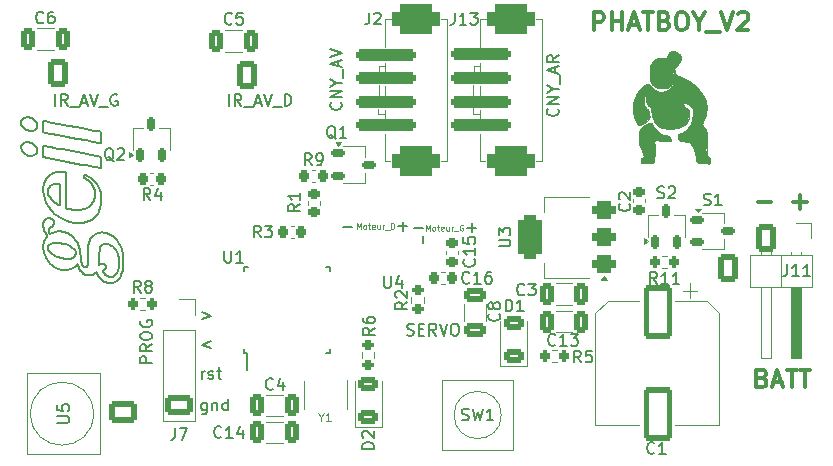
<source format=gbr>
%TF.GenerationSoftware,KiCad,Pcbnew,9.0.6*%
%TF.CreationDate,2026-01-16T11:33:12+01:00*%
%TF.ProjectId,PhatBoy_kicad_mark2025,50686174-426f-4795-9f6b-696361645f6d,rev?*%
%TF.SameCoordinates,Original*%
%TF.FileFunction,Legend,Top*%
%TF.FilePolarity,Positive*%
%FSLAX46Y46*%
G04 Gerber Fmt 4.6, Leading zero omitted, Abs format (unit mm)*
G04 Created by KiCad (PCBNEW 9.0.6) date 2026-01-16 11:33:12*
%MOMM*%
%LPD*%
G01*
G04 APERTURE LIST*
G04 Aperture macros list*
%AMRoundRect*
0 Rectangle with rounded corners*
0 $1 Rounding radius*
0 $2 $3 $4 $5 $6 $7 $8 $9 X,Y pos of 4 corners*
0 Add a 4 corners polygon primitive as box body*
4,1,4,$2,$3,$4,$5,$6,$7,$8,$9,$2,$3,0*
0 Add four circle primitives for the rounded corners*
1,1,$1+$1,$2,$3*
1,1,$1+$1,$4,$5*
1,1,$1+$1,$6,$7*
1,1,$1+$1,$8,$9*
0 Add four rect primitives between the rounded corners*
20,1,$1+$1,$2,$3,$4,$5,0*
20,1,$1+$1,$4,$5,$6,$7,0*
20,1,$1+$1,$6,$7,$8,$9,0*
20,1,$1+$1,$8,$9,$2,$3,0*%
G04 Aperture macros list end*
%ADD10C,0.200000*%
%ADD11C,0.300000*%
%ADD12C,0.100000*%
%ADD13C,0.150000*%
%ADD14C,0.200660*%
%ADD15C,0.120000*%
%ADD16C,0.149860*%
%ADD17C,0.006262*%
%ADD18C,0.000000*%
%ADD19RoundRect,0.225000X-0.225000X-0.250000X0.225000X-0.250000X0.225000X0.250000X-0.225000X0.250000X0*%
%ADD20RoundRect,0.250000X0.625000X-0.375000X0.625000X0.375000X-0.625000X0.375000X-0.625000X-0.375000X0*%
%ADD21RoundRect,0.200000X0.200000X0.275000X-0.200000X0.275000X-0.200000X-0.275000X0.200000X-0.275000X0*%
%ADD22RoundRect,0.250000X-0.650000X0.325000X-0.650000X-0.325000X0.650000X-0.325000X0.650000X0.325000X0*%
%ADD23RoundRect,0.162500X-0.447500X-0.162500X0.447500X-0.162500X0.447500X0.162500X-0.447500X0.162500X0*%
%ADD24RoundRect,0.250000X-0.325000X-0.650000X0.325000X-0.650000X0.325000X0.650000X-0.325000X0.650000X0*%
%ADD25R,0.279400X0.900000*%
%ADD26R,4.000000X0.800000*%
%ADD27RoundRect,0.162500X0.162500X-0.447500X0.162500X0.447500X-0.162500X0.447500X-0.162500X-0.447500X0*%
%ADD28RoundRect,0.225000X0.250000X-0.225000X0.250000X0.225000X-0.250000X0.225000X-0.250000X-0.225000X0*%
%ADD29RoundRect,0.625000X-1.375000X0.625000X-1.375000X-0.625000X1.375000X-0.625000X1.375000X0.625000X0*%
%ADD30RoundRect,0.250000X-2.250000X0.250000X-2.250000X-0.250000X2.250000X-0.250000X2.250000X0.250000X0*%
%ADD31C,5.600000*%
%ADD32RoundRect,0.375000X0.625000X0.375000X-0.625000X0.375000X-0.625000X-0.375000X0.625000X-0.375000X0*%
%ADD33RoundRect,0.500000X0.500000X1.400000X-0.500000X1.400000X-0.500000X-1.400000X0.500000X-1.400000X0*%
%ADD34O,1.700000X2.400000*%
%ADD35RoundRect,0.250000X-0.600000X0.950000X-0.600000X-0.950000X0.600000X-0.950000X0.600000X0.950000X0*%
%ADD36RoundRect,0.245000X-0.980000X2.055000X-0.980000X-2.055000X0.980000X-2.055000X0.980000X2.055000X0*%
%ADD37RoundRect,0.200000X-0.275000X0.200000X-0.275000X-0.200000X0.275000X-0.200000X0.275000X0.200000X0*%
%ADD38R,2.200000X1.500000*%
%ADD39RoundRect,0.200000X-0.200000X-0.275000X0.200000X-0.275000X0.200000X0.275000X-0.200000X0.275000X0*%
%ADD40O,2.400000X1.800000*%
%ADD41RoundRect,0.250000X0.950000X-0.650000X0.950000X0.650000X-0.950000X0.650000X-0.950000X-0.650000X0*%
%ADD42O,2.400000X1.700000*%
%ADD43RoundRect,0.250000X-0.950000X-0.600000X0.950000X-0.600000X0.950000X0.600000X-0.950000X0.600000X0*%
%ADD44R,0.600000X2.100000*%
%ADD45R,0.450000X1.500000*%
%ADD46R,1.500000X0.450000*%
%ADD47RoundRect,0.250000X0.600000X-0.950000X0.600000X0.950000X-0.600000X0.950000X-0.600000X-0.950000X0*%
%ADD48R,1.700000X2.400000*%
G04 APERTURE END LIST*
D10*
X64091980Y-76008898D02*
X64139600Y-76056517D01*
X64139600Y-76056517D02*
X64187219Y-76199374D01*
X64187219Y-76199374D02*
X64187219Y-76294612D01*
X64187219Y-76294612D02*
X64139600Y-76437469D01*
X64139600Y-76437469D02*
X64044361Y-76532707D01*
X64044361Y-76532707D02*
X63949123Y-76580326D01*
X63949123Y-76580326D02*
X63758647Y-76627945D01*
X63758647Y-76627945D02*
X63615790Y-76627945D01*
X63615790Y-76627945D02*
X63425314Y-76580326D01*
X63425314Y-76580326D02*
X63330076Y-76532707D01*
X63330076Y-76532707D02*
X63234838Y-76437469D01*
X63234838Y-76437469D02*
X63187219Y-76294612D01*
X63187219Y-76294612D02*
X63187219Y-76199374D01*
X63187219Y-76199374D02*
X63234838Y-76056517D01*
X63234838Y-76056517D02*
X63282457Y-76008898D01*
X64187219Y-75580326D02*
X63187219Y-75580326D01*
X63187219Y-75580326D02*
X64187219Y-75008898D01*
X64187219Y-75008898D02*
X63187219Y-75008898D01*
X63711028Y-74342231D02*
X64187219Y-74342231D01*
X63187219Y-74675564D02*
X63711028Y-74342231D01*
X63711028Y-74342231D02*
X63187219Y-74008898D01*
X64282457Y-73913660D02*
X64282457Y-73151755D01*
X63901504Y-72961278D02*
X63901504Y-72485088D01*
X64187219Y-73056516D02*
X63187219Y-72723183D01*
X63187219Y-72723183D02*
X64187219Y-72389850D01*
X63187219Y-72199373D02*
X64187219Y-71866040D01*
X64187219Y-71866040D02*
X63187219Y-71532707D01*
X52319673Y-93790552D02*
X53081578Y-94076266D01*
X53081578Y-94076266D02*
X52319673Y-94361980D01*
X68979673Y-86506266D02*
X69741578Y-86506266D01*
X69360625Y-86887219D02*
X69360625Y-86125314D01*
X53081578Y-96230552D02*
X52319673Y-96516266D01*
X52319673Y-96516266D02*
X53081578Y-96801980D01*
D11*
X99784510Y-99345114D02*
X99998796Y-99416542D01*
X99998796Y-99416542D02*
X100070225Y-99487971D01*
X100070225Y-99487971D02*
X100141653Y-99630828D01*
X100141653Y-99630828D02*
X100141653Y-99845114D01*
X100141653Y-99845114D02*
X100070225Y-99987971D01*
X100070225Y-99987971D02*
X99998796Y-100059400D01*
X99998796Y-100059400D02*
X99855939Y-100130828D01*
X99855939Y-100130828D02*
X99284510Y-100130828D01*
X99284510Y-100130828D02*
X99284510Y-98630828D01*
X99284510Y-98630828D02*
X99784510Y-98630828D01*
X99784510Y-98630828D02*
X99927368Y-98702257D01*
X99927368Y-98702257D02*
X99998796Y-98773685D01*
X99998796Y-98773685D02*
X100070225Y-98916542D01*
X100070225Y-98916542D02*
X100070225Y-99059400D01*
X100070225Y-99059400D02*
X99998796Y-99202257D01*
X99998796Y-99202257D02*
X99927368Y-99273685D01*
X99927368Y-99273685D02*
X99784510Y-99345114D01*
X99784510Y-99345114D02*
X99284510Y-99345114D01*
X100713082Y-99702257D02*
X101427368Y-99702257D01*
X100570225Y-100130828D02*
X101070225Y-98630828D01*
X101070225Y-98630828D02*
X101570225Y-100130828D01*
X101855939Y-98630828D02*
X102713082Y-98630828D01*
X102284510Y-100130828D02*
X102284510Y-98630828D01*
X102998796Y-98630828D02*
X103855939Y-98630828D01*
X103427367Y-100130828D02*
X103427367Y-98630828D01*
D10*
X64269673Y-86556266D02*
X65031578Y-86556266D01*
X39919673Y-76317219D02*
X39919673Y-75317219D01*
X40967291Y-76317219D02*
X40633958Y-75841028D01*
X40395863Y-76317219D02*
X40395863Y-75317219D01*
X40395863Y-75317219D02*
X40776815Y-75317219D01*
X40776815Y-75317219D02*
X40872053Y-75364838D01*
X40872053Y-75364838D02*
X40919672Y-75412457D01*
X40919672Y-75412457D02*
X40967291Y-75507695D01*
X40967291Y-75507695D02*
X40967291Y-75650552D01*
X40967291Y-75650552D02*
X40919672Y-75745790D01*
X40919672Y-75745790D02*
X40872053Y-75793409D01*
X40872053Y-75793409D02*
X40776815Y-75841028D01*
X40776815Y-75841028D02*
X40395863Y-75841028D01*
X41157768Y-76412457D02*
X41919672Y-76412457D01*
X42110149Y-76031504D02*
X42586339Y-76031504D01*
X42014911Y-76317219D02*
X42348244Y-75317219D01*
X42348244Y-75317219D02*
X42681577Y-76317219D01*
X42872054Y-75317219D02*
X43205387Y-76317219D01*
X43205387Y-76317219D02*
X43538720Y-75317219D01*
X43633959Y-76412457D02*
X44395863Y-76412457D01*
X45157768Y-75364838D02*
X45062530Y-75317219D01*
X45062530Y-75317219D02*
X44919673Y-75317219D01*
X44919673Y-75317219D02*
X44776816Y-75364838D01*
X44776816Y-75364838D02*
X44681578Y-75460076D01*
X44681578Y-75460076D02*
X44633959Y-75555314D01*
X44633959Y-75555314D02*
X44586340Y-75745790D01*
X44586340Y-75745790D02*
X44586340Y-75888647D01*
X44586340Y-75888647D02*
X44633959Y-76079123D01*
X44633959Y-76079123D02*
X44681578Y-76174361D01*
X44681578Y-76174361D02*
X44776816Y-76269600D01*
X44776816Y-76269600D02*
X44919673Y-76317219D01*
X44919673Y-76317219D02*
X45014911Y-76317219D01*
X45014911Y-76317219D02*
X45157768Y-76269600D01*
X45157768Y-76269600D02*
X45205387Y-76221980D01*
X45205387Y-76221980D02*
X45205387Y-75888647D01*
X45205387Y-75888647D02*
X45014911Y-75888647D01*
X74789673Y-86646266D02*
X75551578Y-86646266D01*
X75170625Y-87027219D02*
X75170625Y-86265314D01*
X70289673Y-86656266D02*
X71051578Y-86656266D01*
X82451980Y-76548898D02*
X82499600Y-76596517D01*
X82499600Y-76596517D02*
X82547219Y-76739374D01*
X82547219Y-76739374D02*
X82547219Y-76834612D01*
X82547219Y-76834612D02*
X82499600Y-76977469D01*
X82499600Y-76977469D02*
X82404361Y-77072707D01*
X82404361Y-77072707D02*
X82309123Y-77120326D01*
X82309123Y-77120326D02*
X82118647Y-77167945D01*
X82118647Y-77167945D02*
X81975790Y-77167945D01*
X81975790Y-77167945D02*
X81785314Y-77120326D01*
X81785314Y-77120326D02*
X81690076Y-77072707D01*
X81690076Y-77072707D02*
X81594838Y-76977469D01*
X81594838Y-76977469D02*
X81547219Y-76834612D01*
X81547219Y-76834612D02*
X81547219Y-76739374D01*
X81547219Y-76739374D02*
X81594838Y-76596517D01*
X81594838Y-76596517D02*
X81642457Y-76548898D01*
X82547219Y-76120326D02*
X81547219Y-76120326D01*
X81547219Y-76120326D02*
X82547219Y-75548898D01*
X82547219Y-75548898D02*
X81547219Y-75548898D01*
X82071028Y-74882231D02*
X82547219Y-74882231D01*
X81547219Y-75215564D02*
X82071028Y-74882231D01*
X82071028Y-74882231D02*
X81547219Y-74548898D01*
X82642457Y-74453660D02*
X82642457Y-73691755D01*
X82261504Y-73501278D02*
X82261504Y-73025088D01*
X82547219Y-73596516D02*
X81547219Y-73263183D01*
X81547219Y-73263183D02*
X82547219Y-72929850D01*
X82547219Y-72025088D02*
X82071028Y-72358421D01*
X82547219Y-72596516D02*
X81547219Y-72596516D01*
X81547219Y-72596516D02*
X81547219Y-72215564D01*
X81547219Y-72215564D02*
X81594838Y-72120326D01*
X81594838Y-72120326D02*
X81642457Y-72072707D01*
X81642457Y-72072707D02*
X81737695Y-72025088D01*
X81737695Y-72025088D02*
X81880552Y-72025088D01*
X81880552Y-72025088D02*
X81975790Y-72072707D01*
X81975790Y-72072707D02*
X82023409Y-72120326D01*
X82023409Y-72120326D02*
X82071028Y-72215564D01*
X82071028Y-72215564D02*
X82071028Y-72596516D01*
X48127219Y-98070326D02*
X47127219Y-98070326D01*
X47127219Y-98070326D02*
X47127219Y-97689374D01*
X47127219Y-97689374D02*
X47174838Y-97594136D01*
X47174838Y-97594136D02*
X47222457Y-97546517D01*
X47222457Y-97546517D02*
X47317695Y-97498898D01*
X47317695Y-97498898D02*
X47460552Y-97498898D01*
X47460552Y-97498898D02*
X47555790Y-97546517D01*
X47555790Y-97546517D02*
X47603409Y-97594136D01*
X47603409Y-97594136D02*
X47651028Y-97689374D01*
X47651028Y-97689374D02*
X47651028Y-98070326D01*
X48127219Y-96498898D02*
X47651028Y-96832231D01*
X48127219Y-97070326D02*
X47127219Y-97070326D01*
X47127219Y-97070326D02*
X47127219Y-96689374D01*
X47127219Y-96689374D02*
X47174838Y-96594136D01*
X47174838Y-96594136D02*
X47222457Y-96546517D01*
X47222457Y-96546517D02*
X47317695Y-96498898D01*
X47317695Y-96498898D02*
X47460552Y-96498898D01*
X47460552Y-96498898D02*
X47555790Y-96546517D01*
X47555790Y-96546517D02*
X47603409Y-96594136D01*
X47603409Y-96594136D02*
X47651028Y-96689374D01*
X47651028Y-96689374D02*
X47651028Y-97070326D01*
X47127219Y-95879850D02*
X47127219Y-95689374D01*
X47127219Y-95689374D02*
X47174838Y-95594136D01*
X47174838Y-95594136D02*
X47270076Y-95498898D01*
X47270076Y-95498898D02*
X47460552Y-95451279D01*
X47460552Y-95451279D02*
X47793885Y-95451279D01*
X47793885Y-95451279D02*
X47984361Y-95498898D01*
X47984361Y-95498898D02*
X48079600Y-95594136D01*
X48079600Y-95594136D02*
X48127219Y-95689374D01*
X48127219Y-95689374D02*
X48127219Y-95879850D01*
X48127219Y-95879850D02*
X48079600Y-95975088D01*
X48079600Y-95975088D02*
X47984361Y-96070326D01*
X47984361Y-96070326D02*
X47793885Y-96117945D01*
X47793885Y-96117945D02*
X47460552Y-96117945D01*
X47460552Y-96117945D02*
X47270076Y-96070326D01*
X47270076Y-96070326D02*
X47174838Y-95975088D01*
X47174838Y-95975088D02*
X47127219Y-95879850D01*
X47174838Y-94498898D02*
X47127219Y-94594136D01*
X47127219Y-94594136D02*
X47127219Y-94736993D01*
X47127219Y-94736993D02*
X47174838Y-94879850D01*
X47174838Y-94879850D02*
X47270076Y-94975088D01*
X47270076Y-94975088D02*
X47365314Y-95022707D01*
X47365314Y-95022707D02*
X47555790Y-95070326D01*
X47555790Y-95070326D02*
X47698647Y-95070326D01*
X47698647Y-95070326D02*
X47889123Y-95022707D01*
X47889123Y-95022707D02*
X47984361Y-94975088D01*
X47984361Y-94975088D02*
X48079600Y-94879850D01*
X48079600Y-94879850D02*
X48127219Y-94736993D01*
X48127219Y-94736993D02*
X48127219Y-94641755D01*
X48127219Y-94641755D02*
X48079600Y-94498898D01*
X48079600Y-94498898D02*
X48031980Y-94451279D01*
X48031980Y-94451279D02*
X47698647Y-94451279D01*
X47698647Y-94451279D02*
X47698647Y-94641755D01*
D12*
X71304836Y-86883609D02*
X71304836Y-86383609D01*
X71304836Y-86383609D02*
X71471503Y-86740752D01*
X71471503Y-86740752D02*
X71638169Y-86383609D01*
X71638169Y-86383609D02*
X71638169Y-86883609D01*
X71947694Y-86883609D02*
X71900075Y-86859800D01*
X71900075Y-86859800D02*
X71876265Y-86835990D01*
X71876265Y-86835990D02*
X71852456Y-86788371D01*
X71852456Y-86788371D02*
X71852456Y-86645514D01*
X71852456Y-86645514D02*
X71876265Y-86597895D01*
X71876265Y-86597895D02*
X71900075Y-86574085D01*
X71900075Y-86574085D02*
X71947694Y-86550276D01*
X71947694Y-86550276D02*
X72019122Y-86550276D01*
X72019122Y-86550276D02*
X72066741Y-86574085D01*
X72066741Y-86574085D02*
X72090551Y-86597895D01*
X72090551Y-86597895D02*
X72114360Y-86645514D01*
X72114360Y-86645514D02*
X72114360Y-86788371D01*
X72114360Y-86788371D02*
X72090551Y-86835990D01*
X72090551Y-86835990D02*
X72066741Y-86859800D01*
X72066741Y-86859800D02*
X72019122Y-86883609D01*
X72019122Y-86883609D02*
X71947694Y-86883609D01*
X72257218Y-86550276D02*
X72447694Y-86550276D01*
X72328646Y-86383609D02*
X72328646Y-86812180D01*
X72328646Y-86812180D02*
X72352456Y-86859800D01*
X72352456Y-86859800D02*
X72400075Y-86883609D01*
X72400075Y-86883609D02*
X72447694Y-86883609D01*
X72804836Y-86859800D02*
X72757217Y-86883609D01*
X72757217Y-86883609D02*
X72661979Y-86883609D01*
X72661979Y-86883609D02*
X72614360Y-86859800D01*
X72614360Y-86859800D02*
X72590551Y-86812180D01*
X72590551Y-86812180D02*
X72590551Y-86621704D01*
X72590551Y-86621704D02*
X72614360Y-86574085D01*
X72614360Y-86574085D02*
X72661979Y-86550276D01*
X72661979Y-86550276D02*
X72757217Y-86550276D01*
X72757217Y-86550276D02*
X72804836Y-86574085D01*
X72804836Y-86574085D02*
X72828646Y-86621704D01*
X72828646Y-86621704D02*
X72828646Y-86669323D01*
X72828646Y-86669323D02*
X72590551Y-86716942D01*
X73257217Y-86550276D02*
X73257217Y-86883609D01*
X73042931Y-86550276D02*
X73042931Y-86812180D01*
X73042931Y-86812180D02*
X73066741Y-86859800D01*
X73066741Y-86859800D02*
X73114360Y-86883609D01*
X73114360Y-86883609D02*
X73185788Y-86883609D01*
X73185788Y-86883609D02*
X73233407Y-86859800D01*
X73233407Y-86859800D02*
X73257217Y-86835990D01*
X73495312Y-86883609D02*
X73495312Y-86550276D01*
X73495312Y-86645514D02*
X73519122Y-86597895D01*
X73519122Y-86597895D02*
X73542931Y-86574085D01*
X73542931Y-86574085D02*
X73590550Y-86550276D01*
X73590550Y-86550276D02*
X73638169Y-86550276D01*
X73685789Y-86931228D02*
X74066741Y-86931228D01*
X74447693Y-86407419D02*
X74400074Y-86383609D01*
X74400074Y-86383609D02*
X74328645Y-86383609D01*
X74328645Y-86383609D02*
X74257217Y-86407419D01*
X74257217Y-86407419D02*
X74209598Y-86455038D01*
X74209598Y-86455038D02*
X74185788Y-86502657D01*
X74185788Y-86502657D02*
X74161979Y-86597895D01*
X74161979Y-86597895D02*
X74161979Y-86669323D01*
X74161979Y-86669323D02*
X74185788Y-86764561D01*
X74185788Y-86764561D02*
X74209598Y-86812180D01*
X74209598Y-86812180D02*
X74257217Y-86859800D01*
X74257217Y-86859800D02*
X74328645Y-86883609D01*
X74328645Y-86883609D02*
X74376264Y-86883609D01*
X74376264Y-86883609D02*
X74447693Y-86859800D01*
X74447693Y-86859800D02*
X74471502Y-86835990D01*
X74471502Y-86835990D02*
X74471502Y-86669323D01*
X74471502Y-86669323D02*
X74376264Y-86669323D01*
D10*
X54629673Y-76317219D02*
X54629673Y-75317219D01*
X55677291Y-76317219D02*
X55343958Y-75841028D01*
X55105863Y-76317219D02*
X55105863Y-75317219D01*
X55105863Y-75317219D02*
X55486815Y-75317219D01*
X55486815Y-75317219D02*
X55582053Y-75364838D01*
X55582053Y-75364838D02*
X55629672Y-75412457D01*
X55629672Y-75412457D02*
X55677291Y-75507695D01*
X55677291Y-75507695D02*
X55677291Y-75650552D01*
X55677291Y-75650552D02*
X55629672Y-75745790D01*
X55629672Y-75745790D02*
X55582053Y-75793409D01*
X55582053Y-75793409D02*
X55486815Y-75841028D01*
X55486815Y-75841028D02*
X55105863Y-75841028D01*
X55867768Y-76412457D02*
X56629672Y-76412457D01*
X56820149Y-76031504D02*
X57296339Y-76031504D01*
X56724911Y-76317219D02*
X57058244Y-75317219D01*
X57058244Y-75317219D02*
X57391577Y-76317219D01*
X57582054Y-75317219D02*
X57915387Y-76317219D01*
X57915387Y-76317219D02*
X58248720Y-75317219D01*
X58343959Y-76412457D02*
X59105863Y-76412457D01*
X59343959Y-76317219D02*
X59343959Y-75317219D01*
X59343959Y-75317219D02*
X59582054Y-75317219D01*
X59582054Y-75317219D02*
X59724911Y-75364838D01*
X59724911Y-75364838D02*
X59820149Y-75460076D01*
X59820149Y-75460076D02*
X59867768Y-75555314D01*
X59867768Y-75555314D02*
X59915387Y-75745790D01*
X59915387Y-75745790D02*
X59915387Y-75888647D01*
X59915387Y-75888647D02*
X59867768Y-76079123D01*
X59867768Y-76079123D02*
X59820149Y-76174361D01*
X59820149Y-76174361D02*
X59724911Y-76269600D01*
X59724911Y-76269600D02*
X59582054Y-76317219D01*
X59582054Y-76317219D02*
X59343959Y-76317219D01*
X69702054Y-95709600D02*
X69844911Y-95757219D01*
X69844911Y-95757219D02*
X70083006Y-95757219D01*
X70083006Y-95757219D02*
X70178244Y-95709600D01*
X70178244Y-95709600D02*
X70225863Y-95661980D01*
X70225863Y-95661980D02*
X70273482Y-95566742D01*
X70273482Y-95566742D02*
X70273482Y-95471504D01*
X70273482Y-95471504D02*
X70225863Y-95376266D01*
X70225863Y-95376266D02*
X70178244Y-95328647D01*
X70178244Y-95328647D02*
X70083006Y-95281028D01*
X70083006Y-95281028D02*
X69892530Y-95233409D01*
X69892530Y-95233409D02*
X69797292Y-95185790D01*
X69797292Y-95185790D02*
X69749673Y-95138171D01*
X69749673Y-95138171D02*
X69702054Y-95042933D01*
X69702054Y-95042933D02*
X69702054Y-94947695D01*
X69702054Y-94947695D02*
X69749673Y-94852457D01*
X69749673Y-94852457D02*
X69797292Y-94804838D01*
X69797292Y-94804838D02*
X69892530Y-94757219D01*
X69892530Y-94757219D02*
X70130625Y-94757219D01*
X70130625Y-94757219D02*
X70273482Y-94804838D01*
X70702054Y-95233409D02*
X71035387Y-95233409D01*
X71178244Y-95757219D02*
X70702054Y-95757219D01*
X70702054Y-95757219D02*
X70702054Y-94757219D01*
X70702054Y-94757219D02*
X71178244Y-94757219D01*
X72178244Y-95757219D02*
X71844911Y-95281028D01*
X71606816Y-95757219D02*
X71606816Y-94757219D01*
X71606816Y-94757219D02*
X71987768Y-94757219D01*
X71987768Y-94757219D02*
X72083006Y-94804838D01*
X72083006Y-94804838D02*
X72130625Y-94852457D01*
X72130625Y-94852457D02*
X72178244Y-94947695D01*
X72178244Y-94947695D02*
X72178244Y-95090552D01*
X72178244Y-95090552D02*
X72130625Y-95185790D01*
X72130625Y-95185790D02*
X72083006Y-95233409D01*
X72083006Y-95233409D02*
X71987768Y-95281028D01*
X71987768Y-95281028D02*
X71606816Y-95281028D01*
X72463959Y-94757219D02*
X72797292Y-95757219D01*
X72797292Y-95757219D02*
X73130625Y-94757219D01*
X73654435Y-94757219D02*
X73844911Y-94757219D01*
X73844911Y-94757219D02*
X73940149Y-94804838D01*
X73940149Y-94804838D02*
X74035387Y-94900076D01*
X74035387Y-94900076D02*
X74083006Y-95090552D01*
X74083006Y-95090552D02*
X74083006Y-95423885D01*
X74083006Y-95423885D02*
X74035387Y-95614361D01*
X74035387Y-95614361D02*
X73940149Y-95709600D01*
X73940149Y-95709600D02*
X73844911Y-95757219D01*
X73844911Y-95757219D02*
X73654435Y-95757219D01*
X73654435Y-95757219D02*
X73559197Y-95709600D01*
X73559197Y-95709600D02*
X73463959Y-95614361D01*
X73463959Y-95614361D02*
X73416340Y-95423885D01*
X73416340Y-95423885D02*
X73416340Y-95090552D01*
X73416340Y-95090552D02*
X73463959Y-94900076D01*
X73463959Y-94900076D02*
X73559197Y-94804838D01*
X73559197Y-94804838D02*
X73654435Y-94757219D01*
D11*
X85544510Y-69900828D02*
X85544510Y-68400828D01*
X85544510Y-68400828D02*
X86115939Y-68400828D01*
X86115939Y-68400828D02*
X86258796Y-68472257D01*
X86258796Y-68472257D02*
X86330225Y-68543685D01*
X86330225Y-68543685D02*
X86401653Y-68686542D01*
X86401653Y-68686542D02*
X86401653Y-68900828D01*
X86401653Y-68900828D02*
X86330225Y-69043685D01*
X86330225Y-69043685D02*
X86258796Y-69115114D01*
X86258796Y-69115114D02*
X86115939Y-69186542D01*
X86115939Y-69186542D02*
X85544510Y-69186542D01*
X87044510Y-69900828D02*
X87044510Y-68400828D01*
X87044510Y-69115114D02*
X87901653Y-69115114D01*
X87901653Y-69900828D02*
X87901653Y-68400828D01*
X88544511Y-69472257D02*
X89258797Y-69472257D01*
X88401654Y-69900828D02*
X88901654Y-68400828D01*
X88901654Y-68400828D02*
X89401654Y-69900828D01*
X89687368Y-68400828D02*
X90544511Y-68400828D01*
X90115939Y-69900828D02*
X90115939Y-68400828D01*
X91544510Y-69115114D02*
X91758796Y-69186542D01*
X91758796Y-69186542D02*
X91830225Y-69257971D01*
X91830225Y-69257971D02*
X91901653Y-69400828D01*
X91901653Y-69400828D02*
X91901653Y-69615114D01*
X91901653Y-69615114D02*
X91830225Y-69757971D01*
X91830225Y-69757971D02*
X91758796Y-69829400D01*
X91758796Y-69829400D02*
X91615939Y-69900828D01*
X91615939Y-69900828D02*
X91044510Y-69900828D01*
X91044510Y-69900828D02*
X91044510Y-68400828D01*
X91044510Y-68400828D02*
X91544510Y-68400828D01*
X91544510Y-68400828D02*
X91687368Y-68472257D01*
X91687368Y-68472257D02*
X91758796Y-68543685D01*
X91758796Y-68543685D02*
X91830225Y-68686542D01*
X91830225Y-68686542D02*
X91830225Y-68829400D01*
X91830225Y-68829400D02*
X91758796Y-68972257D01*
X91758796Y-68972257D02*
X91687368Y-69043685D01*
X91687368Y-69043685D02*
X91544510Y-69115114D01*
X91544510Y-69115114D02*
X91044510Y-69115114D01*
X92830225Y-68400828D02*
X93115939Y-68400828D01*
X93115939Y-68400828D02*
X93258796Y-68472257D01*
X93258796Y-68472257D02*
X93401653Y-68615114D01*
X93401653Y-68615114D02*
X93473082Y-68900828D01*
X93473082Y-68900828D02*
X93473082Y-69400828D01*
X93473082Y-69400828D02*
X93401653Y-69686542D01*
X93401653Y-69686542D02*
X93258796Y-69829400D01*
X93258796Y-69829400D02*
X93115939Y-69900828D01*
X93115939Y-69900828D02*
X92830225Y-69900828D01*
X92830225Y-69900828D02*
X92687368Y-69829400D01*
X92687368Y-69829400D02*
X92544510Y-69686542D01*
X92544510Y-69686542D02*
X92473082Y-69400828D01*
X92473082Y-69400828D02*
X92473082Y-68900828D01*
X92473082Y-68900828D02*
X92544510Y-68615114D01*
X92544510Y-68615114D02*
X92687368Y-68472257D01*
X92687368Y-68472257D02*
X92830225Y-68400828D01*
X94401654Y-69186542D02*
X94401654Y-69900828D01*
X93901654Y-68400828D02*
X94401654Y-69186542D01*
X94401654Y-69186542D02*
X94901654Y-68400828D01*
X95044511Y-70043685D02*
X96187368Y-70043685D01*
X96330225Y-68400828D02*
X96830225Y-69900828D01*
X96830225Y-69900828D02*
X97330225Y-68400828D01*
X97758796Y-68543685D02*
X97830224Y-68472257D01*
X97830224Y-68472257D02*
X97973082Y-68400828D01*
X97973082Y-68400828D02*
X98330224Y-68400828D01*
X98330224Y-68400828D02*
X98473082Y-68472257D01*
X98473082Y-68472257D02*
X98544510Y-68543685D01*
X98544510Y-68543685D02*
X98615939Y-68686542D01*
X98615939Y-68686542D02*
X98615939Y-68829400D01*
X98615939Y-68829400D02*
X98544510Y-69043685D01*
X98544510Y-69043685D02*
X97687367Y-69900828D01*
X97687367Y-69900828D02*
X98615939Y-69900828D01*
D10*
X52319673Y-99437219D02*
X52319673Y-98770552D01*
X52319673Y-98961028D02*
X52367292Y-98865790D01*
X52367292Y-98865790D02*
X52414911Y-98818171D01*
X52414911Y-98818171D02*
X52510149Y-98770552D01*
X52510149Y-98770552D02*
X52605387Y-98770552D01*
X52891102Y-99389600D02*
X52986340Y-99437219D01*
X52986340Y-99437219D02*
X53176816Y-99437219D01*
X53176816Y-99437219D02*
X53272054Y-99389600D01*
X53272054Y-99389600D02*
X53319673Y-99294361D01*
X53319673Y-99294361D02*
X53319673Y-99246742D01*
X53319673Y-99246742D02*
X53272054Y-99151504D01*
X53272054Y-99151504D02*
X53176816Y-99103885D01*
X53176816Y-99103885D02*
X53033959Y-99103885D01*
X53033959Y-99103885D02*
X52938721Y-99056266D01*
X52938721Y-99056266D02*
X52891102Y-98961028D01*
X52891102Y-98961028D02*
X52891102Y-98913409D01*
X52891102Y-98913409D02*
X52938721Y-98818171D01*
X52938721Y-98818171D02*
X53033959Y-98770552D01*
X53033959Y-98770552D02*
X53176816Y-98770552D01*
X53176816Y-98770552D02*
X53272054Y-98818171D01*
X53605388Y-98770552D02*
X53986340Y-98770552D01*
X53748245Y-98437219D02*
X53748245Y-99294361D01*
X53748245Y-99294361D02*
X53795864Y-99389600D01*
X53795864Y-99389600D02*
X53891102Y-99437219D01*
X53891102Y-99437219D02*
X53986340Y-99437219D01*
D11*
X99394510Y-84449400D02*
X100537368Y-84449400D01*
X102394510Y-84449400D02*
X103537368Y-84449400D01*
X102965939Y-85020828D02*
X102965939Y-83877971D01*
D12*
X65464836Y-86743609D02*
X65464836Y-86243609D01*
X65464836Y-86243609D02*
X65631503Y-86600752D01*
X65631503Y-86600752D02*
X65798169Y-86243609D01*
X65798169Y-86243609D02*
X65798169Y-86743609D01*
X66107694Y-86743609D02*
X66060075Y-86719800D01*
X66060075Y-86719800D02*
X66036265Y-86695990D01*
X66036265Y-86695990D02*
X66012456Y-86648371D01*
X66012456Y-86648371D02*
X66012456Y-86505514D01*
X66012456Y-86505514D02*
X66036265Y-86457895D01*
X66036265Y-86457895D02*
X66060075Y-86434085D01*
X66060075Y-86434085D02*
X66107694Y-86410276D01*
X66107694Y-86410276D02*
X66179122Y-86410276D01*
X66179122Y-86410276D02*
X66226741Y-86434085D01*
X66226741Y-86434085D02*
X66250551Y-86457895D01*
X66250551Y-86457895D02*
X66274360Y-86505514D01*
X66274360Y-86505514D02*
X66274360Y-86648371D01*
X66274360Y-86648371D02*
X66250551Y-86695990D01*
X66250551Y-86695990D02*
X66226741Y-86719800D01*
X66226741Y-86719800D02*
X66179122Y-86743609D01*
X66179122Y-86743609D02*
X66107694Y-86743609D01*
X66417218Y-86410276D02*
X66607694Y-86410276D01*
X66488646Y-86243609D02*
X66488646Y-86672180D01*
X66488646Y-86672180D02*
X66512456Y-86719800D01*
X66512456Y-86719800D02*
X66560075Y-86743609D01*
X66560075Y-86743609D02*
X66607694Y-86743609D01*
X66964836Y-86719800D02*
X66917217Y-86743609D01*
X66917217Y-86743609D02*
X66821979Y-86743609D01*
X66821979Y-86743609D02*
X66774360Y-86719800D01*
X66774360Y-86719800D02*
X66750551Y-86672180D01*
X66750551Y-86672180D02*
X66750551Y-86481704D01*
X66750551Y-86481704D02*
X66774360Y-86434085D01*
X66774360Y-86434085D02*
X66821979Y-86410276D01*
X66821979Y-86410276D02*
X66917217Y-86410276D01*
X66917217Y-86410276D02*
X66964836Y-86434085D01*
X66964836Y-86434085D02*
X66988646Y-86481704D01*
X66988646Y-86481704D02*
X66988646Y-86529323D01*
X66988646Y-86529323D02*
X66750551Y-86576942D01*
X67417217Y-86410276D02*
X67417217Y-86743609D01*
X67202931Y-86410276D02*
X67202931Y-86672180D01*
X67202931Y-86672180D02*
X67226741Y-86719800D01*
X67226741Y-86719800D02*
X67274360Y-86743609D01*
X67274360Y-86743609D02*
X67345788Y-86743609D01*
X67345788Y-86743609D02*
X67393407Y-86719800D01*
X67393407Y-86719800D02*
X67417217Y-86695990D01*
X67655312Y-86743609D02*
X67655312Y-86410276D01*
X67655312Y-86505514D02*
X67679122Y-86457895D01*
X67679122Y-86457895D02*
X67702931Y-86434085D01*
X67702931Y-86434085D02*
X67750550Y-86410276D01*
X67750550Y-86410276D02*
X67798169Y-86410276D01*
X67845789Y-86791228D02*
X68226741Y-86791228D01*
X68345788Y-86743609D02*
X68345788Y-86243609D01*
X68345788Y-86243609D02*
X68464836Y-86243609D01*
X68464836Y-86243609D02*
X68536264Y-86267419D01*
X68536264Y-86267419D02*
X68583883Y-86315038D01*
X68583883Y-86315038D02*
X68607693Y-86362657D01*
X68607693Y-86362657D02*
X68631502Y-86457895D01*
X68631502Y-86457895D02*
X68631502Y-86529323D01*
X68631502Y-86529323D02*
X68607693Y-86624561D01*
X68607693Y-86624561D02*
X68583883Y-86672180D01*
X68583883Y-86672180D02*
X68536264Y-86719800D01*
X68536264Y-86719800D02*
X68464836Y-86743609D01*
X68464836Y-86743609D02*
X68345788Y-86743609D01*
D10*
X52748244Y-101430552D02*
X52748244Y-102240076D01*
X52748244Y-102240076D02*
X52700625Y-102335314D01*
X52700625Y-102335314D02*
X52653006Y-102382933D01*
X52653006Y-102382933D02*
X52557768Y-102430552D01*
X52557768Y-102430552D02*
X52414911Y-102430552D01*
X52414911Y-102430552D02*
X52319673Y-102382933D01*
X52748244Y-102049600D02*
X52653006Y-102097219D01*
X52653006Y-102097219D02*
X52462530Y-102097219D01*
X52462530Y-102097219D02*
X52367292Y-102049600D01*
X52367292Y-102049600D02*
X52319673Y-102001980D01*
X52319673Y-102001980D02*
X52272054Y-101906742D01*
X52272054Y-101906742D02*
X52272054Y-101621028D01*
X52272054Y-101621028D02*
X52319673Y-101525790D01*
X52319673Y-101525790D02*
X52367292Y-101478171D01*
X52367292Y-101478171D02*
X52462530Y-101430552D01*
X52462530Y-101430552D02*
X52653006Y-101430552D01*
X52653006Y-101430552D02*
X52748244Y-101478171D01*
X53224435Y-101430552D02*
X53224435Y-102097219D01*
X53224435Y-101525790D02*
X53272054Y-101478171D01*
X53272054Y-101478171D02*
X53367292Y-101430552D01*
X53367292Y-101430552D02*
X53510149Y-101430552D01*
X53510149Y-101430552D02*
X53605387Y-101478171D01*
X53605387Y-101478171D02*
X53653006Y-101573409D01*
X53653006Y-101573409D02*
X53653006Y-102097219D01*
X54557768Y-102097219D02*
X54557768Y-101097219D01*
X54557768Y-102049600D02*
X54462530Y-102097219D01*
X54462530Y-102097219D02*
X54272054Y-102097219D01*
X54272054Y-102097219D02*
X54176816Y-102049600D01*
X54176816Y-102049600D02*
X54129197Y-102001980D01*
X54129197Y-102001980D02*
X54081578Y-101906742D01*
X54081578Y-101906742D02*
X54081578Y-101621028D01*
X54081578Y-101621028D02*
X54129197Y-101525790D01*
X54129197Y-101525790D02*
X54176816Y-101478171D01*
X54176816Y-101478171D02*
X54272054Y-101430552D01*
X54272054Y-101430552D02*
X54462530Y-101430552D01*
X54462530Y-101430552D02*
X54557768Y-101478171D01*
D13*
X57313333Y-87444819D02*
X56980000Y-86968628D01*
X56741905Y-87444819D02*
X56741905Y-86444819D01*
X56741905Y-86444819D02*
X57122857Y-86444819D01*
X57122857Y-86444819D02*
X57218095Y-86492438D01*
X57218095Y-86492438D02*
X57265714Y-86540057D01*
X57265714Y-86540057D02*
X57313333Y-86635295D01*
X57313333Y-86635295D02*
X57313333Y-86778152D01*
X57313333Y-86778152D02*
X57265714Y-86873390D01*
X57265714Y-86873390D02*
X57218095Y-86921009D01*
X57218095Y-86921009D02*
X57122857Y-86968628D01*
X57122857Y-86968628D02*
X56741905Y-86968628D01*
X57646667Y-86444819D02*
X58265714Y-86444819D01*
X58265714Y-86444819D02*
X57932381Y-86825771D01*
X57932381Y-86825771D02*
X58075238Y-86825771D01*
X58075238Y-86825771D02*
X58170476Y-86873390D01*
X58170476Y-86873390D02*
X58218095Y-86921009D01*
X58218095Y-86921009D02*
X58265714Y-87016247D01*
X58265714Y-87016247D02*
X58265714Y-87254342D01*
X58265714Y-87254342D02*
X58218095Y-87349580D01*
X58218095Y-87349580D02*
X58170476Y-87397200D01*
X58170476Y-87397200D02*
X58075238Y-87444819D01*
X58075238Y-87444819D02*
X57789524Y-87444819D01*
X57789524Y-87444819D02*
X57694286Y-87397200D01*
X57694286Y-87397200D02*
X57646667Y-87349580D01*
X66904819Y-105348094D02*
X65904819Y-105348094D01*
X65904819Y-105348094D02*
X65904819Y-105109999D01*
X65904819Y-105109999D02*
X65952438Y-104967142D01*
X65952438Y-104967142D02*
X66047676Y-104871904D01*
X66047676Y-104871904D02*
X66142914Y-104824285D01*
X66142914Y-104824285D02*
X66333390Y-104776666D01*
X66333390Y-104776666D02*
X66476247Y-104776666D01*
X66476247Y-104776666D02*
X66666723Y-104824285D01*
X66666723Y-104824285D02*
X66761961Y-104871904D01*
X66761961Y-104871904D02*
X66857200Y-104967142D01*
X66857200Y-104967142D02*
X66904819Y-105109999D01*
X66904819Y-105109999D02*
X66904819Y-105348094D01*
X66000057Y-104395713D02*
X65952438Y-104348094D01*
X65952438Y-104348094D02*
X65904819Y-104252856D01*
X65904819Y-104252856D02*
X65904819Y-104014761D01*
X65904819Y-104014761D02*
X65952438Y-103919523D01*
X65952438Y-103919523D02*
X66000057Y-103871904D01*
X66000057Y-103871904D02*
X66095295Y-103824285D01*
X66095295Y-103824285D02*
X66190533Y-103824285D01*
X66190533Y-103824285D02*
X66333390Y-103871904D01*
X66333390Y-103871904D02*
X66904819Y-104443332D01*
X66904819Y-104443332D02*
X66904819Y-103824285D01*
X90873318Y-91390505D02*
X90539985Y-90914314D01*
X90301890Y-91390505D02*
X90301890Y-90390505D01*
X90301890Y-90390505D02*
X90682842Y-90390505D01*
X90682842Y-90390505D02*
X90778080Y-90438124D01*
X90778080Y-90438124D02*
X90825699Y-90485743D01*
X90825699Y-90485743D02*
X90873318Y-90580981D01*
X90873318Y-90580981D02*
X90873318Y-90723838D01*
X90873318Y-90723838D02*
X90825699Y-90819076D01*
X90825699Y-90819076D02*
X90778080Y-90866695D01*
X90778080Y-90866695D02*
X90682842Y-90914314D01*
X90682842Y-90914314D02*
X90301890Y-90914314D01*
X91825699Y-91390505D02*
X91254271Y-91390505D01*
X91539985Y-91390505D02*
X91539985Y-90390505D01*
X91539985Y-90390505D02*
X91444747Y-90533362D01*
X91444747Y-90533362D02*
X91349509Y-90628600D01*
X91349509Y-90628600D02*
X91254271Y-90676219D01*
X92778080Y-91390505D02*
X92206652Y-91390505D01*
X92492366Y-91390505D02*
X92492366Y-90390505D01*
X92492366Y-90390505D02*
X92397128Y-90533362D01*
X92397128Y-90533362D02*
X92301890Y-90628600D01*
X92301890Y-90628600D02*
X92206652Y-90676219D01*
X61623333Y-81334819D02*
X61290000Y-80858628D01*
X61051905Y-81334819D02*
X61051905Y-80334819D01*
X61051905Y-80334819D02*
X61432857Y-80334819D01*
X61432857Y-80334819D02*
X61528095Y-80382438D01*
X61528095Y-80382438D02*
X61575714Y-80430057D01*
X61575714Y-80430057D02*
X61623333Y-80525295D01*
X61623333Y-80525295D02*
X61623333Y-80668152D01*
X61623333Y-80668152D02*
X61575714Y-80763390D01*
X61575714Y-80763390D02*
X61528095Y-80811009D01*
X61528095Y-80811009D02*
X61432857Y-80858628D01*
X61432857Y-80858628D02*
X61051905Y-80858628D01*
X62099524Y-81334819D02*
X62290000Y-81334819D01*
X62290000Y-81334819D02*
X62385238Y-81287200D01*
X62385238Y-81287200D02*
X62432857Y-81239580D01*
X62432857Y-81239580D02*
X62528095Y-81096723D01*
X62528095Y-81096723D02*
X62575714Y-80906247D01*
X62575714Y-80906247D02*
X62575714Y-80525295D01*
X62575714Y-80525295D02*
X62528095Y-80430057D01*
X62528095Y-80430057D02*
X62480476Y-80382438D01*
X62480476Y-80382438D02*
X62385238Y-80334819D01*
X62385238Y-80334819D02*
X62194762Y-80334819D01*
X62194762Y-80334819D02*
X62099524Y-80382438D01*
X62099524Y-80382438D02*
X62051905Y-80430057D01*
X62051905Y-80430057D02*
X62004286Y-80525295D01*
X62004286Y-80525295D02*
X62004286Y-80763390D01*
X62004286Y-80763390D02*
X62051905Y-80858628D01*
X62051905Y-80858628D02*
X62099524Y-80906247D01*
X62099524Y-80906247D02*
X62194762Y-80953866D01*
X62194762Y-80953866D02*
X62385238Y-80953866D01*
X62385238Y-80953866D02*
X62480476Y-80906247D01*
X62480476Y-80906247D02*
X62528095Y-80858628D01*
X62528095Y-80858628D02*
X62575714Y-80763390D01*
X77499580Y-93896666D02*
X77547200Y-93944285D01*
X77547200Y-93944285D02*
X77594819Y-94087142D01*
X77594819Y-94087142D02*
X77594819Y-94182380D01*
X77594819Y-94182380D02*
X77547200Y-94325237D01*
X77547200Y-94325237D02*
X77451961Y-94420475D01*
X77451961Y-94420475D02*
X77356723Y-94468094D01*
X77356723Y-94468094D02*
X77166247Y-94515713D01*
X77166247Y-94515713D02*
X77023390Y-94515713D01*
X77023390Y-94515713D02*
X76832914Y-94468094D01*
X76832914Y-94468094D02*
X76737676Y-94420475D01*
X76737676Y-94420475D02*
X76642438Y-94325237D01*
X76642438Y-94325237D02*
X76594819Y-94182380D01*
X76594819Y-94182380D02*
X76594819Y-94087142D01*
X76594819Y-94087142D02*
X76642438Y-93944285D01*
X76642438Y-93944285D02*
X76690057Y-93896666D01*
X77023390Y-93325237D02*
X76975771Y-93420475D01*
X76975771Y-93420475D02*
X76928152Y-93468094D01*
X76928152Y-93468094D02*
X76832914Y-93515713D01*
X76832914Y-93515713D02*
X76785295Y-93515713D01*
X76785295Y-93515713D02*
X76690057Y-93468094D01*
X76690057Y-93468094D02*
X76642438Y-93420475D01*
X76642438Y-93420475D02*
X76594819Y-93325237D01*
X76594819Y-93325237D02*
X76594819Y-93134761D01*
X76594819Y-93134761D02*
X76642438Y-93039523D01*
X76642438Y-93039523D02*
X76690057Y-92991904D01*
X76690057Y-92991904D02*
X76785295Y-92944285D01*
X76785295Y-92944285D02*
X76832914Y-92944285D01*
X76832914Y-92944285D02*
X76928152Y-92991904D01*
X76928152Y-92991904D02*
X76975771Y-93039523D01*
X76975771Y-93039523D02*
X77023390Y-93134761D01*
X77023390Y-93134761D02*
X77023390Y-93325237D01*
X77023390Y-93325237D02*
X77071009Y-93420475D01*
X77071009Y-93420475D02*
X77118628Y-93468094D01*
X77118628Y-93468094D02*
X77213866Y-93515713D01*
X77213866Y-93515713D02*
X77404342Y-93515713D01*
X77404342Y-93515713D02*
X77499580Y-93468094D01*
X77499580Y-93468094D02*
X77547200Y-93420475D01*
X77547200Y-93420475D02*
X77594819Y-93325237D01*
X77594819Y-93325237D02*
X77594819Y-93134761D01*
X77594819Y-93134761D02*
X77547200Y-93039523D01*
X77547200Y-93039523D02*
X77499580Y-92991904D01*
X77499580Y-92991904D02*
X77404342Y-92944285D01*
X77404342Y-92944285D02*
X77213866Y-92944285D01*
X77213866Y-92944285D02*
X77118628Y-92991904D01*
X77118628Y-92991904D02*
X77071009Y-93039523D01*
X77071009Y-93039523D02*
X77023390Y-93134761D01*
X74987142Y-91259580D02*
X74939523Y-91307200D01*
X74939523Y-91307200D02*
X74796666Y-91354819D01*
X74796666Y-91354819D02*
X74701428Y-91354819D01*
X74701428Y-91354819D02*
X74558571Y-91307200D01*
X74558571Y-91307200D02*
X74463333Y-91211961D01*
X74463333Y-91211961D02*
X74415714Y-91116723D01*
X74415714Y-91116723D02*
X74368095Y-90926247D01*
X74368095Y-90926247D02*
X74368095Y-90783390D01*
X74368095Y-90783390D02*
X74415714Y-90592914D01*
X74415714Y-90592914D02*
X74463333Y-90497676D01*
X74463333Y-90497676D02*
X74558571Y-90402438D01*
X74558571Y-90402438D02*
X74701428Y-90354819D01*
X74701428Y-90354819D02*
X74796666Y-90354819D01*
X74796666Y-90354819D02*
X74939523Y-90402438D01*
X74939523Y-90402438D02*
X74987142Y-90450057D01*
X75939523Y-91354819D02*
X75368095Y-91354819D01*
X75653809Y-91354819D02*
X75653809Y-90354819D01*
X75653809Y-90354819D02*
X75558571Y-90497676D01*
X75558571Y-90497676D02*
X75463333Y-90592914D01*
X75463333Y-90592914D02*
X75368095Y-90640533D01*
X76796666Y-90354819D02*
X76606190Y-90354819D01*
X76606190Y-90354819D02*
X76510952Y-90402438D01*
X76510952Y-90402438D02*
X76463333Y-90450057D01*
X76463333Y-90450057D02*
X76368095Y-90592914D01*
X76368095Y-90592914D02*
X76320476Y-90783390D01*
X76320476Y-90783390D02*
X76320476Y-91164342D01*
X76320476Y-91164342D02*
X76368095Y-91259580D01*
X76368095Y-91259580D02*
X76415714Y-91307200D01*
X76415714Y-91307200D02*
X76510952Y-91354819D01*
X76510952Y-91354819D02*
X76701428Y-91354819D01*
X76701428Y-91354819D02*
X76796666Y-91307200D01*
X76796666Y-91307200D02*
X76844285Y-91259580D01*
X76844285Y-91259580D02*
X76891904Y-91164342D01*
X76891904Y-91164342D02*
X76891904Y-90926247D01*
X76891904Y-90926247D02*
X76844285Y-90831009D01*
X76844285Y-90831009D02*
X76796666Y-90783390D01*
X76796666Y-90783390D02*
X76701428Y-90735771D01*
X76701428Y-90735771D02*
X76510952Y-90735771D01*
X76510952Y-90735771D02*
X76415714Y-90783390D01*
X76415714Y-90783390D02*
X76368095Y-90831009D01*
X76368095Y-90831009D02*
X76320476Y-90926247D01*
X63674761Y-79110057D02*
X63579523Y-79062438D01*
X63579523Y-79062438D02*
X63484285Y-78967200D01*
X63484285Y-78967200D02*
X63341428Y-78824342D01*
X63341428Y-78824342D02*
X63246190Y-78776723D01*
X63246190Y-78776723D02*
X63150952Y-78776723D01*
X63198571Y-79014819D02*
X63103333Y-78967200D01*
X63103333Y-78967200D02*
X63008095Y-78871961D01*
X63008095Y-78871961D02*
X62960476Y-78681485D01*
X62960476Y-78681485D02*
X62960476Y-78348152D01*
X62960476Y-78348152D02*
X63008095Y-78157676D01*
X63008095Y-78157676D02*
X63103333Y-78062438D01*
X63103333Y-78062438D02*
X63198571Y-78014819D01*
X63198571Y-78014819D02*
X63389047Y-78014819D01*
X63389047Y-78014819D02*
X63484285Y-78062438D01*
X63484285Y-78062438D02*
X63579523Y-78157676D01*
X63579523Y-78157676D02*
X63627142Y-78348152D01*
X63627142Y-78348152D02*
X63627142Y-78681485D01*
X63627142Y-78681485D02*
X63579523Y-78871961D01*
X63579523Y-78871961D02*
X63484285Y-78967200D01*
X63484285Y-78967200D02*
X63389047Y-79014819D01*
X63389047Y-79014819D02*
X63198571Y-79014819D01*
X64579523Y-79014819D02*
X64008095Y-79014819D01*
X64293809Y-79014819D02*
X64293809Y-78014819D01*
X64293809Y-78014819D02*
X64198571Y-78157676D01*
X64198571Y-78157676D02*
X64103333Y-78252914D01*
X64103333Y-78252914D02*
X64008095Y-78300533D01*
X54883333Y-69329580D02*
X54835714Y-69377200D01*
X54835714Y-69377200D02*
X54692857Y-69424819D01*
X54692857Y-69424819D02*
X54597619Y-69424819D01*
X54597619Y-69424819D02*
X54454762Y-69377200D01*
X54454762Y-69377200D02*
X54359524Y-69281961D01*
X54359524Y-69281961D02*
X54311905Y-69186723D01*
X54311905Y-69186723D02*
X54264286Y-68996247D01*
X54264286Y-68996247D02*
X54264286Y-68853390D01*
X54264286Y-68853390D02*
X54311905Y-68662914D01*
X54311905Y-68662914D02*
X54359524Y-68567676D01*
X54359524Y-68567676D02*
X54454762Y-68472438D01*
X54454762Y-68472438D02*
X54597619Y-68424819D01*
X54597619Y-68424819D02*
X54692857Y-68424819D01*
X54692857Y-68424819D02*
X54835714Y-68472438D01*
X54835714Y-68472438D02*
X54883333Y-68520057D01*
X55788095Y-68424819D02*
X55311905Y-68424819D01*
X55311905Y-68424819D02*
X55264286Y-68901009D01*
X55264286Y-68901009D02*
X55311905Y-68853390D01*
X55311905Y-68853390D02*
X55407143Y-68805771D01*
X55407143Y-68805771D02*
X55645238Y-68805771D01*
X55645238Y-68805771D02*
X55740476Y-68853390D01*
X55740476Y-68853390D02*
X55788095Y-68901009D01*
X55788095Y-68901009D02*
X55835714Y-68996247D01*
X55835714Y-68996247D02*
X55835714Y-69234342D01*
X55835714Y-69234342D02*
X55788095Y-69329580D01*
X55788095Y-69329580D02*
X55740476Y-69377200D01*
X55740476Y-69377200D02*
X55645238Y-69424819D01*
X55645238Y-69424819D02*
X55407143Y-69424819D01*
X55407143Y-69424819D02*
X55311905Y-69377200D01*
X55311905Y-69377200D02*
X55264286Y-69329580D01*
D14*
X67767516Y-90711776D02*
X67767516Y-91521915D01*
X67767516Y-91521915D02*
X67815171Y-91617225D01*
X67815171Y-91617225D02*
X67862826Y-91664881D01*
X67862826Y-91664881D02*
X67958137Y-91712536D01*
X67958137Y-91712536D02*
X68148758Y-91712536D01*
X68148758Y-91712536D02*
X68244068Y-91664881D01*
X68244068Y-91664881D02*
X68291723Y-91617225D01*
X68291723Y-91617225D02*
X68339379Y-91521915D01*
X68339379Y-91521915D02*
X68339379Y-90711776D01*
X69244828Y-91045362D02*
X69244828Y-91712536D01*
X69006552Y-90664121D02*
X68768275Y-91378949D01*
X68768275Y-91378949D02*
X69387794Y-91378949D01*
D13*
X53987142Y-104329580D02*
X53939523Y-104377200D01*
X53939523Y-104377200D02*
X53796666Y-104424819D01*
X53796666Y-104424819D02*
X53701428Y-104424819D01*
X53701428Y-104424819D02*
X53558571Y-104377200D01*
X53558571Y-104377200D02*
X53463333Y-104281961D01*
X53463333Y-104281961D02*
X53415714Y-104186723D01*
X53415714Y-104186723D02*
X53368095Y-103996247D01*
X53368095Y-103996247D02*
X53368095Y-103853390D01*
X53368095Y-103853390D02*
X53415714Y-103662914D01*
X53415714Y-103662914D02*
X53463333Y-103567676D01*
X53463333Y-103567676D02*
X53558571Y-103472438D01*
X53558571Y-103472438D02*
X53701428Y-103424819D01*
X53701428Y-103424819D02*
X53796666Y-103424819D01*
X53796666Y-103424819D02*
X53939523Y-103472438D01*
X53939523Y-103472438D02*
X53987142Y-103520057D01*
X54939523Y-104424819D02*
X54368095Y-104424819D01*
X54653809Y-104424819D02*
X54653809Y-103424819D01*
X54653809Y-103424819D02*
X54558571Y-103567676D01*
X54558571Y-103567676D02*
X54463333Y-103662914D01*
X54463333Y-103662914D02*
X54368095Y-103710533D01*
X55796666Y-103758152D02*
X55796666Y-104424819D01*
X55558571Y-103377200D02*
X55320476Y-104091485D01*
X55320476Y-104091485D02*
X55939523Y-104091485D01*
X44874761Y-81000057D02*
X44779523Y-80952438D01*
X44779523Y-80952438D02*
X44684285Y-80857200D01*
X44684285Y-80857200D02*
X44541428Y-80714342D01*
X44541428Y-80714342D02*
X44446190Y-80666723D01*
X44446190Y-80666723D02*
X44350952Y-80666723D01*
X44398571Y-80904819D02*
X44303333Y-80857200D01*
X44303333Y-80857200D02*
X44208095Y-80761961D01*
X44208095Y-80761961D02*
X44160476Y-80571485D01*
X44160476Y-80571485D02*
X44160476Y-80238152D01*
X44160476Y-80238152D02*
X44208095Y-80047676D01*
X44208095Y-80047676D02*
X44303333Y-79952438D01*
X44303333Y-79952438D02*
X44398571Y-79904819D01*
X44398571Y-79904819D02*
X44589047Y-79904819D01*
X44589047Y-79904819D02*
X44684285Y-79952438D01*
X44684285Y-79952438D02*
X44779523Y-80047676D01*
X44779523Y-80047676D02*
X44827142Y-80238152D01*
X44827142Y-80238152D02*
X44827142Y-80571485D01*
X44827142Y-80571485D02*
X44779523Y-80761961D01*
X44779523Y-80761961D02*
X44684285Y-80857200D01*
X44684285Y-80857200D02*
X44589047Y-80904819D01*
X44589047Y-80904819D02*
X44398571Y-80904819D01*
X45208095Y-80000057D02*
X45255714Y-79952438D01*
X45255714Y-79952438D02*
X45350952Y-79904819D01*
X45350952Y-79904819D02*
X45589047Y-79904819D01*
X45589047Y-79904819D02*
X45684285Y-79952438D01*
X45684285Y-79952438D02*
X45731904Y-80000057D01*
X45731904Y-80000057D02*
X45779523Y-80095295D01*
X45779523Y-80095295D02*
X45779523Y-80190533D01*
X45779523Y-80190533D02*
X45731904Y-80333390D01*
X45731904Y-80333390D02*
X45160476Y-80904819D01*
X45160476Y-80904819D02*
X45779523Y-80904819D01*
X88529580Y-84596666D02*
X88577200Y-84644285D01*
X88577200Y-84644285D02*
X88624819Y-84787142D01*
X88624819Y-84787142D02*
X88624819Y-84882380D01*
X88624819Y-84882380D02*
X88577200Y-85025237D01*
X88577200Y-85025237D02*
X88481961Y-85120475D01*
X88481961Y-85120475D02*
X88386723Y-85168094D01*
X88386723Y-85168094D02*
X88196247Y-85215713D01*
X88196247Y-85215713D02*
X88053390Y-85215713D01*
X88053390Y-85215713D02*
X87862914Y-85168094D01*
X87862914Y-85168094D02*
X87767676Y-85120475D01*
X87767676Y-85120475D02*
X87672438Y-85025237D01*
X87672438Y-85025237D02*
X87624819Y-84882380D01*
X87624819Y-84882380D02*
X87624819Y-84787142D01*
X87624819Y-84787142D02*
X87672438Y-84644285D01*
X87672438Y-84644285D02*
X87720057Y-84596666D01*
X87720057Y-84215713D02*
X87672438Y-84168094D01*
X87672438Y-84168094D02*
X87624819Y-84072856D01*
X87624819Y-84072856D02*
X87624819Y-83834761D01*
X87624819Y-83834761D02*
X87672438Y-83739523D01*
X87672438Y-83739523D02*
X87720057Y-83691904D01*
X87720057Y-83691904D02*
X87815295Y-83644285D01*
X87815295Y-83644285D02*
X87910533Y-83644285D01*
X87910533Y-83644285D02*
X88053390Y-83691904D01*
X88053390Y-83691904D02*
X88624819Y-84263332D01*
X88624819Y-84263332D02*
X88624819Y-83644285D01*
X73730476Y-68424819D02*
X73730476Y-69139104D01*
X73730476Y-69139104D02*
X73682857Y-69281961D01*
X73682857Y-69281961D02*
X73587619Y-69377200D01*
X73587619Y-69377200D02*
X73444762Y-69424819D01*
X73444762Y-69424819D02*
X73349524Y-69424819D01*
X74730476Y-69424819D02*
X74159048Y-69424819D01*
X74444762Y-69424819D02*
X74444762Y-68424819D01*
X74444762Y-68424819D02*
X74349524Y-68567676D01*
X74349524Y-68567676D02*
X74254286Y-68662914D01*
X74254286Y-68662914D02*
X74159048Y-68710533D01*
X75063810Y-68424819D02*
X75682857Y-68424819D01*
X75682857Y-68424819D02*
X75349524Y-68805771D01*
X75349524Y-68805771D02*
X75492381Y-68805771D01*
X75492381Y-68805771D02*
X75587619Y-68853390D01*
X75587619Y-68853390D02*
X75635238Y-68901009D01*
X75635238Y-68901009D02*
X75682857Y-68996247D01*
X75682857Y-68996247D02*
X75682857Y-69234342D01*
X75682857Y-69234342D02*
X75635238Y-69329580D01*
X75635238Y-69329580D02*
X75587619Y-69377200D01*
X75587619Y-69377200D02*
X75492381Y-69424819D01*
X75492381Y-69424819D02*
X75206667Y-69424819D01*
X75206667Y-69424819D02*
X75111429Y-69377200D01*
X75111429Y-69377200D02*
X75063810Y-69329580D01*
X66496666Y-68404819D02*
X66496666Y-69119104D01*
X66496666Y-69119104D02*
X66449047Y-69261961D01*
X66449047Y-69261961D02*
X66353809Y-69357200D01*
X66353809Y-69357200D02*
X66210952Y-69404819D01*
X66210952Y-69404819D02*
X66115714Y-69404819D01*
X66925238Y-68500057D02*
X66972857Y-68452438D01*
X66972857Y-68452438D02*
X67068095Y-68404819D01*
X67068095Y-68404819D02*
X67306190Y-68404819D01*
X67306190Y-68404819D02*
X67401428Y-68452438D01*
X67401428Y-68452438D02*
X67449047Y-68500057D01*
X67449047Y-68500057D02*
X67496666Y-68595295D01*
X67496666Y-68595295D02*
X67496666Y-68690533D01*
X67496666Y-68690533D02*
X67449047Y-68833390D01*
X67449047Y-68833390D02*
X66877619Y-69404819D01*
X66877619Y-69404819D02*
X67496666Y-69404819D01*
X77454819Y-88211904D02*
X78264342Y-88211904D01*
X78264342Y-88211904D02*
X78359580Y-88164285D01*
X78359580Y-88164285D02*
X78407200Y-88116666D01*
X78407200Y-88116666D02*
X78454819Y-88021428D01*
X78454819Y-88021428D02*
X78454819Y-87830952D01*
X78454819Y-87830952D02*
X78407200Y-87735714D01*
X78407200Y-87735714D02*
X78359580Y-87688095D01*
X78359580Y-87688095D02*
X78264342Y-87640476D01*
X78264342Y-87640476D02*
X77454819Y-87640476D01*
X77454819Y-87259523D02*
X77454819Y-86640476D01*
X77454819Y-86640476D02*
X77835771Y-86973809D01*
X77835771Y-86973809D02*
X77835771Y-86830952D01*
X77835771Y-86830952D02*
X77883390Y-86735714D01*
X77883390Y-86735714D02*
X77931009Y-86688095D01*
X77931009Y-86688095D02*
X78026247Y-86640476D01*
X78026247Y-86640476D02*
X78264342Y-86640476D01*
X78264342Y-86640476D02*
X78359580Y-86688095D01*
X78359580Y-86688095D02*
X78407200Y-86735714D01*
X78407200Y-86735714D02*
X78454819Y-86830952D01*
X78454819Y-86830952D02*
X78454819Y-87116666D01*
X78454819Y-87116666D02*
X78407200Y-87211904D01*
X78407200Y-87211904D02*
X78359580Y-87259523D01*
X101890476Y-89724819D02*
X101890476Y-90439104D01*
X101890476Y-90439104D02*
X101842857Y-90581961D01*
X101842857Y-90581961D02*
X101747619Y-90677200D01*
X101747619Y-90677200D02*
X101604762Y-90724819D01*
X101604762Y-90724819D02*
X101509524Y-90724819D01*
X102890476Y-90724819D02*
X102319048Y-90724819D01*
X102604762Y-90724819D02*
X102604762Y-89724819D01*
X102604762Y-89724819D02*
X102509524Y-89867676D01*
X102509524Y-89867676D02*
X102414286Y-89962914D01*
X102414286Y-89962914D02*
X102319048Y-90010533D01*
X103842857Y-90724819D02*
X103271429Y-90724819D01*
X103557143Y-90724819D02*
X103557143Y-89724819D01*
X103557143Y-89724819D02*
X103461905Y-89867676D01*
X103461905Y-89867676D02*
X103366667Y-89962914D01*
X103366667Y-89962914D02*
X103271429Y-90010533D01*
X82277142Y-96519580D02*
X82229523Y-96567200D01*
X82229523Y-96567200D02*
X82086666Y-96614819D01*
X82086666Y-96614819D02*
X81991428Y-96614819D01*
X81991428Y-96614819D02*
X81848571Y-96567200D01*
X81848571Y-96567200D02*
X81753333Y-96471961D01*
X81753333Y-96471961D02*
X81705714Y-96376723D01*
X81705714Y-96376723D02*
X81658095Y-96186247D01*
X81658095Y-96186247D02*
X81658095Y-96043390D01*
X81658095Y-96043390D02*
X81705714Y-95852914D01*
X81705714Y-95852914D02*
X81753333Y-95757676D01*
X81753333Y-95757676D02*
X81848571Y-95662438D01*
X81848571Y-95662438D02*
X81991428Y-95614819D01*
X81991428Y-95614819D02*
X82086666Y-95614819D01*
X82086666Y-95614819D02*
X82229523Y-95662438D01*
X82229523Y-95662438D02*
X82277142Y-95710057D01*
X83229523Y-96614819D02*
X82658095Y-96614819D01*
X82943809Y-96614819D02*
X82943809Y-95614819D01*
X82943809Y-95614819D02*
X82848571Y-95757676D01*
X82848571Y-95757676D02*
X82753333Y-95852914D01*
X82753333Y-95852914D02*
X82658095Y-95900533D01*
X83562857Y-95614819D02*
X84181904Y-95614819D01*
X84181904Y-95614819D02*
X83848571Y-95995771D01*
X83848571Y-95995771D02*
X83991428Y-95995771D01*
X83991428Y-95995771D02*
X84086666Y-96043390D01*
X84086666Y-96043390D02*
X84134285Y-96091009D01*
X84134285Y-96091009D02*
X84181904Y-96186247D01*
X84181904Y-96186247D02*
X84181904Y-96424342D01*
X84181904Y-96424342D02*
X84134285Y-96519580D01*
X84134285Y-96519580D02*
X84086666Y-96567200D01*
X84086666Y-96567200D02*
X83991428Y-96614819D01*
X83991428Y-96614819D02*
X83705714Y-96614819D01*
X83705714Y-96614819D02*
X83610476Y-96567200D01*
X83610476Y-96567200D02*
X83562857Y-96519580D01*
X38913333Y-69239580D02*
X38865714Y-69287200D01*
X38865714Y-69287200D02*
X38722857Y-69334819D01*
X38722857Y-69334819D02*
X38627619Y-69334819D01*
X38627619Y-69334819D02*
X38484762Y-69287200D01*
X38484762Y-69287200D02*
X38389524Y-69191961D01*
X38389524Y-69191961D02*
X38341905Y-69096723D01*
X38341905Y-69096723D02*
X38294286Y-68906247D01*
X38294286Y-68906247D02*
X38294286Y-68763390D01*
X38294286Y-68763390D02*
X38341905Y-68572914D01*
X38341905Y-68572914D02*
X38389524Y-68477676D01*
X38389524Y-68477676D02*
X38484762Y-68382438D01*
X38484762Y-68382438D02*
X38627619Y-68334819D01*
X38627619Y-68334819D02*
X38722857Y-68334819D01*
X38722857Y-68334819D02*
X38865714Y-68382438D01*
X38865714Y-68382438D02*
X38913333Y-68430057D01*
X39770476Y-68334819D02*
X39580000Y-68334819D01*
X39580000Y-68334819D02*
X39484762Y-68382438D01*
X39484762Y-68382438D02*
X39437143Y-68430057D01*
X39437143Y-68430057D02*
X39341905Y-68572914D01*
X39341905Y-68572914D02*
X39294286Y-68763390D01*
X39294286Y-68763390D02*
X39294286Y-69144342D01*
X39294286Y-69144342D02*
X39341905Y-69239580D01*
X39341905Y-69239580D02*
X39389524Y-69287200D01*
X39389524Y-69287200D02*
X39484762Y-69334819D01*
X39484762Y-69334819D02*
X39675238Y-69334819D01*
X39675238Y-69334819D02*
X39770476Y-69287200D01*
X39770476Y-69287200D02*
X39818095Y-69239580D01*
X39818095Y-69239580D02*
X39865714Y-69144342D01*
X39865714Y-69144342D02*
X39865714Y-68906247D01*
X39865714Y-68906247D02*
X39818095Y-68811009D01*
X39818095Y-68811009D02*
X39770476Y-68763390D01*
X39770476Y-68763390D02*
X39675238Y-68715771D01*
X39675238Y-68715771D02*
X39484762Y-68715771D01*
X39484762Y-68715771D02*
X39389524Y-68763390D01*
X39389524Y-68763390D02*
X39341905Y-68811009D01*
X39341905Y-68811009D02*
X39294286Y-68906247D01*
X90908095Y-84087200D02*
X91050952Y-84134819D01*
X91050952Y-84134819D02*
X91289047Y-84134819D01*
X91289047Y-84134819D02*
X91384285Y-84087200D01*
X91384285Y-84087200D02*
X91431904Y-84039580D01*
X91431904Y-84039580D02*
X91479523Y-83944342D01*
X91479523Y-83944342D02*
X91479523Y-83849104D01*
X91479523Y-83849104D02*
X91431904Y-83753866D01*
X91431904Y-83753866D02*
X91384285Y-83706247D01*
X91384285Y-83706247D02*
X91289047Y-83658628D01*
X91289047Y-83658628D02*
X91098571Y-83611009D01*
X91098571Y-83611009D02*
X91003333Y-83563390D01*
X91003333Y-83563390D02*
X90955714Y-83515771D01*
X90955714Y-83515771D02*
X90908095Y-83420533D01*
X90908095Y-83420533D02*
X90908095Y-83325295D01*
X90908095Y-83325295D02*
X90955714Y-83230057D01*
X90955714Y-83230057D02*
X91003333Y-83182438D01*
X91003333Y-83182438D02*
X91098571Y-83134819D01*
X91098571Y-83134819D02*
X91336666Y-83134819D01*
X91336666Y-83134819D02*
X91479523Y-83182438D01*
X91860476Y-83230057D02*
X91908095Y-83182438D01*
X91908095Y-83182438D02*
X92003333Y-83134819D01*
X92003333Y-83134819D02*
X92241428Y-83134819D01*
X92241428Y-83134819D02*
X92336666Y-83182438D01*
X92336666Y-83182438D02*
X92384285Y-83230057D01*
X92384285Y-83230057D02*
X92431904Y-83325295D01*
X92431904Y-83325295D02*
X92431904Y-83420533D01*
X92431904Y-83420533D02*
X92384285Y-83563390D01*
X92384285Y-83563390D02*
X91812857Y-84134819D01*
X91812857Y-84134819D02*
X92431904Y-84134819D01*
X90653333Y-105689580D02*
X90605714Y-105737200D01*
X90605714Y-105737200D02*
X90462857Y-105784819D01*
X90462857Y-105784819D02*
X90367619Y-105784819D01*
X90367619Y-105784819D02*
X90224762Y-105737200D01*
X90224762Y-105737200D02*
X90129524Y-105641961D01*
X90129524Y-105641961D02*
X90081905Y-105546723D01*
X90081905Y-105546723D02*
X90034286Y-105356247D01*
X90034286Y-105356247D02*
X90034286Y-105213390D01*
X90034286Y-105213390D02*
X90081905Y-105022914D01*
X90081905Y-105022914D02*
X90129524Y-104927676D01*
X90129524Y-104927676D02*
X90224762Y-104832438D01*
X90224762Y-104832438D02*
X90367619Y-104784819D01*
X90367619Y-104784819D02*
X90462857Y-104784819D01*
X90462857Y-104784819D02*
X90605714Y-104832438D01*
X90605714Y-104832438D02*
X90653333Y-104880057D01*
X91605714Y-105784819D02*
X91034286Y-105784819D01*
X91320000Y-105784819D02*
X91320000Y-104784819D01*
X91320000Y-104784819D02*
X91224762Y-104927676D01*
X91224762Y-104927676D02*
X91129524Y-105022914D01*
X91129524Y-105022914D02*
X91034286Y-105070533D01*
X66964819Y-95106666D02*
X66488628Y-95439999D01*
X66964819Y-95678094D02*
X65964819Y-95678094D01*
X65964819Y-95678094D02*
X65964819Y-95297142D01*
X65964819Y-95297142D02*
X66012438Y-95201904D01*
X66012438Y-95201904D02*
X66060057Y-95154285D01*
X66060057Y-95154285D02*
X66155295Y-95106666D01*
X66155295Y-95106666D02*
X66298152Y-95106666D01*
X66298152Y-95106666D02*
X66393390Y-95154285D01*
X66393390Y-95154285D02*
X66441009Y-95201904D01*
X66441009Y-95201904D02*
X66488628Y-95297142D01*
X66488628Y-95297142D02*
X66488628Y-95678094D01*
X65964819Y-94249523D02*
X65964819Y-94439999D01*
X65964819Y-94439999D02*
X66012438Y-94535237D01*
X66012438Y-94535237D02*
X66060057Y-94582856D01*
X66060057Y-94582856D02*
X66202914Y-94678094D01*
X66202914Y-94678094D02*
X66393390Y-94725713D01*
X66393390Y-94725713D02*
X66774342Y-94725713D01*
X66774342Y-94725713D02*
X66869580Y-94678094D01*
X66869580Y-94678094D02*
X66917200Y-94630475D01*
X66917200Y-94630475D02*
X66964819Y-94535237D01*
X66964819Y-94535237D02*
X66964819Y-94344761D01*
X66964819Y-94344761D02*
X66917200Y-94249523D01*
X66917200Y-94249523D02*
X66869580Y-94201904D01*
X66869580Y-94201904D02*
X66774342Y-94154285D01*
X66774342Y-94154285D02*
X66536247Y-94154285D01*
X66536247Y-94154285D02*
X66441009Y-94201904D01*
X66441009Y-94201904D02*
X66393390Y-94249523D01*
X66393390Y-94249523D02*
X66345771Y-94344761D01*
X66345771Y-94344761D02*
X66345771Y-94535237D01*
X66345771Y-94535237D02*
X66393390Y-94630475D01*
X66393390Y-94630475D02*
X66441009Y-94678094D01*
X66441009Y-94678094D02*
X66536247Y-94725713D01*
X75379580Y-89302857D02*
X75427200Y-89350476D01*
X75427200Y-89350476D02*
X75474819Y-89493333D01*
X75474819Y-89493333D02*
X75474819Y-89588571D01*
X75474819Y-89588571D02*
X75427200Y-89731428D01*
X75427200Y-89731428D02*
X75331961Y-89826666D01*
X75331961Y-89826666D02*
X75236723Y-89874285D01*
X75236723Y-89874285D02*
X75046247Y-89921904D01*
X75046247Y-89921904D02*
X74903390Y-89921904D01*
X74903390Y-89921904D02*
X74712914Y-89874285D01*
X74712914Y-89874285D02*
X74617676Y-89826666D01*
X74617676Y-89826666D02*
X74522438Y-89731428D01*
X74522438Y-89731428D02*
X74474819Y-89588571D01*
X74474819Y-89588571D02*
X74474819Y-89493333D01*
X74474819Y-89493333D02*
X74522438Y-89350476D01*
X74522438Y-89350476D02*
X74570057Y-89302857D01*
X75474819Y-88350476D02*
X75474819Y-88921904D01*
X75474819Y-88636190D02*
X74474819Y-88636190D01*
X74474819Y-88636190D02*
X74617676Y-88731428D01*
X74617676Y-88731428D02*
X74712914Y-88826666D01*
X74712914Y-88826666D02*
X74760533Y-88921904D01*
X74474819Y-87445714D02*
X74474819Y-87921904D01*
X74474819Y-87921904D02*
X74951009Y-87969523D01*
X74951009Y-87969523D02*
X74903390Y-87921904D01*
X74903390Y-87921904D02*
X74855771Y-87826666D01*
X74855771Y-87826666D02*
X74855771Y-87588571D01*
X74855771Y-87588571D02*
X74903390Y-87493333D01*
X74903390Y-87493333D02*
X74951009Y-87445714D01*
X74951009Y-87445714D02*
X75046247Y-87398095D01*
X75046247Y-87398095D02*
X75284342Y-87398095D01*
X75284342Y-87398095D02*
X75379580Y-87445714D01*
X75379580Y-87445714D02*
X75427200Y-87493333D01*
X75427200Y-87493333D02*
X75474819Y-87588571D01*
X75474819Y-87588571D02*
X75474819Y-87826666D01*
X75474819Y-87826666D02*
X75427200Y-87921904D01*
X75427200Y-87921904D02*
X75379580Y-87969523D01*
X60654819Y-84636666D02*
X60178628Y-84969999D01*
X60654819Y-85208094D02*
X59654819Y-85208094D01*
X59654819Y-85208094D02*
X59654819Y-84827142D01*
X59654819Y-84827142D02*
X59702438Y-84731904D01*
X59702438Y-84731904D02*
X59750057Y-84684285D01*
X59750057Y-84684285D02*
X59845295Y-84636666D01*
X59845295Y-84636666D02*
X59988152Y-84636666D01*
X59988152Y-84636666D02*
X60083390Y-84684285D01*
X60083390Y-84684285D02*
X60131009Y-84731904D01*
X60131009Y-84731904D02*
X60178628Y-84827142D01*
X60178628Y-84827142D02*
X60178628Y-85208094D01*
X60654819Y-83684285D02*
X60654819Y-84255713D01*
X60654819Y-83969999D02*
X59654819Y-83969999D01*
X59654819Y-83969999D02*
X59797676Y-84065237D01*
X59797676Y-84065237D02*
X59892914Y-84160475D01*
X59892914Y-84160475D02*
X59940533Y-84255713D01*
X74356667Y-102887200D02*
X74499524Y-102934819D01*
X74499524Y-102934819D02*
X74737619Y-102934819D01*
X74737619Y-102934819D02*
X74832857Y-102887200D01*
X74832857Y-102887200D02*
X74880476Y-102839580D01*
X74880476Y-102839580D02*
X74928095Y-102744342D01*
X74928095Y-102744342D02*
X74928095Y-102649104D01*
X74928095Y-102649104D02*
X74880476Y-102553866D01*
X74880476Y-102553866D02*
X74832857Y-102506247D01*
X74832857Y-102506247D02*
X74737619Y-102458628D01*
X74737619Y-102458628D02*
X74547143Y-102411009D01*
X74547143Y-102411009D02*
X74451905Y-102363390D01*
X74451905Y-102363390D02*
X74404286Y-102315771D01*
X74404286Y-102315771D02*
X74356667Y-102220533D01*
X74356667Y-102220533D02*
X74356667Y-102125295D01*
X74356667Y-102125295D02*
X74404286Y-102030057D01*
X74404286Y-102030057D02*
X74451905Y-101982438D01*
X74451905Y-101982438D02*
X74547143Y-101934819D01*
X74547143Y-101934819D02*
X74785238Y-101934819D01*
X74785238Y-101934819D02*
X74928095Y-101982438D01*
X75261429Y-101934819D02*
X75499524Y-102934819D01*
X75499524Y-102934819D02*
X75690000Y-102220533D01*
X75690000Y-102220533D02*
X75880476Y-102934819D01*
X75880476Y-102934819D02*
X76118572Y-101934819D01*
X77023333Y-102934819D02*
X76451905Y-102934819D01*
X76737619Y-102934819D02*
X76737619Y-101934819D01*
X76737619Y-101934819D02*
X76642381Y-102077676D01*
X76642381Y-102077676D02*
X76547143Y-102172914D01*
X76547143Y-102172914D02*
X76451905Y-102220533D01*
X84443333Y-98024819D02*
X84110000Y-97548628D01*
X83871905Y-98024819D02*
X83871905Y-97024819D01*
X83871905Y-97024819D02*
X84252857Y-97024819D01*
X84252857Y-97024819D02*
X84348095Y-97072438D01*
X84348095Y-97072438D02*
X84395714Y-97120057D01*
X84395714Y-97120057D02*
X84443333Y-97215295D01*
X84443333Y-97215295D02*
X84443333Y-97358152D01*
X84443333Y-97358152D02*
X84395714Y-97453390D01*
X84395714Y-97453390D02*
X84348095Y-97501009D01*
X84348095Y-97501009D02*
X84252857Y-97548628D01*
X84252857Y-97548628D02*
X83871905Y-97548628D01*
X85348095Y-97024819D02*
X84871905Y-97024819D01*
X84871905Y-97024819D02*
X84824286Y-97501009D01*
X84824286Y-97501009D02*
X84871905Y-97453390D01*
X84871905Y-97453390D02*
X84967143Y-97405771D01*
X84967143Y-97405771D02*
X85205238Y-97405771D01*
X85205238Y-97405771D02*
X85300476Y-97453390D01*
X85300476Y-97453390D02*
X85348095Y-97501009D01*
X85348095Y-97501009D02*
X85395714Y-97596247D01*
X85395714Y-97596247D02*
X85395714Y-97834342D01*
X85395714Y-97834342D02*
X85348095Y-97929580D01*
X85348095Y-97929580D02*
X85300476Y-97977200D01*
X85300476Y-97977200D02*
X85205238Y-98024819D01*
X85205238Y-98024819D02*
X84967143Y-98024819D01*
X84967143Y-98024819D02*
X84871905Y-97977200D01*
X84871905Y-97977200D02*
X84824286Y-97929580D01*
X40094819Y-103141904D02*
X40904342Y-103141904D01*
X40904342Y-103141904D02*
X40999580Y-103094285D01*
X40999580Y-103094285D02*
X41047200Y-103046666D01*
X41047200Y-103046666D02*
X41094819Y-102951428D01*
X41094819Y-102951428D02*
X41094819Y-102760952D01*
X41094819Y-102760952D02*
X41047200Y-102665714D01*
X41047200Y-102665714D02*
X40999580Y-102618095D01*
X40999580Y-102618095D02*
X40904342Y-102570476D01*
X40904342Y-102570476D02*
X40094819Y-102570476D01*
X40094819Y-101618095D02*
X40094819Y-102094285D01*
X40094819Y-102094285D02*
X40571009Y-102141904D01*
X40571009Y-102141904D02*
X40523390Y-102094285D01*
X40523390Y-102094285D02*
X40475771Y-101999047D01*
X40475771Y-101999047D02*
X40475771Y-101760952D01*
X40475771Y-101760952D02*
X40523390Y-101665714D01*
X40523390Y-101665714D02*
X40571009Y-101618095D01*
X40571009Y-101618095D02*
X40666247Y-101570476D01*
X40666247Y-101570476D02*
X40904342Y-101570476D01*
X40904342Y-101570476D02*
X40999580Y-101618095D01*
X40999580Y-101618095D02*
X41047200Y-101665714D01*
X41047200Y-101665714D02*
X41094819Y-101760952D01*
X41094819Y-101760952D02*
X41094819Y-101999047D01*
X41094819Y-101999047D02*
X41047200Y-102094285D01*
X41047200Y-102094285D02*
X40999580Y-102141904D01*
X69724819Y-92926666D02*
X69248628Y-93259999D01*
X69724819Y-93498094D02*
X68724819Y-93498094D01*
X68724819Y-93498094D02*
X68724819Y-93117142D01*
X68724819Y-93117142D02*
X68772438Y-93021904D01*
X68772438Y-93021904D02*
X68820057Y-92974285D01*
X68820057Y-92974285D02*
X68915295Y-92926666D01*
X68915295Y-92926666D02*
X69058152Y-92926666D01*
X69058152Y-92926666D02*
X69153390Y-92974285D01*
X69153390Y-92974285D02*
X69201009Y-93021904D01*
X69201009Y-93021904D02*
X69248628Y-93117142D01*
X69248628Y-93117142D02*
X69248628Y-93498094D01*
X68820057Y-92545713D02*
X68772438Y-92498094D01*
X68772438Y-92498094D02*
X68724819Y-92402856D01*
X68724819Y-92402856D02*
X68724819Y-92164761D01*
X68724819Y-92164761D02*
X68772438Y-92069523D01*
X68772438Y-92069523D02*
X68820057Y-92021904D01*
X68820057Y-92021904D02*
X68915295Y-91974285D01*
X68915295Y-91974285D02*
X69010533Y-91974285D01*
X69010533Y-91974285D02*
X69153390Y-92021904D01*
X69153390Y-92021904D02*
X69724819Y-92593332D01*
X69724819Y-92593332D02*
X69724819Y-91974285D01*
X78051905Y-93714819D02*
X78051905Y-92714819D01*
X78051905Y-92714819D02*
X78290000Y-92714819D01*
X78290000Y-92714819D02*
X78432857Y-92762438D01*
X78432857Y-92762438D02*
X78528095Y-92857676D01*
X78528095Y-92857676D02*
X78575714Y-92952914D01*
X78575714Y-92952914D02*
X78623333Y-93143390D01*
X78623333Y-93143390D02*
X78623333Y-93286247D01*
X78623333Y-93286247D02*
X78575714Y-93476723D01*
X78575714Y-93476723D02*
X78528095Y-93571961D01*
X78528095Y-93571961D02*
X78432857Y-93667200D01*
X78432857Y-93667200D02*
X78290000Y-93714819D01*
X78290000Y-93714819D02*
X78051905Y-93714819D01*
X79575714Y-93714819D02*
X79004286Y-93714819D01*
X79290000Y-93714819D02*
X79290000Y-92714819D01*
X79290000Y-92714819D02*
X79194762Y-92857676D01*
X79194762Y-92857676D02*
X79099524Y-92952914D01*
X79099524Y-92952914D02*
X79004286Y-93000533D01*
X47158765Y-92112654D02*
X46825432Y-91636463D01*
X46587337Y-92112654D02*
X46587337Y-91112654D01*
X46587337Y-91112654D02*
X46968289Y-91112654D01*
X46968289Y-91112654D02*
X47063527Y-91160273D01*
X47063527Y-91160273D02*
X47111146Y-91207892D01*
X47111146Y-91207892D02*
X47158765Y-91303130D01*
X47158765Y-91303130D02*
X47158765Y-91445987D01*
X47158765Y-91445987D02*
X47111146Y-91541225D01*
X47111146Y-91541225D02*
X47063527Y-91588844D01*
X47063527Y-91588844D02*
X46968289Y-91636463D01*
X46968289Y-91636463D02*
X46587337Y-91636463D01*
X47730194Y-91541225D02*
X47634956Y-91493606D01*
X47634956Y-91493606D02*
X47587337Y-91445987D01*
X47587337Y-91445987D02*
X47539718Y-91350749D01*
X47539718Y-91350749D02*
X47539718Y-91303130D01*
X47539718Y-91303130D02*
X47587337Y-91207892D01*
X47587337Y-91207892D02*
X47634956Y-91160273D01*
X47634956Y-91160273D02*
X47730194Y-91112654D01*
X47730194Y-91112654D02*
X47920670Y-91112654D01*
X47920670Y-91112654D02*
X48015908Y-91160273D01*
X48015908Y-91160273D02*
X48063527Y-91207892D01*
X48063527Y-91207892D02*
X48111146Y-91303130D01*
X48111146Y-91303130D02*
X48111146Y-91350749D01*
X48111146Y-91350749D02*
X48063527Y-91445987D01*
X48063527Y-91445987D02*
X48015908Y-91493606D01*
X48015908Y-91493606D02*
X47920670Y-91541225D01*
X47920670Y-91541225D02*
X47730194Y-91541225D01*
X47730194Y-91541225D02*
X47634956Y-91588844D01*
X47634956Y-91588844D02*
X47587337Y-91636463D01*
X47587337Y-91636463D02*
X47539718Y-91731701D01*
X47539718Y-91731701D02*
X47539718Y-91922177D01*
X47539718Y-91922177D02*
X47587337Y-92017415D01*
X47587337Y-92017415D02*
X47634956Y-92065035D01*
X47634956Y-92065035D02*
X47730194Y-92112654D01*
X47730194Y-92112654D02*
X47920670Y-92112654D01*
X47920670Y-92112654D02*
X48015908Y-92065035D01*
X48015908Y-92065035D02*
X48063527Y-92017415D01*
X48063527Y-92017415D02*
X48111146Y-91922177D01*
X48111146Y-91922177D02*
X48111146Y-91731701D01*
X48111146Y-91731701D02*
X48063527Y-91636463D01*
X48063527Y-91636463D02*
X48015908Y-91588844D01*
X48015908Y-91588844D02*
X47920670Y-91541225D01*
X47983333Y-84284819D02*
X47650000Y-83808628D01*
X47411905Y-84284819D02*
X47411905Y-83284819D01*
X47411905Y-83284819D02*
X47792857Y-83284819D01*
X47792857Y-83284819D02*
X47888095Y-83332438D01*
X47888095Y-83332438D02*
X47935714Y-83380057D01*
X47935714Y-83380057D02*
X47983333Y-83475295D01*
X47983333Y-83475295D02*
X47983333Y-83618152D01*
X47983333Y-83618152D02*
X47935714Y-83713390D01*
X47935714Y-83713390D02*
X47888095Y-83761009D01*
X47888095Y-83761009D02*
X47792857Y-83808628D01*
X47792857Y-83808628D02*
X47411905Y-83808628D01*
X48840476Y-83618152D02*
X48840476Y-84284819D01*
X48602381Y-83237200D02*
X48364286Y-83951485D01*
X48364286Y-83951485D02*
X48983333Y-83951485D01*
X50066666Y-103594819D02*
X50066666Y-104309104D01*
X50066666Y-104309104D02*
X50019047Y-104451961D01*
X50019047Y-104451961D02*
X49923809Y-104547200D01*
X49923809Y-104547200D02*
X49780952Y-104594819D01*
X49780952Y-104594819D02*
X49685714Y-104594819D01*
X50447619Y-103594819D02*
X51114285Y-103594819D01*
X51114285Y-103594819D02*
X50685714Y-104594819D01*
D15*
X62406667Y-102684260D02*
X62406667Y-103017593D01*
X62173333Y-102317593D02*
X62406667Y-102684260D01*
X62406667Y-102684260D02*
X62640000Y-102317593D01*
X63240000Y-103017593D02*
X62840000Y-103017593D01*
X63040000Y-103017593D02*
X63040000Y-102317593D01*
X63040000Y-102317593D02*
X62973333Y-102417593D01*
X62973333Y-102417593D02*
X62906667Y-102484260D01*
X62906667Y-102484260D02*
X62840000Y-102517593D01*
D13*
X79643333Y-92259580D02*
X79595714Y-92307200D01*
X79595714Y-92307200D02*
X79452857Y-92354819D01*
X79452857Y-92354819D02*
X79357619Y-92354819D01*
X79357619Y-92354819D02*
X79214762Y-92307200D01*
X79214762Y-92307200D02*
X79119524Y-92211961D01*
X79119524Y-92211961D02*
X79071905Y-92116723D01*
X79071905Y-92116723D02*
X79024286Y-91926247D01*
X79024286Y-91926247D02*
X79024286Y-91783390D01*
X79024286Y-91783390D02*
X79071905Y-91592914D01*
X79071905Y-91592914D02*
X79119524Y-91497676D01*
X79119524Y-91497676D02*
X79214762Y-91402438D01*
X79214762Y-91402438D02*
X79357619Y-91354819D01*
X79357619Y-91354819D02*
X79452857Y-91354819D01*
X79452857Y-91354819D02*
X79595714Y-91402438D01*
X79595714Y-91402438D02*
X79643333Y-91450057D01*
X79976667Y-91354819D02*
X80595714Y-91354819D01*
X80595714Y-91354819D02*
X80262381Y-91735771D01*
X80262381Y-91735771D02*
X80405238Y-91735771D01*
X80405238Y-91735771D02*
X80500476Y-91783390D01*
X80500476Y-91783390D02*
X80548095Y-91831009D01*
X80548095Y-91831009D02*
X80595714Y-91926247D01*
X80595714Y-91926247D02*
X80595714Y-92164342D01*
X80595714Y-92164342D02*
X80548095Y-92259580D01*
X80548095Y-92259580D02*
X80500476Y-92307200D01*
X80500476Y-92307200D02*
X80405238Y-92354819D01*
X80405238Y-92354819D02*
X80119524Y-92354819D01*
X80119524Y-92354819D02*
X80024286Y-92307200D01*
X80024286Y-92307200D02*
X79976667Y-92259580D01*
X94838095Y-84689700D02*
X94980952Y-84737319D01*
X94980952Y-84737319D02*
X95219047Y-84737319D01*
X95219047Y-84737319D02*
X95314285Y-84689700D01*
X95314285Y-84689700D02*
X95361904Y-84642080D01*
X95361904Y-84642080D02*
X95409523Y-84546842D01*
X95409523Y-84546842D02*
X95409523Y-84451604D01*
X95409523Y-84451604D02*
X95361904Y-84356366D01*
X95361904Y-84356366D02*
X95314285Y-84308747D01*
X95314285Y-84308747D02*
X95219047Y-84261128D01*
X95219047Y-84261128D02*
X95028571Y-84213509D01*
X95028571Y-84213509D02*
X94933333Y-84165890D01*
X94933333Y-84165890D02*
X94885714Y-84118271D01*
X94885714Y-84118271D02*
X94838095Y-84023033D01*
X94838095Y-84023033D02*
X94838095Y-83927795D01*
X94838095Y-83927795D02*
X94885714Y-83832557D01*
X94885714Y-83832557D02*
X94933333Y-83784938D01*
X94933333Y-83784938D02*
X95028571Y-83737319D01*
X95028571Y-83737319D02*
X95266666Y-83737319D01*
X95266666Y-83737319D02*
X95409523Y-83784938D01*
X96361904Y-84737319D02*
X95790476Y-84737319D01*
X96076190Y-84737319D02*
X96076190Y-83737319D01*
X96076190Y-83737319D02*
X95980952Y-83880176D01*
X95980952Y-83880176D02*
X95885714Y-83975414D01*
X95885714Y-83975414D02*
X95790476Y-84023033D01*
X54248095Y-88574819D02*
X54248095Y-89384342D01*
X54248095Y-89384342D02*
X54295714Y-89479580D01*
X54295714Y-89479580D02*
X54343333Y-89527200D01*
X54343333Y-89527200D02*
X54438571Y-89574819D01*
X54438571Y-89574819D02*
X54629047Y-89574819D01*
X54629047Y-89574819D02*
X54724285Y-89527200D01*
X54724285Y-89527200D02*
X54771904Y-89479580D01*
X54771904Y-89479580D02*
X54819523Y-89384342D01*
X54819523Y-89384342D02*
X54819523Y-88574819D01*
X55819523Y-89574819D02*
X55248095Y-89574819D01*
X55533809Y-89574819D02*
X55533809Y-88574819D01*
X55533809Y-88574819D02*
X55438571Y-88717676D01*
X55438571Y-88717676D02*
X55343333Y-88812914D01*
X55343333Y-88812914D02*
X55248095Y-88860533D01*
X58363333Y-100269580D02*
X58315714Y-100317200D01*
X58315714Y-100317200D02*
X58172857Y-100364819D01*
X58172857Y-100364819D02*
X58077619Y-100364819D01*
X58077619Y-100364819D02*
X57934762Y-100317200D01*
X57934762Y-100317200D02*
X57839524Y-100221961D01*
X57839524Y-100221961D02*
X57791905Y-100126723D01*
X57791905Y-100126723D02*
X57744286Y-99936247D01*
X57744286Y-99936247D02*
X57744286Y-99793390D01*
X57744286Y-99793390D02*
X57791905Y-99602914D01*
X57791905Y-99602914D02*
X57839524Y-99507676D01*
X57839524Y-99507676D02*
X57934762Y-99412438D01*
X57934762Y-99412438D02*
X58077619Y-99364819D01*
X58077619Y-99364819D02*
X58172857Y-99364819D01*
X58172857Y-99364819D02*
X58315714Y-99412438D01*
X58315714Y-99412438D02*
X58363333Y-99460057D01*
X59220476Y-99698152D02*
X59220476Y-100364819D01*
X58982381Y-99317200D02*
X58744286Y-100031485D01*
X58744286Y-100031485D02*
X59363333Y-100031485D01*
D15*
%TO.C,R3*%
X59854420Y-86490000D02*
X60135580Y-86490000D01*
X59854420Y-87510000D02*
X60135580Y-87510000D01*
D14*
%TO.C,Ref\u002A\u002A*%
X37027520Y-79793860D02*
X37035140Y-79900540D01*
X37030060Y-77672960D02*
X37030060Y-77741540D01*
X37030060Y-77741540D02*
X37042760Y-77815200D01*
X37035140Y-79900540D02*
X37068160Y-80009760D01*
X37042760Y-77604380D02*
X37030060Y-77672960D01*
X37042760Y-77815200D02*
X37063080Y-77888860D01*
X37045300Y-79689720D02*
X37027520Y-79793860D01*
X37063080Y-77888860D02*
X37096100Y-77962520D01*
X37063080Y-79649080D02*
X37045300Y-79689720D01*
X37065620Y-77543420D02*
X37042760Y-77604380D01*
X37068160Y-80009760D02*
X37124040Y-80116440D01*
X37088480Y-79605900D02*
X37063080Y-79649080D01*
X37096100Y-77490080D02*
X37065620Y-77543420D01*
X37096100Y-77962520D02*
X37136740Y-78036180D01*
X37118960Y-79565260D02*
X37088480Y-79605900D01*
X37124040Y-80116440D02*
X37200240Y-80218040D01*
X37134200Y-77444360D02*
X37096100Y-77490080D01*
X37136740Y-78036180D02*
X37187540Y-78104760D01*
X37154520Y-79527160D02*
X37118960Y-79565260D01*
X37182460Y-77398640D02*
X37134200Y-77444360D01*
X37187540Y-78104760D02*
X37248500Y-78173340D01*
X37195160Y-79491600D02*
X37154520Y-79527160D01*
X37200240Y-80218040D02*
X37294220Y-80312020D01*
X37233260Y-77360540D02*
X37182460Y-77398640D01*
X37238340Y-79458580D02*
X37195160Y-79491600D01*
X37248500Y-78173340D02*
X37357720Y-78264780D01*
X37284060Y-79430640D02*
X37238340Y-79458580D01*
X37291680Y-77327520D02*
X37233260Y-77360540D01*
X37294220Y-80312020D02*
X37403440Y-80395840D01*
X37332320Y-79405240D02*
X37284060Y-79430640D01*
X37355180Y-77299580D02*
X37291680Y-77327520D01*
X37357720Y-78264780D02*
X37477100Y-78338440D01*
X37380580Y-79387460D02*
X37332320Y-79405240D01*
X37403440Y-80395840D02*
X37525360Y-80464420D01*
X37418680Y-77279260D02*
X37355180Y-77299580D01*
X37444080Y-79374760D02*
X37380580Y-79387460D01*
X37477100Y-78338440D02*
X37599020Y-78391780D01*
X37484720Y-77266560D02*
X37418680Y-77279260D01*
X37512660Y-79369680D02*
X37444080Y-79374760D01*
X37525360Y-80464420D02*
X37659980Y-80515220D01*
X37550760Y-77264020D02*
X37484720Y-77266560D01*
X37586320Y-79369680D02*
X37512660Y-79369680D01*
X37596480Y-77264020D02*
X37550760Y-77264020D01*
X37599020Y-78391780D02*
X37723480Y-78424800D01*
X37642200Y-77269100D02*
X37596480Y-77264020D01*
X37659980Y-80515220D02*
X37764120Y-80538080D01*
X37662520Y-79377300D02*
X37586320Y-79369680D01*
X37693000Y-77276720D02*
X37642200Y-77269100D01*
X37723480Y-78424800D02*
X37847940Y-78437500D01*
X37738720Y-79392540D02*
X37662520Y-79377300D01*
X37741260Y-77286880D02*
X37693000Y-77276720D01*
X37764120Y-80538080D02*
X37868260Y-80543160D01*
X37789520Y-77299580D02*
X37741260Y-77286880D01*
X37814920Y-79412860D02*
X37738720Y-79392540D01*
X37840320Y-77314820D02*
X37789520Y-77299580D01*
X37847940Y-78437500D02*
X37967320Y-78429880D01*
X37868260Y-80543160D02*
X37967320Y-80533000D01*
X37886040Y-77332600D02*
X37840320Y-77314820D01*
X37891120Y-79438260D02*
X37814920Y-79412860D01*
X37931760Y-77352920D02*
X37886040Y-77332600D01*
X37959700Y-79468740D02*
X37891120Y-79438260D01*
X37967320Y-78429880D02*
X38081620Y-78401940D01*
X37967320Y-80533000D02*
X38063840Y-80510140D01*
X37974940Y-77373240D02*
X37931760Y-77352920D01*
X38020660Y-77401180D02*
X37974940Y-77373240D01*
X38025740Y-79506840D02*
X37959700Y-79468740D01*
X38063840Y-80510140D02*
X38152740Y-80472040D01*
X38066380Y-79534780D02*
X38025740Y-79506840D01*
X38068920Y-77436740D02*
X38020660Y-77401180D01*
X38081620Y-78401940D02*
X38185760Y-78351140D01*
X38107020Y-79567800D02*
X38066380Y-79534780D01*
X38117180Y-77477380D02*
X38068920Y-77436740D01*
X38150200Y-79605900D02*
X38107020Y-79567800D01*
X38152740Y-80472040D02*
X38231480Y-80421240D01*
X38165440Y-77520560D02*
X38117180Y-77477380D01*
X38185760Y-78351140D02*
X38274660Y-78280020D01*
X38190840Y-79646540D02*
X38150200Y-79605900D01*
X38211160Y-77568820D02*
X38165440Y-77520560D01*
X38231480Y-79689720D02*
X38190840Y-79646540D01*
X38231480Y-80421240D02*
X38300060Y-80357740D01*
X38254340Y-77617080D02*
X38211160Y-77568820D01*
X38267040Y-79732900D02*
X38231480Y-79689720D01*
X38274660Y-78280020D02*
X38317840Y-78231760D01*
X38289900Y-77662800D02*
X38254340Y-77617080D01*
X38300060Y-79776080D02*
X38267040Y-79732900D01*
X38300060Y-80357740D02*
X38353400Y-80284080D01*
X38317840Y-78231760D02*
X38350860Y-78180960D01*
X38320380Y-77708520D02*
X38289900Y-77662800D01*
X38328000Y-79816720D02*
X38300060Y-79776080D01*
X38343240Y-77751700D02*
X38320380Y-77708520D01*
X38348320Y-79854820D02*
X38328000Y-79816720D01*
X38350860Y-78180960D02*
X38376260Y-78127620D01*
X38353400Y-80284080D02*
X38391500Y-80200260D01*
X38363560Y-79890380D02*
X38348320Y-79854820D01*
X38371180Y-77820280D02*
X38343240Y-77751700D01*
X38373720Y-79928480D02*
X38363560Y-79890380D01*
X38376260Y-78127620D02*
X38394040Y-78071740D01*
X38383880Y-79969120D02*
X38373720Y-79928480D01*
X38391500Y-77886320D02*
X38371180Y-77820280D01*
X38391500Y-80012300D02*
X38383880Y-79969120D01*
X38391500Y-80200260D02*
X38396580Y-80172320D01*
X38394040Y-78071740D02*
X38401660Y-78010780D01*
X38396580Y-80172320D02*
X38399120Y-80136760D01*
X38399120Y-77949820D02*
X38391500Y-77886320D01*
X38399120Y-80055480D02*
X38391500Y-80012300D01*
X38399120Y-80136760D02*
X38401660Y-80098660D01*
X38401660Y-78010780D02*
X38399120Y-77949820D01*
X38401660Y-80098660D02*
X38399120Y-80055480D01*
X38907120Y-77586600D02*
X38907120Y-78076820D01*
X38907120Y-78076820D02*
X38907120Y-78168260D01*
X38907120Y-78168260D02*
X38907120Y-78254620D01*
X38907120Y-78254620D02*
X38909660Y-78330820D01*
X38909660Y-78330820D02*
X38909660Y-78399400D01*
X38909660Y-78399400D02*
X38912200Y-78455280D01*
X38909660Y-79854820D02*
X38909660Y-79938640D01*
X38909660Y-79938640D02*
X38909660Y-80045320D01*
X38909660Y-80045320D02*
X38912200Y-80179940D01*
X38909660Y-83530200D02*
X38947760Y-83850240D01*
X38909660Y-88262220D02*
X38917280Y-88427320D01*
X38912200Y-78455280D02*
X38914740Y-78503540D01*
X38912200Y-79793860D02*
X38909660Y-79854820D01*
X38912200Y-80179940D02*
X38917280Y-80662540D01*
X38914740Y-78503540D02*
X38917280Y-78539100D01*
X38914740Y-79750680D02*
X38912200Y-79793860D01*
X38917280Y-78539100D02*
X39092540Y-78597520D01*
X38917280Y-79722740D02*
X38914740Y-79750680D01*
X38917280Y-80662540D02*
X41332820Y-81119740D01*
X38917280Y-83222860D02*
X38909660Y-83530200D01*
X38917280Y-88427320D02*
X38942680Y-88594960D01*
X38919820Y-86428340D02*
X38919820Y-86517240D01*
X38919820Y-86517240D02*
X38927440Y-86601060D01*
X38919820Y-88102200D02*
X38909660Y-88262220D01*
X38922360Y-86329280D02*
X38919820Y-86428340D01*
X38927440Y-86601060D02*
X38937600Y-86679800D01*
X38929980Y-86242920D02*
X38922360Y-86329280D01*
X38937600Y-86679800D02*
X38955380Y-86756000D01*
X38940140Y-79699880D02*
X38917280Y-79722740D01*
X38942680Y-86166720D02*
X38929980Y-86242920D01*
X38942680Y-88594960D02*
X38985860Y-88767680D01*
X38947760Y-83850240D02*
X39031580Y-84180440D01*
X38950300Y-87944720D02*
X38919820Y-88102200D01*
X38955380Y-86756000D02*
X38980780Y-86832200D01*
X38960460Y-77596760D02*
X38907120Y-77586600D01*
X38963000Y-86098140D02*
X38942680Y-86166720D01*
X38970620Y-82935840D02*
X38917280Y-83222860D01*
X38980780Y-86832200D02*
X39013800Y-86913480D01*
X38985860Y-79707500D02*
X38940140Y-79699880D01*
X38985860Y-88767680D02*
X39049360Y-88945480D01*
X38990940Y-86037180D02*
X38963000Y-86098140D01*
X38998560Y-87789780D02*
X38950300Y-87944720D01*
X39013800Y-86913480D02*
X39054440Y-86997300D01*
X39023960Y-85986380D02*
X38990940Y-86037180D01*
X39031580Y-84180440D02*
X39074760Y-84294740D01*
X39049360Y-88945480D02*
X39102700Y-89069940D01*
X39054440Y-86997300D02*
X39105240Y-87093820D01*
X39064600Y-82671680D02*
X38970620Y-82935840D01*
X39064600Y-85938120D02*
X39023960Y-85986380D01*
X39064600Y-87634840D02*
X38998560Y-87789780D01*
X39074760Y-84294740D02*
X39123020Y-84411580D01*
X39092540Y-78597520D02*
X39534500Y-78678800D01*
X39102700Y-79727820D02*
X38985860Y-79707500D01*
X39102700Y-89069940D02*
X39168740Y-89194400D01*
X39105240Y-87093820D02*
X39168740Y-87197960D01*
X39112860Y-85897480D02*
X39064600Y-85938120D01*
X39123020Y-84411580D02*
X39176360Y-84528420D01*
X39145880Y-77632320D02*
X38960460Y-77596760D01*
X39148420Y-87482440D02*
X39064600Y-87634840D01*
X39163660Y-87457040D02*
X39148420Y-87482440D01*
X39168740Y-85859380D02*
X39112860Y-85897480D01*
X39168740Y-87197960D02*
X39191600Y-87236060D01*
X39168740Y-89194400D02*
X39244940Y-89316320D01*
X39176360Y-84528420D02*
X39237320Y-84645260D01*
X39176360Y-87434180D02*
X39163660Y-87457040D01*
X39191600Y-87236060D02*
X39209380Y-87271620D01*
X39196680Y-82440540D02*
X39064600Y-82671680D01*
X39201760Y-87388460D02*
X39176360Y-87434180D01*
X39209380Y-87271620D02*
X39224620Y-87299560D01*
X39222080Y-87355440D02*
X39201760Y-87388460D01*
X39224620Y-87299560D02*
X39232240Y-87324960D01*
X39232240Y-85831440D02*
X39168740Y-85859380D01*
X39232240Y-87324960D02*
X39222080Y-87355440D01*
X39237320Y-84645260D02*
X39300820Y-84759560D01*
X39244940Y-89316320D02*
X39328760Y-89435700D01*
X39288120Y-79760840D02*
X39102700Y-79727820D01*
X39290660Y-83535280D02*
X39293200Y-83629260D01*
X39293200Y-83629260D02*
X39310980Y-83725780D01*
X39295740Y-88295240D02*
X39303360Y-88203800D01*
X39298280Y-83446380D02*
X39290660Y-83535280D01*
X39300820Y-84759560D02*
X39369400Y-84868780D01*
X39303360Y-85813660D02*
X39232240Y-85831440D01*
X39303360Y-88203800D02*
X39331300Y-88127600D01*
X39308440Y-88386680D02*
X39295740Y-88295240D01*
X39310980Y-83725780D02*
X39344000Y-83824840D01*
X39323680Y-83357480D02*
X39298280Y-83446380D01*
X39328760Y-89435700D02*
X39420200Y-89552540D01*
X39331300Y-88127600D02*
X39377020Y-88064100D01*
X39338920Y-88480660D02*
X39308440Y-88386680D01*
X39344000Y-83824840D02*
X39389720Y-83926440D01*
X39361780Y-83268580D02*
X39323680Y-83357480D01*
X39361780Y-86819500D02*
X39364320Y-86786480D01*
X39364320Y-86786480D02*
X39366860Y-86753460D01*
X39364320Y-86849980D02*
X39361780Y-86819500D01*
X39366860Y-86753460D02*
X39377020Y-86725520D01*
X39369400Y-82242420D02*
X39196680Y-82440540D01*
X39369400Y-84868780D02*
X39443060Y-84975460D01*
X39371940Y-86888080D02*
X39364320Y-86849980D01*
X39374480Y-85808580D02*
X39303360Y-85813660D01*
X39377020Y-86725520D02*
X39389720Y-86700120D01*
X39377020Y-88064100D02*
X39440520Y-88010760D01*
X39379560Y-83235560D02*
X39361780Y-83268580D01*
X39382100Y-86926180D02*
X39371940Y-86888080D01*
X39389720Y-83926440D02*
X39450680Y-84028040D01*
X39389720Y-86700120D02*
X39407500Y-86674720D01*
X39392260Y-88574640D02*
X39338920Y-88480660D01*
X39394800Y-86966820D02*
X39382100Y-86926180D01*
X39397340Y-83205080D02*
X39379560Y-83235560D01*
X39407500Y-86674720D02*
X39430360Y-86651860D01*
X39410040Y-87007460D02*
X39394800Y-86966820D01*
X39412580Y-83179680D02*
X39397340Y-83205080D01*
X39420200Y-89552540D02*
X39516720Y-89659220D01*
X39425280Y-87043020D02*
X39410040Y-87007460D01*
X39430360Y-83156820D02*
X39412580Y-83179680D01*
X39430360Y-86651860D02*
X39458300Y-86629000D01*
X39440520Y-87076040D02*
X39425280Y-87043020D01*
X39440520Y-88010760D02*
X39526880Y-87965040D01*
X39443060Y-84975460D02*
X39516720Y-85071980D01*
X39448140Y-83136500D02*
X39430360Y-83156820D01*
X39448140Y-85816200D02*
X39374480Y-85808580D01*
X39450680Y-84028040D02*
X39526880Y-84132180D01*
X39455760Y-87101440D02*
X39440520Y-87076040D01*
X39458300Y-86629000D02*
X39493860Y-86606140D01*
X39463380Y-88666080D02*
X39392260Y-88574640D01*
X39468460Y-83116180D02*
X39448140Y-83136500D01*
X39488780Y-87124300D02*
X39455760Y-87101440D01*
X39491320Y-83093320D02*
X39468460Y-83116180D01*
X39493860Y-86606140D02*
X39534500Y-86580740D01*
X39514180Y-87121760D02*
X39488780Y-87124300D01*
X39516720Y-85071980D02*
X39590380Y-85163420D01*
X39516720Y-89659220D02*
X39618320Y-89760820D01*
X39519260Y-83070460D02*
X39491320Y-83093320D01*
X39521800Y-85833980D02*
X39448140Y-85816200D01*
X39526880Y-84132180D02*
X39592920Y-84213460D01*
X39526880Y-87965040D02*
X39633560Y-87929480D01*
X39531960Y-79806560D02*
X39288120Y-79760840D01*
X39534500Y-78678800D02*
X40174580Y-78798180D01*
X39534500Y-86580740D02*
X39623400Y-86524860D01*
X39552280Y-83045060D02*
X39519260Y-83070460D01*
X39552280Y-87109060D02*
X39514180Y-87121760D01*
X39554820Y-88757520D02*
X39463380Y-88666080D01*
X39577680Y-82084940D02*
X39369400Y-82242420D01*
X39577680Y-87098900D02*
X39552280Y-87109060D01*
X39590380Y-85163420D02*
X39714840Y-85298040D01*
X39590380Y-85861920D02*
X39521800Y-85833980D01*
X39592920Y-84213460D02*
X39666580Y-84289660D01*
X39600540Y-77718680D02*
X39145880Y-77632320D01*
X39600540Y-83014580D02*
X39552280Y-83045060D01*
X39605620Y-87088740D02*
X39577680Y-87098900D01*
X39618320Y-89760820D02*
X39722460Y-89852260D01*
X39623400Y-86524860D02*
X39694520Y-86468980D01*
X39633560Y-87929480D02*
X39765640Y-87906620D01*
X39638640Y-87073500D02*
X39605620Y-87088740D01*
X39648800Y-82986640D02*
X39600540Y-83014580D01*
X39653880Y-85900020D02*
X39590380Y-85861920D01*
X39666580Y-84289660D02*
X39745320Y-84363320D01*
X39666580Y-88846420D02*
X39554820Y-88757520D01*
X39694520Y-86468980D02*
X39750400Y-86408020D01*
X39697060Y-82963780D02*
X39648800Y-82986640D01*
X39707220Y-85945740D02*
X39653880Y-85900020D01*
X39714840Y-85298040D02*
X39844380Y-85422500D01*
X39722460Y-89852260D02*
X39831680Y-89933540D01*
X39727540Y-87035400D02*
X39638640Y-87073500D01*
X39745320Y-84363320D02*
X39829140Y-84434440D01*
X39750400Y-82946000D02*
X39697060Y-82963780D01*
X39750400Y-86001620D02*
X39707220Y-85945740D01*
X39750400Y-86408020D02*
X39791040Y-86347060D01*
X39765640Y-87906620D02*
X39918040Y-87896460D01*
X39791040Y-86075280D02*
X39750400Y-86001620D01*
X39791040Y-86347060D02*
X39816440Y-86283560D01*
X39793580Y-88930240D02*
X39666580Y-88846420D01*
X39808820Y-82930760D02*
X39750400Y-82946000D01*
X39813900Y-87004920D02*
X39727540Y-87035400D01*
X39816440Y-86146400D02*
X39791040Y-86075280D01*
X39816440Y-86283560D02*
X39824060Y-86214980D01*
X39818980Y-81975720D02*
X39577680Y-82084940D01*
X39824060Y-86214980D02*
X39816440Y-86146400D01*
X39826600Y-79862440D02*
X39531960Y-79806560D01*
X39829140Y-84434440D02*
X39915500Y-84500480D01*
X39831680Y-89933540D02*
X39971380Y-90019900D01*
X39844380Y-85422500D02*
X39979000Y-85536800D01*
X39874860Y-82920600D02*
X39808820Y-82930760D01*
X39902800Y-86979520D02*
X39813900Y-87004920D01*
X39910420Y-81947780D02*
X39818980Y-81975720D01*
X39915500Y-84500480D02*
X40004400Y-84558900D01*
X39918040Y-87896460D02*
X40093300Y-87899000D01*
X39938360Y-89008980D02*
X39793580Y-88930240D01*
X39945980Y-82912980D02*
X39874860Y-82920600D01*
X39971380Y-90019900D02*
X40121240Y-90091020D01*
X39979000Y-85536800D02*
X40118700Y-85646020D01*
X39989160Y-86959200D02*
X39902800Y-86979520D01*
X40004400Y-81927460D02*
X39910420Y-81947780D01*
X40004400Y-84558900D02*
X40095840Y-84614780D01*
X40024720Y-82907900D02*
X39945980Y-82912980D01*
X40078060Y-86943960D02*
X39989160Y-86959200D01*
X40093300Y-87899000D02*
X40342220Y-87921860D01*
X40095840Y-84614780D02*
X40189820Y-84663040D01*
X40100920Y-81909680D02*
X40004400Y-81927460D01*
X40100920Y-89080100D02*
X39938360Y-89008980D01*
X40111080Y-82905360D02*
X40024720Y-82907900D01*
X40118700Y-85646020D02*
X40263480Y-85742540D01*
X40121240Y-90091020D02*
X40276180Y-90146900D01*
X40154260Y-82907900D02*
X40111080Y-82905360D01*
X40166960Y-86936340D02*
X40078060Y-86943960D01*
X40169500Y-79925940D02*
X39826600Y-79862440D01*
X40174580Y-78798180D02*
X40931500Y-78940420D01*
X40189820Y-84663040D02*
X40281260Y-84703680D01*
X40192360Y-82907900D02*
X40154260Y-82907900D01*
X40199980Y-81899520D02*
X40100920Y-81909680D01*
X40202520Y-89120740D02*
X40100920Y-89080100D01*
X40230460Y-82907900D02*
X40192360Y-82907900D01*
X40248240Y-77840600D02*
X39600540Y-77718680D01*
X40258400Y-86933800D02*
X40166960Y-86936340D01*
X40263480Y-85742540D02*
X40413340Y-85831440D01*
X40266020Y-82910440D02*
X40230460Y-82907900D01*
X40276180Y-90146900D02*
X40433660Y-90190080D01*
X40281260Y-84703680D02*
X40337140Y-84726540D01*
X40296500Y-82910440D02*
X40266020Y-82910440D01*
X40296500Y-89153760D02*
X40202520Y-89120740D01*
X40304120Y-81896980D02*
X40199980Y-81899520D01*
X40326980Y-82912980D02*
X40296500Y-82910440D01*
X40329520Y-82999340D02*
X40326980Y-82912980D01*
X40332060Y-83088240D02*
X40329520Y-82999340D01*
X40332060Y-83202540D02*
X40332060Y-83088240D01*
X40334600Y-83334620D02*
X40332060Y-83202540D01*
X40334600Y-83484480D02*
X40334600Y-83334620D01*
X40337140Y-83654660D02*
X40334600Y-83484480D01*
X40337140Y-83840080D02*
X40337140Y-83654660D01*
X40337140Y-84726540D02*
X40337140Y-83840080D01*
X40342220Y-87921860D02*
X40580980Y-87967580D01*
X40349840Y-86936340D02*
X40258400Y-86933800D01*
X40382860Y-89181700D02*
X40296500Y-89153760D01*
X40408260Y-81896980D02*
X40304120Y-81896980D01*
X40413340Y-85831440D02*
X40568280Y-85910180D01*
X40433660Y-90190080D02*
X40593680Y-90215480D01*
X40443820Y-86943960D02*
X40349840Y-86936340D01*
X40466680Y-89202020D02*
X40382860Y-89181700D01*
X40512400Y-86954120D02*
X40443820Y-86943960D01*
X40514940Y-81904600D02*
X40408260Y-81896980D01*
X40547960Y-79997060D02*
X40169500Y-79925940D01*
X40550500Y-89219800D02*
X40466680Y-89202020D01*
X40568280Y-85910180D02*
X40728300Y-85981300D01*
X40580980Y-87967580D02*
X40807040Y-88028540D01*
X40583520Y-86966820D02*
X40512400Y-86954120D01*
X40593680Y-90215480D02*
X40748620Y-90225640D01*
X40626700Y-81917300D02*
X40514940Y-81904600D01*
X40634320Y-89232500D02*
X40550500Y-89219800D01*
X40657180Y-86984600D02*
X40583520Y-86966820D01*
X40725760Y-89240120D02*
X40634320Y-89232500D01*
X40728300Y-85981300D02*
X40890860Y-86042260D01*
X40730840Y-87004920D02*
X40657180Y-86984600D01*
X40743540Y-81935080D02*
X40626700Y-81917300D01*
X40748620Y-90225640D02*
X40898480Y-90218020D01*
X40804500Y-81945240D02*
X40743540Y-81935080D01*
X40804500Y-83459080D02*
X40804500Y-81945240D01*
X40804500Y-84972920D02*
X40804500Y-83459080D01*
X40804500Y-87027780D02*
X40730840Y-87004920D01*
X40807040Y-88028540D02*
X41015320Y-88107280D01*
X40822280Y-89245200D02*
X40725760Y-89240120D01*
X40852760Y-84990700D02*
X40804500Y-84972920D01*
X40873080Y-87053180D02*
X40804500Y-87027780D01*
X40890860Y-86042260D02*
X41195660Y-86133700D01*
X40898480Y-90218020D02*
X41043260Y-90192620D01*
X40906100Y-85005940D02*
X40852760Y-84990700D01*
X40928960Y-89245200D02*
X40822280Y-89245200D01*
X40931500Y-78940420D02*
X41726520Y-79090280D01*
X40931500Y-85013560D02*
X40906100Y-85005940D01*
X40939120Y-87078580D02*
X40873080Y-87053180D01*
X40956900Y-80073260D02*
X40547960Y-79997060D01*
X40959440Y-85021180D02*
X40931500Y-85013560D01*
X40992460Y-85028800D02*
X40959440Y-85021180D01*
X41000080Y-87106520D02*
X40939120Y-87078580D01*
X41010240Y-77982840D02*
X40248240Y-77840600D01*
X41012780Y-89245200D02*
X40928960Y-89245200D01*
X41015320Y-88107280D02*
X41200740Y-88201260D01*
X41028020Y-85036420D02*
X40992460Y-85028800D01*
X41043260Y-90192620D02*
X41175340Y-90151980D01*
X41053420Y-87134460D02*
X41000080Y-87106520D01*
X41063580Y-85044040D02*
X41028020Y-85036420D01*
X41081360Y-89245200D02*
X41012780Y-89245200D01*
X41099140Y-85051660D02*
X41063580Y-85044040D01*
X41137240Y-89245200D02*
X41081360Y-89245200D01*
X41152480Y-85064360D02*
X41099140Y-85051660D01*
X41160100Y-87200500D02*
X41053420Y-87134460D01*
X41175340Y-90151980D02*
X41238840Y-90124040D01*
X41180420Y-89242660D02*
X41137240Y-89245200D01*
X41195660Y-86133700D02*
X41492840Y-86194660D01*
X41200740Y-88201260D02*
X41360760Y-88307940D01*
X41203280Y-85071980D02*
X41152480Y-85064360D01*
X41215980Y-89237580D02*
X41180420Y-89242660D01*
X41238840Y-90124040D02*
X41299800Y-90096100D01*
X41246460Y-89232500D02*
X41215980Y-89237580D01*
X41251540Y-85079600D02*
X41203280Y-85071980D01*
X41261700Y-87274160D02*
X41160100Y-87200500D01*
X41274400Y-89227420D02*
X41246460Y-89232500D01*
X41299800Y-89217260D02*
X41274400Y-89227420D01*
X41299800Y-90096100D02*
X41355680Y-90065620D01*
X41304880Y-85084680D02*
X41251540Y-85079600D01*
X41330280Y-89207100D02*
X41299800Y-89217260D01*
X41332820Y-81119740D02*
X41764620Y-81201020D01*
X41355680Y-90065620D02*
X41409020Y-90035140D01*
X41358220Y-87352900D02*
X41261700Y-87274160D01*
X41360760Y-88307940D02*
X41490300Y-88422240D01*
X41363300Y-85089760D02*
X41304880Y-85084680D01*
X41391240Y-80154540D02*
X40956900Y-80073260D01*
X41409020Y-90035140D02*
X41459820Y-89999580D01*
X41416640Y-89166460D02*
X41330280Y-89207100D01*
X41429340Y-85092300D02*
X41363300Y-85089760D01*
X41452200Y-87441800D02*
X41358220Y-87352900D01*
X41459820Y-89999580D02*
X41510620Y-89964020D01*
X41490300Y-88422240D02*
X41584280Y-88544160D01*
X41490300Y-89120740D02*
X41416640Y-89166460D01*
X41492840Y-86194660D02*
X41777320Y-86227680D01*
X41508080Y-85092300D02*
X41429340Y-85092300D01*
X41510620Y-89964020D02*
X41558880Y-89923380D01*
X41538560Y-87533240D02*
X41452200Y-87441800D01*
X41548720Y-89067400D02*
X41490300Y-89120740D01*
X41558880Y-89923380D02*
X41607140Y-89880200D01*
X41584280Y-88544160D02*
X41640160Y-88668620D01*
X41596980Y-89011520D02*
X41548720Y-89067400D01*
X41604600Y-85094840D02*
X41508080Y-85092300D01*
X41607140Y-89880200D02*
X41655400Y-89831940D01*
X41619840Y-87632300D02*
X41538560Y-87533240D01*
X41630000Y-88953100D02*
X41596980Y-89011520D01*
X41640160Y-88668620D02*
X41657940Y-88744820D01*
X41652860Y-88889600D02*
X41630000Y-88953100D01*
X41655400Y-89831940D02*
X41675720Y-89809080D01*
X41657940Y-88744820D02*
X41660480Y-88818480D01*
X41660480Y-88818480D02*
X41652860Y-88889600D01*
X41675720Y-89809080D02*
X41698580Y-89788760D01*
X41693500Y-87736440D02*
X41619840Y-87632300D01*
X41698580Y-89788760D02*
X41718900Y-89768440D01*
X41716360Y-85094840D02*
X41604600Y-85094840D01*
X41718900Y-89768440D02*
X41736680Y-89750660D01*
X41726520Y-79090280D02*
X42488520Y-79235060D01*
X41736680Y-89750660D02*
X41769700Y-89725260D01*
X41762080Y-87845660D02*
X41693500Y-87736440D01*
X41764620Y-81201020D02*
X42176100Y-81277220D01*
X41769700Y-89725260D02*
X41797640Y-89707480D01*
X41777320Y-86227680D02*
X42049100Y-86232760D01*
X41797640Y-89707480D02*
X41815420Y-89732880D01*
X41807800Y-78135240D02*
X41010240Y-77982840D01*
X41815420Y-89732880D02*
X41835740Y-89770980D01*
X41820500Y-87959960D02*
X41762080Y-87845660D01*
X41835740Y-85094840D02*
X41716360Y-85094840D01*
X41835740Y-89770980D02*
X41845900Y-89796380D01*
X41845900Y-89796380D02*
X41856060Y-89824320D01*
X41856060Y-89824320D02*
X41866220Y-89854800D01*
X41866220Y-89854800D02*
X41878920Y-89887820D01*
X41871300Y-88064100D02*
X41820500Y-87959960D01*
X41878920Y-89887820D02*
X41914480Y-89989420D01*
X41914480Y-88160620D02*
X41871300Y-88064100D01*
X41914480Y-89989420D02*
X41957660Y-90083400D01*
X41932260Y-85092300D02*
X41835740Y-85094840D01*
X41947500Y-88254600D02*
X41914480Y-88160620D01*
X41957660Y-90083400D02*
X42005920Y-90172300D01*
X41977980Y-88348580D02*
X41947500Y-88254600D01*
X42000840Y-88447640D02*
X41977980Y-88348580D01*
X42005920Y-90172300D02*
X42056720Y-90256120D01*
X42011000Y-85092300D02*
X41932260Y-85092300D01*
X42021160Y-88559400D02*
X42000840Y-88447640D01*
X42038940Y-88686400D02*
X42021160Y-88559400D01*
X42049100Y-86232760D02*
X42310720Y-86207360D01*
X42054180Y-88836260D02*
X42038940Y-88686400D01*
X42056720Y-90256120D02*
X42115140Y-90329780D01*
X42069420Y-89011520D02*
X42054180Y-88836260D01*
X42074500Y-85087220D02*
X42011000Y-85092300D01*
X42087200Y-89196940D02*
X42069420Y-89011520D01*
X42107520Y-89356960D02*
X42087200Y-89196940D01*
X42115140Y-90329780D02*
X42176100Y-90398360D01*
X42127840Y-85084680D02*
X42074500Y-85087220D01*
X42127840Y-89494120D02*
X42107520Y-89356960D01*
X42153240Y-89605880D02*
X42127840Y-89494120D01*
X42176100Y-81277220D02*
X42554560Y-81348340D01*
X42176100Y-85077060D02*
X42127840Y-85084680D01*
X42176100Y-90398360D02*
X42242140Y-90459320D01*
X42181180Y-89702400D02*
X42153240Y-89605880D01*
X42214200Y-89778600D02*
X42181180Y-89702400D01*
X42221820Y-85069440D02*
X42176100Y-85077060D01*
X42242140Y-90459320D02*
X42313260Y-90512660D01*
X42254840Y-89842100D02*
X42214200Y-89778600D01*
X42270080Y-85056740D02*
X42221820Y-85069440D01*
X42298020Y-89892900D02*
X42254840Y-89842100D01*
X42310720Y-86207360D02*
X42557100Y-86154020D01*
X42313260Y-90512660D02*
X42386920Y-90560920D01*
X42323420Y-85044040D02*
X42270080Y-85056740D01*
X42331040Y-82361800D02*
X42331040Y-82397360D01*
X42331040Y-82397360D02*
X42358980Y-82410060D01*
X42341200Y-82331320D02*
X42331040Y-82361800D01*
X42348820Y-89936080D02*
X42298020Y-89892900D01*
X42353900Y-82295760D02*
X42341200Y-82331320D01*
X42358980Y-82410060D02*
X42384380Y-82425300D01*
X42369140Y-82255120D02*
X42353900Y-82295760D01*
X42379300Y-89953860D02*
X42348820Y-89936080D01*
X42381840Y-82219560D02*
X42369140Y-82255120D01*
X42384380Y-82425300D02*
X42414860Y-82440540D01*
X42386920Y-90560920D02*
X42435180Y-90586320D01*
X42397080Y-82186540D02*
X42381840Y-82219560D01*
X42407240Y-82161140D02*
X42397080Y-82186540D01*
X42409780Y-85018640D02*
X42323420Y-85044040D01*
X42412320Y-89964020D02*
X42379300Y-89953860D01*
X42414860Y-82440540D02*
X42519000Y-82496420D01*
X42430100Y-82148440D02*
X42407240Y-82161140D01*
X42435180Y-90586320D02*
X42478360Y-90606640D01*
X42445340Y-89971640D02*
X42412320Y-89964020D01*
X42478360Y-89974180D02*
X42445340Y-89971640D01*
X42478360Y-90606640D02*
X42524080Y-90624420D01*
X42485980Y-82168760D02*
X42430100Y-82148440D01*
X42488520Y-79235060D02*
X43133680Y-79356980D01*
X42488520Y-84990700D02*
X42409780Y-85018640D01*
X42508840Y-89971640D02*
X42478360Y-89974180D01*
X42513920Y-82178920D02*
X42485980Y-82168760D01*
X42519000Y-82496420D02*
X42618060Y-82557380D01*
X42524080Y-90624420D02*
X42564720Y-90639660D01*
X42539320Y-89966560D02*
X42508840Y-89971640D01*
X42541860Y-82191620D02*
X42513920Y-82178920D01*
X42554560Y-81348340D02*
X42894920Y-81411840D01*
X42557100Y-86154020D02*
X42788240Y-86072740D01*
X42562180Y-84960220D02*
X42488520Y-84990700D01*
X42564720Y-78277480D02*
X41807800Y-78135240D01*
X42564720Y-90639660D02*
X42607900Y-90649820D01*
X42567260Y-89953860D02*
X42539320Y-89966560D01*
X42572340Y-82204320D02*
X42541860Y-82191620D01*
X42592660Y-89938620D02*
X42567260Y-89953860D01*
X42605360Y-82219560D02*
X42572340Y-82204320D01*
X42607900Y-90649820D02*
X42653620Y-90657440D01*
X42610440Y-89915760D02*
X42592660Y-89938620D01*
X42618060Y-82557380D02*
X42712040Y-82623420D01*
X42630760Y-89887820D02*
X42610440Y-89915760D01*
X42633300Y-84929740D02*
X42562180Y-84960220D01*
X42646000Y-89854800D02*
X42630760Y-89887820D01*
X42653620Y-90657440D02*
X42701880Y-90665060D01*
X42658700Y-89814160D02*
X42646000Y-89854800D01*
X42666320Y-89763360D02*
X42658700Y-89814160D01*
X42673940Y-89697320D02*
X42666320Y-89763360D01*
X42679020Y-89613500D02*
X42673940Y-89697320D01*
X42681560Y-89509360D02*
X42679020Y-89613500D01*
X42684100Y-89024220D02*
X42684100Y-89227420D01*
X42684100Y-89227420D02*
X42684100Y-89382360D01*
X42684100Y-89382360D02*
X42681560Y-89509360D01*
X42689180Y-88836260D02*
X42684100Y-89024220D01*
X42694260Y-88661000D02*
X42689180Y-88836260D01*
X42696800Y-84891640D02*
X42633300Y-84929740D01*
X42699340Y-88500980D02*
X42694260Y-88661000D01*
X42701880Y-90665060D02*
X42752680Y-90667600D01*
X42709500Y-88356200D02*
X42699340Y-88500980D01*
X42712040Y-82623420D02*
X42800940Y-82694540D01*
X42719660Y-88226660D02*
X42709500Y-88356200D01*
X42732360Y-88117440D02*
X42719660Y-88226660D01*
X42745060Y-88026000D02*
X42732360Y-88117440D01*
X42752680Y-90667600D02*
X42806020Y-90667600D01*
X42757760Y-84853540D02*
X42696800Y-84891640D01*
X42760300Y-87952340D02*
X42745060Y-88026000D01*
X42770460Y-87921860D02*
X42760300Y-87952340D01*
X42780620Y-87888840D02*
X42770460Y-87921860D01*
X42788240Y-86072740D02*
X43006680Y-85963520D01*
X42790780Y-87853280D02*
X42780620Y-87888840D01*
X42800940Y-82694540D02*
X42882220Y-82768200D01*
X42806020Y-82326240D02*
X42605360Y-82219560D01*
X42806020Y-87815180D02*
X42790780Y-87853280D01*
X42806020Y-90667600D02*
X42869520Y-90665060D01*
X42818720Y-84807820D02*
X42757760Y-84853540D01*
X42821260Y-87774540D02*
X42806020Y-87815180D01*
X42836500Y-87733900D02*
X42821260Y-87774540D01*
X42851740Y-87695800D02*
X42836500Y-87733900D01*
X42869520Y-87657700D02*
X42851740Y-87695800D01*
X42869520Y-90665060D02*
X42927940Y-90659980D01*
X42877140Y-84759560D02*
X42818720Y-84807820D01*
X42882220Y-82768200D02*
X42955880Y-82846940D01*
X42884760Y-87622140D02*
X42869520Y-87657700D01*
X42894920Y-81411840D02*
X43189560Y-81467720D01*
X42927940Y-90659980D02*
X42983820Y-90649820D01*
X42935560Y-84703680D02*
X42877140Y-84759560D01*
X42955880Y-82846940D02*
X43021920Y-82925680D01*
X42976200Y-87462120D02*
X42884760Y-87622140D01*
X42983820Y-90649820D02*
X43034620Y-90634580D01*
X42986360Y-84647800D02*
X42935560Y-84703680D01*
X42988900Y-82445620D02*
X42806020Y-82326240D01*
X43006680Y-85963520D02*
X43207340Y-85826360D01*
X43021920Y-82925680D02*
X43077800Y-83006960D01*
X43034620Y-84591920D02*
X42986360Y-84647800D01*
X43034620Y-90634580D02*
X43085420Y-90614260D01*
X43077800Y-83006960D02*
X43123520Y-83088240D01*
X43077800Y-84533500D02*
X43034620Y-84591920D01*
X43085420Y-87327500D02*
X42976200Y-87462120D01*
X43085420Y-90614260D02*
X43136220Y-90588860D01*
X43118440Y-84475080D02*
X43077800Y-84533500D01*
X43123520Y-83088240D02*
X43161620Y-83164440D01*
X43133680Y-79356980D02*
X43588340Y-79440800D01*
X43136220Y-90588860D02*
X43184480Y-90558380D01*
X43154000Y-82577700D02*
X42988900Y-82445620D01*
X43154000Y-84414120D02*
X43118440Y-84475080D01*
X43161620Y-83164440D02*
X43192100Y-83238100D01*
X43184480Y-84350620D02*
X43154000Y-84414120D01*
X43184480Y-90558380D02*
X43232740Y-90520280D01*
X43189560Y-81467720D02*
X43433400Y-81513440D01*
X43192100Y-83238100D02*
X43217500Y-83304140D01*
X43202260Y-78396860D02*
X42564720Y-78277480D01*
X43207340Y-85826360D02*
X43298780Y-85742540D01*
X43212420Y-84282040D02*
X43184480Y-84350620D01*
X43212420Y-87215740D02*
X43085420Y-87327500D01*
X43217500Y-83304140D02*
X43240360Y-83372720D01*
X43232740Y-90520280D02*
X43281000Y-90479640D01*
X43237820Y-84210920D02*
X43212420Y-84282040D01*
X43240360Y-83372720D02*
X43258140Y-83438760D01*
X43258140Y-83438760D02*
X43270840Y-83507340D01*
X43260680Y-84137260D02*
X43237820Y-84210920D01*
X43270840Y-83507340D02*
X43281000Y-83581000D01*
X43270840Y-84094080D02*
X43260680Y-84137260D01*
X43281000Y-83581000D02*
X43288620Y-83657200D01*
X43281000Y-84058520D02*
X43270840Y-84094080D01*
X43281000Y-90479640D02*
X43301320Y-90459320D01*
X43286080Y-84022960D02*
X43281000Y-84058520D01*
X43288620Y-83657200D02*
X43293700Y-83743560D01*
X43291160Y-83987400D02*
X43286080Y-84022960D01*
X43293700Y-83743560D02*
X43296240Y-83807060D01*
X43293700Y-83949300D02*
X43291160Y-83987400D01*
X43296240Y-83807060D02*
X43296240Y-83862940D01*
X43296240Y-83862940D02*
X43296240Y-83908660D01*
X43296240Y-83908660D02*
X43293700Y-83949300D01*
X43298780Y-82725020D02*
X43154000Y-82577700D01*
X43298780Y-85742540D02*
X43387680Y-85648560D01*
X43301320Y-90459320D02*
X43321640Y-90441540D01*
X43321640Y-90441540D02*
X43374980Y-90403440D01*
X43357200Y-87126840D02*
X43212420Y-87215740D01*
X43374980Y-90403440D02*
X43397840Y-90390740D01*
X43387680Y-85648560D02*
X43468960Y-85541880D01*
X43397840Y-90390740D02*
X43430860Y-90431380D01*
X43428320Y-82885040D02*
X43298780Y-82725020D01*
X43430860Y-90431380D02*
X43446100Y-90469480D01*
X43433400Y-81513440D02*
X43618820Y-81546460D01*
X43446100Y-90469480D02*
X43461340Y-90512660D01*
X43461340Y-90512660D02*
X43509600Y-90639660D01*
X43468960Y-85541880D02*
X43542620Y-85425040D01*
X43509600Y-90639660D02*
X43560400Y-90736180D01*
X43514680Y-87065880D02*
X43357200Y-87126840D01*
X43537540Y-83060300D02*
X43428320Y-82885040D01*
X43542620Y-85425040D02*
X43608660Y-85298040D01*
X43560400Y-90736180D02*
X43623900Y-90830160D01*
X43588340Y-79440800D02*
X43771220Y-79478900D01*
X43608660Y-85298040D02*
X43667080Y-85165960D01*
X43618820Y-81546460D02*
X43738200Y-81569320D01*
X43623900Y-90830160D02*
X43697560Y-90916520D01*
X43631520Y-83250800D02*
X43537540Y-83060300D01*
X43641680Y-78478140D02*
X43202260Y-78396860D01*
X43651840Y-89758280D02*
X43712800Y-89732880D01*
X43656920Y-89219800D02*
X43651840Y-89758280D01*
X43659460Y-89026760D02*
X43656920Y-89219800D01*
X43664540Y-88861660D02*
X43659460Y-89026760D01*
X43667080Y-85165960D02*
X43715340Y-85023720D01*
X43669620Y-88724500D02*
X43664540Y-88861660D01*
X43677240Y-88607660D02*
X43669620Y-88724500D01*
X43684860Y-87032860D02*
X43514680Y-87065880D01*
X43687400Y-88508600D02*
X43677240Y-88607660D01*
X43697560Y-88427320D02*
X43687400Y-88508600D01*
X43697560Y-90916520D02*
X43778840Y-90997800D01*
X43707720Y-83456540D02*
X43631520Y-83250800D01*
X43712800Y-88358740D02*
X43697560Y-88427320D01*
X43712800Y-89732880D02*
X43740740Y-89725260D01*
X43715340Y-85023720D02*
X43755980Y-84878940D01*
X43730580Y-88297780D02*
X43712800Y-88358740D01*
X43738200Y-81569320D02*
X43781380Y-81576940D01*
X43740740Y-89725260D02*
X43776300Y-89717640D01*
X43753440Y-88244440D02*
X43730580Y-88297780D01*
X43755980Y-84878940D02*
X43786460Y-84729080D01*
X43768680Y-83680060D02*
X43707720Y-83456540D01*
X43771220Y-79478900D02*
X43814400Y-79489060D01*
X43776300Y-89717640D02*
X43816940Y-89712560D01*
X43778840Y-90997800D02*
X43870280Y-91068920D01*
X43781380Y-81576940D02*
X43804240Y-81551540D01*
X43781380Y-83758800D02*
X43768680Y-83680060D01*
X43786460Y-84729080D02*
X43796620Y-84640180D01*
X43791540Y-83862940D02*
X43781380Y-83758800D01*
X43796620Y-84640180D02*
X43804240Y-84528420D01*
X43801700Y-83984860D02*
X43791540Y-83862940D01*
X43804240Y-81551540D02*
X43809320Y-81523600D01*
X43804240Y-84528420D02*
X43806780Y-84398880D01*
X43806780Y-78508620D02*
X43641680Y-78478140D01*
X43806780Y-80611740D02*
X41391240Y-80154540D01*
X43806780Y-84122020D02*
X43801700Y-83984860D01*
X43806780Y-84261720D02*
X43806780Y-84122020D01*
X43806780Y-84398880D02*
X43806780Y-84261720D01*
X43809320Y-78539100D02*
X43806780Y-78508620D01*
X43809320Y-81523600D02*
X43811860Y-81480420D01*
X43809320Y-88145380D02*
X43753440Y-88244440D01*
X43811860Y-78577200D02*
X43809320Y-78539100D01*
X43811860Y-78625460D02*
X43811860Y-78577200D01*
X43811860Y-81094340D02*
X43806780Y-80611740D01*
X43811860Y-81228960D02*
X43811860Y-81094340D01*
X43811860Y-81338180D02*
X43811860Y-81228960D01*
X43811860Y-81419460D02*
X43811860Y-81338180D01*
X43811860Y-81480420D02*
X43811860Y-81419460D01*
X43814400Y-78683880D02*
X43811860Y-78625460D01*
X43814400Y-78752460D02*
X43814400Y-78683880D01*
X43814400Y-78828660D02*
X43814400Y-78752460D01*
X43814400Y-78909940D02*
X43814400Y-78828660D01*
X43814400Y-78998840D02*
X43814400Y-78909940D01*
X43814400Y-79489060D02*
X43814400Y-78998840D01*
X43816940Y-89712560D02*
X43865200Y-89710020D01*
X43865200Y-89710020D02*
X43916000Y-89710020D01*
X43867740Y-87022700D02*
X43684860Y-87032860D01*
X43870280Y-91068920D02*
X43969340Y-91134960D01*
X43882980Y-88066640D02*
X43809320Y-88145380D01*
X43916000Y-89710020D02*
X43966800Y-89710020D01*
X43966800Y-89710020D02*
X44017600Y-89712560D01*
X43969340Y-88010760D02*
X43882980Y-88066640D01*
X43969340Y-91134960D02*
X44073480Y-91190840D01*
X43987120Y-90294220D02*
X43994740Y-90365340D01*
X43989660Y-90261200D02*
X43987120Y-90294220D01*
X43994740Y-90230720D02*
X43989660Y-90261200D01*
X43994740Y-90365340D02*
X44017600Y-90433920D01*
X44002360Y-90202780D02*
X43994740Y-90230720D01*
X44017600Y-89712560D02*
X44068400Y-89717640D01*
X44017600Y-90179920D02*
X44002360Y-90202780D01*
X44017600Y-90433920D02*
X44050620Y-90499960D01*
X44032840Y-90157060D02*
X44017600Y-90179920D01*
X44050620Y-90499960D02*
X44096340Y-90560920D01*
X44055700Y-90136740D02*
X44032840Y-90157060D01*
X44063320Y-87043020D02*
X43867740Y-87022700D01*
X44068400Y-87977740D02*
X43969340Y-88010760D01*
X44068400Y-89717640D02*
X44111580Y-89722720D01*
X44073480Y-91190840D02*
X44185240Y-91236560D01*
X44083640Y-90116420D02*
X44055700Y-90136740D01*
X44096340Y-90560920D02*
X44152220Y-90616800D01*
X44111580Y-89722720D02*
X44152220Y-89730340D01*
X44116660Y-90098640D02*
X44083640Y-90116420D01*
X44152220Y-89730340D02*
X44177620Y-89743040D01*
X44152220Y-90616800D02*
X44218260Y-90665060D01*
X44154760Y-90078320D02*
X44116660Y-90098640D01*
X44177620Y-87962500D02*
X44068400Y-87977740D01*
X44177620Y-89743040D02*
X44195400Y-89765900D01*
X44185240Y-91236560D02*
X44258900Y-91256880D01*
X44187780Y-90063080D02*
X44154760Y-90078320D01*
X44195400Y-89765900D02*
X44213180Y-89806540D01*
X44213180Y-89806540D02*
X44220800Y-89831940D01*
X44215720Y-90045300D02*
X44187780Y-90063080D01*
X44218260Y-90665060D02*
X44294460Y-90705700D01*
X44220800Y-89831940D02*
X44238580Y-89882740D01*
X44238580Y-89882740D02*
X44248740Y-89925920D01*
X44248740Y-89925920D02*
X44256360Y-89958940D01*
X44256360Y-89958940D02*
X44256360Y-89986880D01*
X44256360Y-89986880D02*
X44215720Y-90045300D01*
X44258900Y-91256880D02*
X44335100Y-91274660D01*
X44266520Y-87088740D02*
X44063320Y-87043020D01*
X44294460Y-90705700D02*
X44375740Y-90738720D01*
X44297000Y-87972660D02*
X44177620Y-87962500D01*
X44335100Y-91274660D02*
X44418920Y-91287360D01*
X44373200Y-87124300D02*
X44266520Y-87088740D01*
X44375740Y-90738720D02*
X44467180Y-90761580D01*
X44418920Y-91287360D02*
X44505280Y-91294980D01*
X44421460Y-88003140D02*
X44297000Y-87972660D01*
X44467180Y-90761580D02*
X44538300Y-90774280D01*
X44474800Y-87162400D02*
X44373200Y-87124300D01*
X44505280Y-91294980D02*
X44591640Y-91297520D01*
X44538300Y-90774280D02*
X44604340Y-90779360D01*
X44551000Y-88056480D02*
X44421460Y-88003140D01*
X44571320Y-87205580D02*
X44474800Y-87162400D01*
X44591640Y-91297520D02*
X44672920Y-91297520D01*
X44604340Y-90779360D02*
X44665300Y-90779360D01*
X44662760Y-87253840D02*
X44571320Y-87205580D01*
X44665300Y-90779360D02*
X44723720Y-90771740D01*
X44672920Y-91297520D02*
X44751660Y-91289900D01*
X44683080Y-88132680D02*
X44551000Y-88056480D01*
X44723720Y-90771740D02*
X44777060Y-90761580D01*
X44751660Y-87307180D02*
X44662760Y-87253840D01*
X44751660Y-91289900D02*
X44822780Y-91279740D01*
X44777060Y-90761580D02*
X44827860Y-90741260D01*
X44789760Y-88213960D02*
X44683080Y-88132680D01*
X44822780Y-91279740D02*
X44883740Y-91261960D01*
X44827860Y-90741260D02*
X44878660Y-90715860D01*
X44835480Y-87368140D02*
X44751660Y-87307180D01*
X44878660Y-90715860D02*
X44926920Y-90682840D01*
X44883740Y-91261960D02*
X45008200Y-91211160D01*
X44891360Y-88310480D02*
X44789760Y-88213960D01*
X44919300Y-87436720D02*
X44835480Y-87368140D01*
X44926920Y-90682840D02*
X44975180Y-90644740D01*
X44975180Y-90644740D02*
X45061540Y-90555840D01*
X44980260Y-88419700D02*
X44891360Y-88310480D01*
X45000580Y-87510380D02*
X44919300Y-87436720D01*
X45008200Y-91211160D02*
X45119960Y-91145120D01*
X45061540Y-90555840D02*
X45135200Y-90446620D01*
X45064080Y-88544160D02*
X44980260Y-88419700D01*
X45081860Y-87591660D02*
X45000580Y-87510380D01*
X45119960Y-91145120D02*
X45224100Y-91066380D01*
X45135200Y-88678780D02*
X45064080Y-88544160D01*
X45135200Y-90446620D02*
X45198700Y-90322160D01*
X45178380Y-87705960D02*
X45081860Y-87591660D01*
X45196160Y-88823560D02*
X45135200Y-88678780D01*
X45198700Y-90322160D02*
X45249500Y-90185000D01*
X45224100Y-91066380D02*
X45315540Y-90969860D01*
X45246960Y-88981040D02*
X45196160Y-88823560D01*
X45249500Y-90185000D02*
X45287600Y-90030060D01*
X45269820Y-87830420D02*
X45178380Y-87705960D01*
X45285060Y-89143600D02*
X45246960Y-88981040D01*
X45287600Y-90030060D02*
X45313000Y-89867500D01*
X45310460Y-89313780D02*
X45285060Y-89143600D01*
X45313000Y-89867500D02*
X45325700Y-89689700D01*
X45315540Y-90969860D02*
X45396820Y-90858100D01*
X45325700Y-89506820D02*
X45310460Y-89313780D01*
X45325700Y-89689700D02*
X45325700Y-89506820D01*
X45351100Y-87967580D02*
X45269820Y-87830420D01*
X45396820Y-90858100D02*
X45467940Y-90731100D01*
X45422220Y-88114900D02*
X45351100Y-87967580D01*
X45467940Y-90731100D02*
X45531440Y-90586320D01*
X45485720Y-88269840D02*
X45422220Y-88114900D01*
X45531440Y-90586320D02*
X45584780Y-90423760D01*
X45541600Y-88437480D02*
X45485720Y-88269840D01*
X45584780Y-90423760D02*
X45627960Y-90243420D01*
X45587320Y-88615280D02*
X45541600Y-88437480D01*
X45625420Y-88800700D02*
X45587320Y-88615280D01*
X45627960Y-90243420D02*
X45645740Y-90144360D01*
X45645740Y-90144360D02*
X45660980Y-90022440D01*
X45653360Y-88998820D02*
X45625420Y-88800700D01*
X45660980Y-90022440D02*
X45671140Y-89885280D01*
X45666060Y-89130900D02*
X45653360Y-88998820D01*
X45671140Y-89885280D02*
X45678760Y-89737960D01*
X45676220Y-89275680D02*
X45666060Y-89130900D01*
X45678760Y-89428080D02*
X45676220Y-89275680D01*
X45678760Y-89737960D02*
X45681300Y-89583020D01*
X45681300Y-89583020D02*
X45678760Y-89428080D01*
D15*
%TO.C,D2*%
X65295000Y-99640000D02*
X65295000Y-103525000D01*
X65295000Y-103525000D02*
X67565000Y-103525000D01*
X67565000Y-103525000D02*
X67565000Y-99640000D01*
%TO.C,R11*%
X91753434Y-88983186D02*
X91278918Y-88983186D01*
X91753434Y-90028186D02*
X91278918Y-90028186D01*
%TO.C,R9*%
X61654420Y-81720000D02*
X61935580Y-81720000D01*
X61654420Y-82740000D02*
X61935580Y-82740000D01*
%TO.C,C8*%
X74570000Y-93063748D02*
X74570000Y-94486252D01*
X76390000Y-93063748D02*
X76390000Y-94486252D01*
%TO.C,C16*%
X72619420Y-90375000D02*
X72900580Y-90375000D01*
X72619420Y-91395000D02*
X72900580Y-91395000D01*
%TO.C,Q1*%
X66125000Y-81970000D02*
X66125000Y-82860000D01*
X66125000Y-82860000D02*
X64275000Y-82860000D01*
X66140000Y-79740000D02*
X64290000Y-79740000D01*
X66140000Y-79740000D02*
X66140000Y-80630000D01*
X63900000Y-79730000D02*
X63660000Y-79400000D01*
X64140000Y-79400000D01*
X63900000Y-79730000D01*
G36*
X63900000Y-79730000D02*
G01*
X63660000Y-79400000D01*
X64140000Y-79400000D01*
X63900000Y-79730000D01*
G37*
%TO.C,C5*%
X54338748Y-69910000D02*
X55761252Y-69910000D01*
X54338748Y-71730000D02*
X55761252Y-71730000D01*
D16*
%TO.C,U4*%
X71040000Y-87304620D02*
X71040000Y-87955000D01*
D15*
%TO.C,C14*%
X57768748Y-103042233D02*
X59191252Y-103042233D01*
X57768748Y-104862233D02*
X59191252Y-104862233D01*
%TO.C,Q2*%
X46500000Y-78200000D02*
X46500000Y-80050000D01*
X46500000Y-78200000D02*
X47390000Y-78200000D01*
X48730000Y-78215000D02*
X49620000Y-78215000D01*
X49620000Y-78215000D02*
X49620000Y-80065000D01*
X46490000Y-80440000D02*
X46160000Y-80680000D01*
X46160000Y-80200000D01*
X46490000Y-80440000D01*
G36*
X46490000Y-80440000D02*
G01*
X46160000Y-80680000D01*
X46160000Y-80200000D01*
X46490000Y-80440000D01*
G37*
%TO.C,C2*%
X88815000Y-84490580D02*
X88815000Y-84209420D01*
X89835000Y-84490580D02*
X89835000Y-84209420D01*
%TO.C,J13*%
X75290000Y-76530000D02*
X75290000Y-77000000D01*
X75290000Y-77000000D02*
X75900000Y-77000000D01*
X75330000Y-74540000D02*
X75330000Y-75360000D01*
X75350000Y-72930000D02*
X75350000Y-73340000D01*
X75810000Y-72930000D02*
X75350000Y-72930000D01*
X75880000Y-73360000D02*
X75880000Y-72640000D01*
X75890000Y-75380000D02*
X75890000Y-74620000D01*
X75900000Y-68950000D02*
X76360000Y-68950000D01*
X75900000Y-71340000D02*
X75900000Y-68950000D01*
X75900000Y-77310000D02*
X75900000Y-76660000D01*
X75900000Y-80970000D02*
X75900000Y-78720000D01*
X76300000Y-80970000D02*
X75900000Y-80970000D01*
X80640000Y-68960000D02*
X81100000Y-68960000D01*
X81100000Y-68960000D02*
X81100000Y-80970000D01*
X81100000Y-80970000D02*
X80640000Y-80970000D01*
%TO.C,J2*%
X67260000Y-76540000D02*
X67260000Y-77010000D01*
X67260000Y-77010000D02*
X67870000Y-77010000D01*
X67300000Y-74550000D02*
X67300000Y-75370000D01*
X67320000Y-72940000D02*
X67320000Y-73350000D01*
X67780000Y-72940000D02*
X67320000Y-72940000D01*
X67850000Y-73370000D02*
X67850000Y-72650000D01*
X67860000Y-75390000D02*
X67860000Y-74630000D01*
X67870000Y-68960000D02*
X68330000Y-68960000D01*
X67870000Y-71350000D02*
X67870000Y-68960000D01*
X67870000Y-77320000D02*
X67870000Y-76670000D01*
X67870000Y-80980000D02*
X67870000Y-78730000D01*
X68270000Y-80980000D02*
X67870000Y-80980000D01*
X72610000Y-68970000D02*
X73070000Y-68970000D01*
X73070000Y-68970000D02*
X73070000Y-80980000D01*
X73070000Y-80980000D02*
X72610000Y-80980000D01*
%TO.C,U3*%
X81330000Y-84030000D02*
X81330000Y-85290000D01*
X81330000Y-90850000D02*
X81330000Y-89590000D01*
X85090000Y-84030000D02*
X81330000Y-84030000D01*
X85090000Y-90850000D02*
X81330000Y-90850000D01*
X86610000Y-91080000D02*
X86130000Y-91080000D01*
X86370000Y-90750000D01*
X86610000Y-91080000D01*
G36*
X86610000Y-91080000D02*
G01*
X86130000Y-91080000D01*
X86370000Y-90750000D01*
X86610000Y-91080000D01*
G37*
%TO.C,J11*%
X98730000Y-88915000D02*
X98730000Y-91675000D01*
X98730000Y-91675000D02*
X104030000Y-91675000D01*
X99680000Y-88602358D02*
X99680000Y-88915000D01*
X99680000Y-97675000D02*
X99680000Y-91675000D01*
X100540000Y-88602358D02*
X100540000Y-88915000D01*
X100540000Y-91675000D02*
X100540000Y-97675000D01*
X100540000Y-97675000D02*
X99680000Y-97675000D01*
X101380000Y-88915000D02*
X101380000Y-91675000D01*
X102220000Y-88685000D02*
X102220000Y-88915000D01*
X102650000Y-86255000D02*
X103920000Y-86255000D01*
X103080000Y-88685000D02*
X103080000Y-88915000D01*
X103920000Y-86255000D02*
X103920000Y-87525000D01*
X104030000Y-88915000D02*
X98730000Y-88915000D01*
X104030000Y-91675000D02*
X104030000Y-88915000D01*
X103080000Y-91675000D02*
X102220000Y-91675000D01*
X102220000Y-97675000D01*
X103080000Y-97675000D01*
X103080000Y-91675000D01*
G36*
X103080000Y-91675000D02*
G01*
X102220000Y-91675000D01*
X102220000Y-97675000D01*
X103080000Y-97675000D01*
X103080000Y-91675000D01*
G37*
%TO.C,C13*%
X82288748Y-93670000D02*
X83711252Y-93670000D01*
X82288748Y-95490000D02*
X83711252Y-95490000D01*
%TO.C,C6*%
X38358748Y-69720000D02*
X39781252Y-69720000D01*
X38358748Y-71540000D02*
X39781252Y-71540000D01*
%TO.C,S2*%
X90095412Y-85534984D02*
X90095412Y-87384984D01*
X90095412Y-85534984D02*
X90985412Y-85534984D01*
X92325412Y-85549984D02*
X93215412Y-85549984D01*
X93215412Y-85549984D02*
X93215412Y-87399984D01*
X90085412Y-87774984D02*
X89755412Y-88014984D01*
X89755412Y-87534984D01*
X90085412Y-87774984D01*
G36*
X90085412Y-87774984D02*
G01*
X89755412Y-88014984D01*
X89755412Y-87534984D01*
X90085412Y-87774984D01*
G37*
D17*
%TO.C,REF\u002A\u002A*%
X88870000Y-76860000D02*
X88871690Y-76068527D01*
X89874258Y-75411670D02*
X89793592Y-75411670D01*
X90473493Y-77232425D02*
X90392828Y-76443046D01*
X92273466Y-73901000D02*
X92276960Y-74023059D01*
X92276960Y-74023059D02*
X92464220Y-73697517D01*
X92300008Y-74144058D02*
X92273466Y-73901000D01*
X92314413Y-73119888D02*
X92464220Y-73697517D01*
X95065706Y-81185073D02*
X94437662Y-81173545D01*
D18*
G36*
X92279667Y-73957785D02*
G01*
X92276960Y-74023059D01*
X92273466Y-73901000D01*
X92279667Y-73957785D01*
G37*
D17*
X92331146Y-71675057D02*
X92406524Y-71692986D01*
X92480417Y-71719268D01*
X92551739Y-71753446D01*
X92619402Y-71795065D01*
X92682319Y-71843669D01*
X92739403Y-71898803D01*
X92789566Y-71960011D01*
X92831722Y-72026838D01*
X92864783Y-72098828D01*
X92887663Y-72175525D01*
X92899273Y-72256473D01*
X92898528Y-72341218D01*
X92884339Y-72429303D01*
X92855620Y-72520273D01*
X92811284Y-72613672D01*
X92750243Y-72709045D01*
X92671410Y-72805936D01*
X92573698Y-72903890D01*
X92456020Y-73002450D01*
X92317289Y-73101161D01*
X92265432Y-74057632D01*
X92240077Y-74171275D01*
X92226179Y-74227727D01*
X92210423Y-74283616D01*
X92192026Y-74338704D01*
X92170204Y-74392755D01*
X92144174Y-74445530D01*
X92129336Y-74471366D01*
X92113153Y-74496793D01*
X92095525Y-74521783D01*
X92076357Y-74546306D01*
X92055548Y-74570333D01*
X92033003Y-74593832D01*
X92008622Y-74616776D01*
X91982307Y-74639134D01*
X91953962Y-74660876D01*
X91923487Y-74681973D01*
X91890786Y-74702395D01*
X91855759Y-74722113D01*
X91818310Y-74741096D01*
X91778340Y-74759316D01*
X91735752Y-74776742D01*
X91690447Y-74793345D01*
X91642327Y-74809095D01*
X91591295Y-74823963D01*
X91032392Y-74812438D01*
X90955594Y-74788765D01*
X90881870Y-74762016D01*
X90811347Y-74732068D01*
X90744149Y-74698793D01*
X90680403Y-74662066D01*
X90620235Y-74621762D01*
X90563771Y-74577754D01*
X90511136Y-74529916D01*
X90486294Y-74504522D01*
X90462456Y-74478123D01*
X90439639Y-74450704D01*
X90417857Y-74422249D01*
X90397128Y-74392742D01*
X90377466Y-74362168D01*
X90358887Y-74330510D01*
X90341407Y-74297754D01*
X90325042Y-74263882D01*
X90309807Y-74228881D01*
X90295718Y-74192733D01*
X90282791Y-74155423D01*
X90271042Y-74116936D01*
X90260486Y-74077255D01*
X90251139Y-74036365D01*
X90243017Y-73994251D01*
X90243017Y-73055065D01*
X90263538Y-72998713D01*
X90285118Y-72942765D01*
X90308139Y-72887365D01*
X90332979Y-72832659D01*
X90360019Y-72778790D01*
X90389639Y-72725905D01*
X90422220Y-72674147D01*
X90458141Y-72623662D01*
X90497783Y-72574594D01*
X90541526Y-72527089D01*
X90565054Y-72503967D01*
X90589750Y-72481290D01*
X90615661Y-72459077D01*
X90642836Y-72437344D01*
X90671320Y-72416110D01*
X90701162Y-72395394D01*
X90732410Y-72375213D01*
X90765111Y-72355586D01*
X90799312Y-72336530D01*
X90835061Y-72318064D01*
X90872406Y-72300206D01*
X90911394Y-72282974D01*
X90969377Y-72267356D01*
X91025466Y-72253936D01*
X91079829Y-72242678D01*
X91132636Y-72233547D01*
X91184056Y-72226509D01*
X91234259Y-72221528D01*
X91283413Y-72218570D01*
X91331687Y-72217600D01*
X91379251Y-72218583D01*
X91426275Y-72221484D01*
X91472927Y-72226268D01*
X91519376Y-72232900D01*
X91565792Y-72241346D01*
X91612344Y-72251570D01*
X91659201Y-72263537D01*
X91706533Y-72277214D01*
X91714929Y-72159380D01*
X91734886Y-72055365D01*
X91765316Y-71964715D01*
X91805134Y-71886972D01*
X91853252Y-71821683D01*
X91908582Y-71768390D01*
X91970037Y-71726639D01*
X92036531Y-71695973D01*
X92106976Y-71675938D01*
X92180285Y-71666077D01*
X92255371Y-71665935D01*
X92331146Y-71675057D01*
G36*
X92331146Y-71675057D02*
G01*
X92406524Y-71692986D01*
X92480417Y-71719268D01*
X92551739Y-71753446D01*
X92619402Y-71795065D01*
X92682319Y-71843669D01*
X92739403Y-71898803D01*
X92789566Y-71960011D01*
X92831722Y-72026838D01*
X92864783Y-72098828D01*
X92887663Y-72175525D01*
X92899273Y-72256473D01*
X92898528Y-72341218D01*
X92884339Y-72429303D01*
X92855620Y-72520273D01*
X92811284Y-72613672D01*
X92750243Y-72709045D01*
X92671410Y-72805936D01*
X92573698Y-72903890D01*
X92456020Y-73002450D01*
X92317289Y-73101161D01*
X92265432Y-74057632D01*
X92240077Y-74171275D01*
X92226179Y-74227727D01*
X92210423Y-74283616D01*
X92192026Y-74338704D01*
X92170204Y-74392755D01*
X92144174Y-74445530D01*
X92129336Y-74471366D01*
X92113153Y-74496793D01*
X92095525Y-74521783D01*
X92076357Y-74546306D01*
X92055548Y-74570333D01*
X92033003Y-74593832D01*
X92008622Y-74616776D01*
X91982307Y-74639134D01*
X91953962Y-74660876D01*
X91923487Y-74681973D01*
X91890786Y-74702395D01*
X91855759Y-74722113D01*
X91818310Y-74741096D01*
X91778340Y-74759316D01*
X91735752Y-74776742D01*
X91690447Y-74793345D01*
X91642327Y-74809095D01*
X91591295Y-74823963D01*
X91032392Y-74812438D01*
X90955594Y-74788765D01*
X90881870Y-74762016D01*
X90811347Y-74732068D01*
X90744149Y-74698793D01*
X90680403Y-74662066D01*
X90620235Y-74621762D01*
X90563771Y-74577754D01*
X90511136Y-74529916D01*
X90486294Y-74504522D01*
X90462456Y-74478123D01*
X90439639Y-74450704D01*
X90417857Y-74422249D01*
X90397128Y-74392742D01*
X90377466Y-74362168D01*
X90358887Y-74330510D01*
X90341407Y-74297754D01*
X90325042Y-74263882D01*
X90309807Y-74228881D01*
X90295718Y-74192733D01*
X90282791Y-74155423D01*
X90271042Y-74116936D01*
X90260486Y-74077255D01*
X90251139Y-74036365D01*
X90243017Y-73994251D01*
X90243017Y-73055065D01*
X90263538Y-72998713D01*
X90285118Y-72942765D01*
X90308139Y-72887365D01*
X90332979Y-72832659D01*
X90360019Y-72778790D01*
X90389639Y-72725905D01*
X90422220Y-72674147D01*
X90458141Y-72623662D01*
X90497783Y-72574594D01*
X90541526Y-72527089D01*
X90565054Y-72503967D01*
X90589750Y-72481290D01*
X90615661Y-72459077D01*
X90642836Y-72437344D01*
X90671320Y-72416110D01*
X90701162Y-72395394D01*
X90732410Y-72375213D01*
X90765111Y-72355586D01*
X90799312Y-72336530D01*
X90835061Y-72318064D01*
X90872406Y-72300206D01*
X90911394Y-72282974D01*
X90969377Y-72267356D01*
X91025466Y-72253936D01*
X91079829Y-72242678D01*
X91132636Y-72233547D01*
X91184056Y-72226509D01*
X91234259Y-72221528D01*
X91283413Y-72218570D01*
X91331687Y-72217600D01*
X91379251Y-72218583D01*
X91426275Y-72221484D01*
X91472927Y-72226268D01*
X91519376Y-72232900D01*
X91565792Y-72241346D01*
X91612344Y-72251570D01*
X91659201Y-72263537D01*
X91706533Y-72277214D01*
X91714929Y-72159380D01*
X91734886Y-72055365D01*
X91765316Y-71964715D01*
X91805134Y-71886972D01*
X91853252Y-71821683D01*
X91908582Y-71768390D01*
X91970037Y-71726639D01*
X92036531Y-71695973D01*
X92106976Y-71675938D01*
X92180285Y-71666077D01*
X92255371Y-71665935D01*
X92331146Y-71675057D01*
G37*
X90342429Y-77721687D02*
X90357651Y-77727899D01*
X90373470Y-77737985D01*
X90389936Y-77751725D01*
X90407096Y-77768898D01*
X90424999Y-77789285D01*
X90463224Y-77838819D01*
X90655463Y-78121441D01*
X90715285Y-78204409D01*
X90780583Y-78288778D01*
X90851743Y-78372786D01*
X90889642Y-78414104D01*
X90929151Y-78454671D01*
X90970318Y-78494267D01*
X91013191Y-78532671D01*
X91057819Y-78569663D01*
X91104250Y-78605024D01*
X91152532Y-78638532D01*
X91202713Y-78669968D01*
X91254841Y-78699112D01*
X91308965Y-78725742D01*
X91345379Y-78742580D01*
X91379533Y-78756816D01*
X91411633Y-78768669D01*
X91441885Y-78778356D01*
X91470493Y-78786098D01*
X91497662Y-78792113D01*
X91523598Y-78796620D01*
X91548505Y-78799837D01*
X91572589Y-78801984D01*
X91596054Y-78803279D01*
X91641949Y-78804189D01*
X91687832Y-78804319D01*
X91735342Y-78805419D01*
X91764889Y-78818659D01*
X91792267Y-78832005D01*
X91817562Y-78845453D01*
X91840861Y-78858998D01*
X91862250Y-78872636D01*
X91881817Y-78886363D01*
X91899649Y-78900174D01*
X91915831Y-78914066D01*
X91930450Y-78928034D01*
X91943595Y-78942075D01*
X91955350Y-78956183D01*
X91965803Y-78970354D01*
X91975040Y-78984585D01*
X91983149Y-78998871D01*
X91990216Y-79013207D01*
X91996327Y-79027591D01*
X92001570Y-79042016D01*
X92006031Y-79056480D01*
X92012954Y-79085505D01*
X92017791Y-79114632D01*
X92021235Y-79143827D01*
X92026720Y-79202285D01*
X92030148Y-79231480D01*
X92034959Y-79260608D01*
X92026423Y-79272171D01*
X92011163Y-79281517D01*
X91989629Y-79288796D01*
X91962271Y-79294161D01*
X91891883Y-79299755D01*
X91803596Y-79299514D01*
X91701008Y-79294652D01*
X91587719Y-79286385D01*
X91343429Y-79264493D01*
X91099513Y-79243556D01*
X90986690Y-79236483D01*
X90884756Y-79233293D01*
X90797309Y-79235200D01*
X90727947Y-79243420D01*
X90701173Y-79250277D01*
X90680269Y-79259167D01*
X90665686Y-79270243D01*
X90657873Y-79283657D01*
X90644349Y-79368608D01*
X90638185Y-79430441D01*
X90637495Y-79454176D01*
X90638201Y-79473916D01*
X90640158Y-79490255D01*
X90643217Y-79503790D01*
X90647230Y-79515115D01*
X90652050Y-79524825D01*
X90663523Y-79541780D01*
X90676452Y-79559413D01*
X90689659Y-79582485D01*
X90695998Y-79597547D01*
X90701963Y-79615754D01*
X90707407Y-79637701D01*
X90712183Y-79663981D01*
X90716142Y-79695191D01*
X90719138Y-79731925D01*
X90721023Y-79774779D01*
X90721649Y-79824346D01*
X90720868Y-79881222D01*
X90718534Y-79946002D01*
X90708614Y-80101654D01*
X90690707Y-80296060D01*
X90663633Y-80533981D01*
X90661162Y-80586404D01*
X90659530Y-80639246D01*
X90657333Y-80691805D01*
X90655584Y-80717760D01*
X90653167Y-80743380D01*
X90649907Y-80768579D01*
X90645628Y-80793268D01*
X90640154Y-80817360D01*
X90633311Y-80840766D01*
X90624922Y-80863401D01*
X90614812Y-80885174D01*
X90602806Y-80905999D01*
X90596037Y-80916029D01*
X90588728Y-80925788D01*
X90592471Y-80939305D01*
X90595426Y-80952316D01*
X90597607Y-80964832D01*
X90599029Y-80976863D01*
X90599708Y-80988418D01*
X90599658Y-80999506D01*
X90598896Y-81010139D01*
X90597436Y-81020325D01*
X90595294Y-81030074D01*
X90592485Y-81039397D01*
X90589024Y-81048302D01*
X90584927Y-81056800D01*
X90580208Y-81064901D01*
X90574884Y-81072614D01*
X90568968Y-81079948D01*
X90562478Y-81086914D01*
X90555427Y-81093522D01*
X90547831Y-81099781D01*
X90539706Y-81105702D01*
X90531066Y-81111293D01*
X90521927Y-81116564D01*
X90512305Y-81121526D01*
X90502214Y-81126188D01*
X90491669Y-81130560D01*
X90469282Y-81138473D01*
X90445264Y-81145342D01*
X90419739Y-81151247D01*
X90392828Y-81156265D01*
X89643781Y-81144744D01*
X89630078Y-81143119D01*
X89617002Y-81141095D01*
X89604606Y-81138638D01*
X89592939Y-81135716D01*
X89582054Y-81132298D01*
X89572002Y-81128349D01*
X89562834Y-81123838D01*
X89558597Y-81121361D01*
X89554601Y-81118732D01*
X89550851Y-81115946D01*
X89547354Y-81112998D01*
X89544116Y-81109886D01*
X89541145Y-81106604D01*
X89538445Y-81103149D01*
X89536024Y-81099517D01*
X89533888Y-81095704D01*
X89532043Y-81091705D01*
X89530496Y-81087517D01*
X89529253Y-81083135D01*
X89528321Y-81078556D01*
X89527706Y-81073774D01*
X89527414Y-81068787D01*
X89527452Y-81063590D01*
X89527826Y-81058180D01*
X89528543Y-81052551D01*
X89522783Y-80850883D01*
X89525868Y-80834561D01*
X89529398Y-80819382D01*
X89533353Y-80805295D01*
X89537711Y-80792246D01*
X89542453Y-80780185D01*
X89547559Y-80769058D01*
X89553009Y-80758815D01*
X89558782Y-80749403D01*
X89564857Y-80740771D01*
X89571216Y-80732865D01*
X89577837Y-80725635D01*
X89584701Y-80719028D01*
X89591787Y-80712992D01*
X89599074Y-80707475D01*
X89606544Y-80702426D01*
X89614174Y-80697792D01*
X89629840Y-80689561D01*
X89645909Y-80682367D01*
X89678610Y-80669428D01*
X89694918Y-80662851D01*
X89710983Y-80655646D01*
X89726643Y-80647400D01*
X89734270Y-80642756D01*
X89741735Y-80637695D01*
X89724447Y-80303504D01*
X89597932Y-80096624D01*
X89566791Y-80044269D01*
X89536453Y-79990869D01*
X89507223Y-79936030D01*
X89479405Y-79879356D01*
X89453302Y-79820451D01*
X89429219Y-79758921D01*
X89407460Y-79694370D01*
X89388329Y-79626402D01*
X89372129Y-79554623D01*
X89359166Y-79478638D01*
X89353993Y-79438944D01*
X89349743Y-79398050D01*
X89346454Y-79355907D01*
X89344164Y-79312465D01*
X89332639Y-78528850D01*
X89370502Y-78441738D01*
X89390591Y-78400519D01*
X89411457Y-78360813D01*
X89433103Y-78322582D01*
X89455535Y-78285793D01*
X89478757Y-78250410D01*
X89502771Y-78216397D01*
X89527583Y-78183720D01*
X89553197Y-78152343D01*
X89579616Y-78122230D01*
X89606845Y-78093347D01*
X89634888Y-78065658D01*
X89663748Y-78039128D01*
X89723940Y-77989404D01*
X89787451Y-77943893D01*
X89854316Y-77902312D01*
X89924567Y-77864380D01*
X89998237Y-77829814D01*
X90075358Y-77798332D01*
X90155963Y-77769652D01*
X90240085Y-77743492D01*
X90327757Y-77719570D01*
X90342429Y-77721687D01*
G36*
X90342429Y-77721687D02*
G01*
X90357651Y-77727899D01*
X90373470Y-77737985D01*
X90389936Y-77751725D01*
X90407096Y-77768898D01*
X90424999Y-77789285D01*
X90463224Y-77838819D01*
X90655463Y-78121441D01*
X90715285Y-78204409D01*
X90780583Y-78288778D01*
X90851743Y-78372786D01*
X90889642Y-78414104D01*
X90929151Y-78454671D01*
X90970318Y-78494267D01*
X91013191Y-78532671D01*
X91057819Y-78569663D01*
X91104250Y-78605024D01*
X91152532Y-78638532D01*
X91202713Y-78669968D01*
X91254841Y-78699112D01*
X91308965Y-78725742D01*
X91345379Y-78742580D01*
X91379533Y-78756816D01*
X91411633Y-78768669D01*
X91441885Y-78778356D01*
X91470493Y-78786098D01*
X91497662Y-78792113D01*
X91523598Y-78796620D01*
X91548505Y-78799837D01*
X91572589Y-78801984D01*
X91596054Y-78803279D01*
X91641949Y-78804189D01*
X91687832Y-78804319D01*
X91735342Y-78805419D01*
X91764889Y-78818659D01*
X91792267Y-78832005D01*
X91817562Y-78845453D01*
X91840861Y-78858998D01*
X91862250Y-78872636D01*
X91881817Y-78886363D01*
X91899649Y-78900174D01*
X91915831Y-78914066D01*
X91930450Y-78928034D01*
X91943595Y-78942075D01*
X91955350Y-78956183D01*
X91965803Y-78970354D01*
X91975040Y-78984585D01*
X91983149Y-78998871D01*
X91990216Y-79013207D01*
X91996327Y-79027591D01*
X92001570Y-79042016D01*
X92006031Y-79056480D01*
X92012954Y-79085505D01*
X92017791Y-79114632D01*
X92021235Y-79143827D01*
X92026720Y-79202285D01*
X92030148Y-79231480D01*
X92034959Y-79260608D01*
X92026423Y-79272171D01*
X92011163Y-79281517D01*
X91989629Y-79288796D01*
X91962271Y-79294161D01*
X91891883Y-79299755D01*
X91803596Y-79299514D01*
X91701008Y-79294652D01*
X91587719Y-79286385D01*
X91343429Y-79264493D01*
X91099513Y-79243556D01*
X90986690Y-79236483D01*
X90884756Y-79233293D01*
X90797309Y-79235200D01*
X90727947Y-79243420D01*
X90701173Y-79250277D01*
X90680269Y-79259167D01*
X90665686Y-79270243D01*
X90657873Y-79283657D01*
X90644349Y-79368608D01*
X90638185Y-79430441D01*
X90637495Y-79454176D01*
X90638201Y-79473916D01*
X90640158Y-79490255D01*
X90643217Y-79503790D01*
X90647230Y-79515115D01*
X90652050Y-79524825D01*
X90663523Y-79541780D01*
X90676452Y-79559413D01*
X90689659Y-79582485D01*
X90695998Y-79597547D01*
X90701963Y-79615754D01*
X90707407Y-79637701D01*
X90712183Y-79663981D01*
X90716142Y-79695191D01*
X90719138Y-79731925D01*
X90721023Y-79774779D01*
X90721649Y-79824346D01*
X90720868Y-79881222D01*
X90718534Y-79946002D01*
X90708614Y-80101654D01*
X90690707Y-80296060D01*
X90663633Y-80533981D01*
X90661162Y-80586404D01*
X90659530Y-80639246D01*
X90657333Y-80691805D01*
X90655584Y-80717760D01*
X90653167Y-80743380D01*
X90649907Y-80768579D01*
X90645628Y-80793268D01*
X90640154Y-80817360D01*
X90633311Y-80840766D01*
X90624922Y-80863401D01*
X90614812Y-80885174D01*
X90602806Y-80905999D01*
X90596037Y-80916029D01*
X90588728Y-80925788D01*
X90592471Y-80939305D01*
X90595426Y-80952316D01*
X90597607Y-80964832D01*
X90599029Y-80976863D01*
X90599708Y-80988418D01*
X90599658Y-80999506D01*
X90598896Y-81010139D01*
X90597436Y-81020325D01*
X90595294Y-81030074D01*
X90592485Y-81039397D01*
X90589024Y-81048302D01*
X90584927Y-81056800D01*
X90580208Y-81064901D01*
X90574884Y-81072614D01*
X90568968Y-81079948D01*
X90562478Y-81086914D01*
X90555427Y-81093522D01*
X90547831Y-81099781D01*
X90539706Y-81105702D01*
X90531066Y-81111293D01*
X90521927Y-81116564D01*
X90512305Y-81121526D01*
X90502214Y-81126188D01*
X90491669Y-81130560D01*
X90469282Y-81138473D01*
X90445264Y-81145342D01*
X90419739Y-81151247D01*
X90392828Y-81156265D01*
X89643781Y-81144744D01*
X89630078Y-81143119D01*
X89617002Y-81141095D01*
X89604606Y-81138638D01*
X89592939Y-81135716D01*
X89582054Y-81132298D01*
X89572002Y-81128349D01*
X89562834Y-81123838D01*
X89558597Y-81121361D01*
X89554601Y-81118732D01*
X89550851Y-81115946D01*
X89547354Y-81112998D01*
X89544116Y-81109886D01*
X89541145Y-81106604D01*
X89538445Y-81103149D01*
X89536024Y-81099517D01*
X89533888Y-81095704D01*
X89532043Y-81091705D01*
X89530496Y-81087517D01*
X89529253Y-81083135D01*
X89528321Y-81078556D01*
X89527706Y-81073774D01*
X89527414Y-81068787D01*
X89527452Y-81063590D01*
X89527826Y-81058180D01*
X89528543Y-81052551D01*
X89522783Y-80850883D01*
X89525868Y-80834561D01*
X89529398Y-80819382D01*
X89533353Y-80805295D01*
X89537711Y-80792246D01*
X89542453Y-80780185D01*
X89547559Y-80769058D01*
X89553009Y-80758815D01*
X89558782Y-80749403D01*
X89564857Y-80740771D01*
X89571216Y-80732865D01*
X89577837Y-80725635D01*
X89584701Y-80719028D01*
X89591787Y-80712992D01*
X89599074Y-80707475D01*
X89606544Y-80702426D01*
X89614174Y-80697792D01*
X89629840Y-80689561D01*
X89645909Y-80682367D01*
X89678610Y-80669428D01*
X89694918Y-80662851D01*
X89710983Y-80655646D01*
X89726643Y-80647400D01*
X89734270Y-80642756D01*
X89741735Y-80637695D01*
X89724447Y-80303504D01*
X89597932Y-80096624D01*
X89566791Y-80044269D01*
X89536453Y-79990869D01*
X89507223Y-79936030D01*
X89479405Y-79879356D01*
X89453302Y-79820451D01*
X89429219Y-79758921D01*
X89407460Y-79694370D01*
X89388329Y-79626402D01*
X89372129Y-79554623D01*
X89359166Y-79478638D01*
X89353993Y-79438944D01*
X89349743Y-79398050D01*
X89346454Y-79355907D01*
X89344164Y-79312465D01*
X89332639Y-78528850D01*
X89370502Y-78441738D01*
X89390591Y-78400519D01*
X89411457Y-78360813D01*
X89433103Y-78322582D01*
X89455535Y-78285793D01*
X89478757Y-78250410D01*
X89502771Y-78216397D01*
X89527583Y-78183720D01*
X89553197Y-78152343D01*
X89579616Y-78122230D01*
X89606845Y-78093347D01*
X89634888Y-78065658D01*
X89663748Y-78039128D01*
X89723940Y-77989404D01*
X89787451Y-77943893D01*
X89854316Y-77902312D01*
X89924567Y-77864380D01*
X89998237Y-77829814D01*
X90075358Y-77798332D01*
X90155963Y-77769652D01*
X90240085Y-77743492D01*
X90327757Y-77719570D01*
X90342429Y-77721687D01*
G37*
D18*
G36*
X92314961Y-73158851D02*
G01*
X92316837Y-73197548D01*
X92320009Y-73235956D01*
X92324443Y-73274048D01*
X92330107Y-73311800D01*
X92336968Y-73349188D01*
X92344993Y-73386186D01*
X92354150Y-73422769D01*
X92364406Y-73458912D01*
X92375728Y-73494591D01*
X92388084Y-73529781D01*
X92401440Y-73564456D01*
X92415765Y-73598592D01*
X92431025Y-73632164D01*
X92447187Y-73665147D01*
X92464220Y-73697517D01*
X92673406Y-73769123D01*
X92876371Y-73847869D01*
X93072986Y-73934043D01*
X93263122Y-74027932D01*
X93446653Y-74129823D01*
X93623449Y-74240005D01*
X93793382Y-74358766D01*
X93956323Y-74486392D01*
X94112145Y-74623172D01*
X94260720Y-74769393D01*
X94401918Y-74925343D01*
X94535612Y-75091310D01*
X94661674Y-75267581D01*
X94779975Y-75454445D01*
X94890386Y-75652188D01*
X94992780Y-75861099D01*
X95009498Y-75924447D01*
X95024178Y-75988688D01*
X95036865Y-76053678D01*
X95047599Y-76119272D01*
X95056425Y-76185328D01*
X95063385Y-76251699D01*
X95068522Y-76318243D01*
X95071879Y-76384815D01*
X95073498Y-76451271D01*
X95073422Y-76517468D01*
X95071695Y-76583260D01*
X95068358Y-76648505D01*
X95063455Y-76713057D01*
X95057029Y-76776772D01*
X95049122Y-76839508D01*
X95039777Y-76901119D01*
X95030296Y-76964173D01*
X95014604Y-77030623D01*
X94993693Y-77099671D01*
X94968552Y-77170523D01*
X94940173Y-77242384D01*
X94909545Y-77314457D01*
X94845509Y-77456061D01*
X94784368Y-77588972D01*
X94734046Y-77706826D01*
X94715419Y-77758118D01*
X94702469Y-77803260D01*
X94696186Y-77841455D01*
X94695854Y-77857700D01*
X94697561Y-77871910D01*
X94703051Y-77894877D01*
X94709550Y-77916621D01*
X94716994Y-77937225D01*
X94725319Y-77956772D01*
X94734461Y-77975345D01*
X94744355Y-77993027D01*
X94754939Y-78009900D01*
X94766147Y-78026049D01*
X94777915Y-78041557D01*
X94790180Y-78056505D01*
X94815943Y-78085059D01*
X94842922Y-78112375D01*
X94870605Y-78139118D01*
X94898479Y-78165953D01*
X94926031Y-78193545D01*
X94952749Y-78222559D01*
X94965634Y-78237806D01*
X94978119Y-78253658D01*
X94990139Y-78270198D01*
X95001629Y-78287508D01*
X95012526Y-78305673D01*
X95022766Y-78324774D01*
X95032285Y-78344896D01*
X95041018Y-78366121D01*
X95048902Y-78388532D01*
X95055872Y-78412212D01*
X95082851Y-78627016D01*
X95102419Y-78841821D01*
X95114501Y-79056626D01*
X95119020Y-79271431D01*
X95115899Y-79486236D01*
X95105064Y-79701042D01*
X95086437Y-79915847D01*
X95059942Y-80130653D01*
X95062808Y-80208829D01*
X95069238Y-80279079D01*
X95078901Y-80341987D01*
X95091464Y-80398138D01*
X95106594Y-80448114D01*
X95123960Y-80492500D01*
X95143229Y-80531878D01*
X95164068Y-80566834D01*
X95186147Y-80597950D01*
X95209131Y-80625811D01*
X95232689Y-80650999D01*
X95256489Y-80674099D01*
X95303485Y-80716370D01*
X95347459Y-80757293D01*
X95354222Y-80810130D01*
X95359112Y-80858578D01*
X95362216Y-80902822D01*
X95363622Y-80943047D01*
X95363417Y-80979436D01*
X95361686Y-81012173D01*
X95358517Y-81041443D01*
X95353996Y-81067431D01*
X95348211Y-81090319D01*
X95341248Y-81110293D01*
X95333194Y-81127536D01*
X95324135Y-81142232D01*
X95314159Y-81154567D01*
X95303352Y-81164724D01*
X95291801Y-81172886D01*
X95279593Y-81179240D01*
X95266815Y-81183967D01*
X95253553Y-81187254D01*
X95225925Y-81190240D01*
X95197404Y-81189671D01*
X95168685Y-81187021D01*
X95113427Y-81181369D01*
X95088277Y-81181315D01*
X95076626Y-81182626D01*
X95065706Y-81185073D01*
X94437662Y-81173545D01*
X94406328Y-81160315D01*
X94377580Y-81146418D01*
X94351306Y-81131881D01*
X94327395Y-81116736D01*
X94305733Y-81101009D01*
X94286208Y-81084732D01*
X94268709Y-81067931D01*
X94253122Y-81050637D01*
X94239336Y-81032878D01*
X94227239Y-81014684D01*
X94216718Y-80996082D01*
X94207660Y-80977103D01*
X94199955Y-80957775D01*
X94193489Y-80938127D01*
X94188150Y-80918188D01*
X94183826Y-80897988D01*
X94161092Y-80562789D01*
X94124348Y-80399430D01*
X94103539Y-80318416D01*
X94080861Y-80237911D01*
X94056132Y-80157965D01*
X94029168Y-80078629D01*
X93999788Y-79999952D01*
X93967807Y-79921984D01*
X93933044Y-79844775D01*
X93895316Y-79768374D01*
X93854439Y-79692833D01*
X93810230Y-79618200D01*
X93762508Y-79544525D01*
X93711089Y-79471858D01*
X93655791Y-79400250D01*
X93596429Y-79329750D01*
X92985670Y-79318221D01*
X92959435Y-79312464D01*
X92934822Y-79306188D01*
X92911776Y-79299411D01*
X92890238Y-79292150D01*
X92870152Y-79284426D01*
X92851461Y-79276254D01*
X92834108Y-79267655D01*
X92818036Y-79258645D01*
X92803189Y-79249244D01*
X92789509Y-79239469D01*
X92776940Y-79229338D01*
X92765424Y-79218871D01*
X92754906Y-79208084D01*
X92745327Y-79196997D01*
X92736631Y-79185627D01*
X92728761Y-79173993D01*
X92721660Y-79162113D01*
X92715272Y-79150004D01*
X92709539Y-79137686D01*
X92704405Y-79125177D01*
X92695704Y-79099656D01*
X92688714Y-79073587D01*
X92682981Y-79047117D01*
X92678049Y-79020390D01*
X92668768Y-78966751D01*
X92666832Y-78930185D01*
X92666182Y-78896617D01*
X92666760Y-78865914D01*
X92668508Y-78837945D01*
X92671372Y-78812575D01*
X92675293Y-78789674D01*
X92680215Y-78769108D01*
X92686081Y-78750746D01*
X92692834Y-78734454D01*
X92700419Y-78720101D01*
X92708778Y-78707554D01*
X92717853Y-78696681D01*
X92727590Y-78687349D01*
X92737930Y-78679426D01*
X92748817Y-78672779D01*
X92760195Y-78667277D01*
X92772006Y-78662786D01*
X92784194Y-78659174D01*
X92809474Y-78654060D01*
X92835580Y-78650874D01*
X92862059Y-78648557D01*
X92888456Y-78646050D01*
X92914318Y-78642295D01*
X92939191Y-78636231D01*
X92951115Y-78632003D01*
X92962621Y-78626800D01*
X93021582Y-78592751D01*
X93079272Y-78556161D01*
X93135709Y-78517066D01*
X93190912Y-78475500D01*
X93244897Y-78431501D01*
X93297682Y-78385103D01*
X93349287Y-78336342D01*
X93399728Y-78285255D01*
X93449023Y-78231877D01*
X93497191Y-78176243D01*
X93544250Y-78118390D01*
X93590216Y-78058354D01*
X93635108Y-77996170D01*
X93678945Y-77931874D01*
X93721743Y-77865501D01*
X93763521Y-77797088D01*
X93818587Y-77572752D01*
X93860829Y-77374547D01*
X93891435Y-77200763D01*
X93911592Y-77049685D01*
X93922489Y-76919604D01*
X93925315Y-76808806D01*
X93921257Y-76715580D01*
X93911503Y-76638213D01*
X93897243Y-76574994D01*
X93879663Y-76524210D01*
X93859952Y-76484150D01*
X93839299Y-76453101D01*
X93818891Y-76429352D01*
X93799916Y-76411190D01*
X93771021Y-76384780D01*
X93715079Y-76325126D01*
X93657305Y-76271049D01*
X93598456Y-76222635D01*
X93539289Y-76179967D01*
X93480563Y-76143128D01*
X93423034Y-76112203D01*
X93367460Y-76087276D01*
X93314598Y-76068429D01*
X93265206Y-76055748D01*
X93242048Y-76051745D01*
X93220041Y-76049315D01*
X93199281Y-76048469D01*
X93179862Y-76049215D01*
X93161878Y-76051566D01*
X93145424Y-76055532D01*
X93130596Y-76061122D01*
X93117487Y-76068348D01*
X93106192Y-76077220D01*
X93096806Y-76087749D01*
X93089424Y-76099944D01*
X93084141Y-76113817D01*
X93081050Y-76129377D01*
X93080248Y-76146636D01*
X93089742Y-76174113D01*
X93100126Y-76200445D01*
X93111350Y-76225672D01*
X93123363Y-76249830D01*
X93136114Y-76272957D01*
X93149551Y-76295090D01*
X93163625Y-76316267D01*
X93178284Y-76336526D01*
X93193477Y-76355904D01*
X93209153Y-76374438D01*
X93225263Y-76392166D01*
X93241753Y-76409126D01*
X93275677Y-76440890D01*
X93310516Y-76470030D01*
X93345865Y-76496847D01*
X93381317Y-76521640D01*
X93416463Y-76544710D01*
X93450898Y-76566357D01*
X93516005Y-76606581D01*
X93545863Y-76625759D01*
X93573381Y-76644714D01*
X93592563Y-76746818D01*
X93606300Y-76838033D01*
X93615088Y-76919350D01*
X93619422Y-76991758D01*
X93619796Y-77056247D01*
X93616707Y-77113809D01*
X93610649Y-77165434D01*
X93602118Y-77212111D01*
X93504240Y-77526283D01*
X93485069Y-77563362D01*
X93465075Y-77599001D01*
X93444279Y-77633236D01*
X93422703Y-77666105D01*
X93400367Y-77697645D01*
X93377293Y-77727894D01*
X93353502Y-77756888D01*
X93329016Y-77784665D01*
X93303855Y-77811262D01*
X93278042Y-77836717D01*
X93251597Y-77861066D01*
X93224542Y-77884348D01*
X93196898Y-77906599D01*
X93168686Y-77927856D01*
X93110645Y-77967541D01*
X93050590Y-78003699D01*
X92988690Y-78036629D01*
X92925116Y-78066631D01*
X92860038Y-78094001D01*
X92793627Y-78119038D01*
X92726054Y-78142041D01*
X92657489Y-78163307D01*
X92588102Y-78183135D01*
X92505931Y-78198909D01*
X92424386Y-78212557D01*
X92343466Y-78224076D01*
X92263175Y-78233458D01*
X92183514Y-78240699D01*
X92104485Y-78245792D01*
X92026089Y-78248733D01*
X91948328Y-78249515D01*
X91871203Y-78248132D01*
X91794717Y-78244579D01*
X91718870Y-78238851D01*
X91643665Y-78230940D01*
X91569103Y-78220843D01*
X91495187Y-78208553D01*
X91421916Y-78194064D01*
X91349294Y-78177371D01*
X91293182Y-78159206D01*
X91240009Y-78139878D01*
X91189666Y-78119431D01*
X91142045Y-78097908D01*
X91097039Y-78075351D01*
X91054537Y-78051804D01*
X91014433Y-78027310D01*
X90976616Y-78001911D01*
X90940980Y-77975650D01*
X90907414Y-77948570D01*
X90875812Y-77920714D01*
X90846064Y-77892125D01*
X90818062Y-77862846D01*
X90791698Y-77832919D01*
X90766862Y-77802388D01*
X90743447Y-77771295D01*
X90700445Y-77707597D01*
X90661824Y-77642166D01*
X90626715Y-77575347D01*
X90594252Y-77507482D01*
X90473493Y-77232425D01*
X90392828Y-76443046D01*
X90347021Y-76422960D01*
X90304717Y-76401436D01*
X90265756Y-76378541D01*
X90229981Y-76354340D01*
X90197230Y-76328897D01*
X90167345Y-76302278D01*
X90140167Y-76274550D01*
X90115535Y-76245776D01*
X90093292Y-76216023D01*
X90073277Y-76185355D01*
X90055331Y-76153839D01*
X90039294Y-76121539D01*
X90025009Y-76088521D01*
X90012314Y-76054850D01*
X90001051Y-76020592D01*
X89991061Y-75985812D01*
X89974260Y-75914947D01*
X89960638Y-75842778D01*
X89937827Y-75696621D01*
X89926091Y-75623678D01*
X89912433Y-75551524D01*
X89895580Y-75480680D01*
X89885557Y-75445913D01*
X89874258Y-75411670D01*
X89793592Y-75411670D01*
X89779718Y-75531760D01*
X89767395Y-75650722D01*
X89757931Y-75767604D01*
X89752637Y-75881453D01*
X89751963Y-75936943D01*
X89752822Y-75991317D01*
X89755379Y-76044457D01*
X89759797Y-76096244D01*
X89766239Y-76146558D01*
X89774870Y-76195281D01*
X89785853Y-76242293D01*
X89799352Y-76287475D01*
X89834690Y-76341386D01*
X89870679Y-76393777D01*
X89889006Y-76419195D01*
X89907604Y-76443984D01*
X89926506Y-76468060D01*
X89945750Y-76491341D01*
X89965370Y-76513742D01*
X89985403Y-76535181D01*
X90005883Y-76555575D01*
X90026848Y-76574840D01*
X90048331Y-76592893D01*
X90070370Y-76609651D01*
X90092999Y-76625031D01*
X90116254Y-76638950D01*
X90155143Y-76765650D01*
X90185596Y-76877230D01*
X90208423Y-76974688D01*
X90224433Y-77059025D01*
X90234438Y-77131238D01*
X90239245Y-77192326D01*
X90239666Y-77243287D01*
X90236509Y-77285121D01*
X90230585Y-77318826D01*
X90222703Y-77345401D01*
X90213672Y-77365844D01*
X90204303Y-77381154D01*
X90179636Y-77411041D01*
X90166481Y-77432813D01*
X90150736Y-77455034D01*
X90132579Y-77477621D01*
X90112186Y-77500493D01*
X90065398Y-77546761D01*
X90011783Y-77593185D01*
X89952754Y-77639107D01*
X89889722Y-77683874D01*
X89824100Y-77726831D01*
X89757300Y-77767321D01*
X89690734Y-77804690D01*
X89625813Y-77838283D01*
X89563951Y-77867445D01*
X89506558Y-77891520D01*
X89455047Y-77909853D01*
X89410831Y-77921789D01*
X89391899Y-77925154D01*
X89375320Y-77926674D01*
X89361271Y-77926266D01*
X89349928Y-77923850D01*
X89325315Y-77913329D01*
X89301051Y-77899117D01*
X89277162Y-77881435D01*
X89253677Y-77860508D01*
X89230621Y-77836556D01*
X89208023Y-77809803D01*
X89185910Y-77780472D01*
X89164307Y-77748784D01*
X89122747Y-77679230D01*
X89083559Y-77602921D01*
X89046961Y-77521639D01*
X89013170Y-77437162D01*
X88982404Y-77351272D01*
X88954880Y-77265749D01*
X88930816Y-77182372D01*
X88910429Y-77102922D01*
X88893937Y-77029180D01*
X88881556Y-76962925D01*
X88873505Y-76905939D01*
X88870000Y-76860000D01*
X88871690Y-76068527D01*
X88930075Y-75866769D01*
X88993053Y-75681599D01*
X89060160Y-75512357D01*
X89130933Y-75358384D01*
X89204909Y-75219023D01*
X89281625Y-75093615D01*
X89360617Y-74981501D01*
X89441423Y-74882023D01*
X89523579Y-74794522D01*
X89606622Y-74718340D01*
X89690089Y-74652819D01*
X89773517Y-74597299D01*
X89856442Y-74551123D01*
X89938401Y-74513632D01*
X90018932Y-74484167D01*
X90097570Y-74462070D01*
X90119850Y-74468861D01*
X90141649Y-74477586D01*
X90163036Y-74488131D01*
X90184078Y-74500384D01*
X90204844Y-74514231D01*
X90225404Y-74529560D01*
X90245824Y-74546257D01*
X90266174Y-74564209D01*
X90306936Y-74603425D01*
X90348238Y-74646305D01*
X90434652Y-74739433D01*
X90480858Y-74787872D01*
X90529793Y-74836354D01*
X90582006Y-74883975D01*
X90609513Y-74907179D01*
X90638044Y-74929829D01*
X90667669Y-74951811D01*
X90698454Y-74973012D01*
X90730470Y-74993319D01*
X90763784Y-75012619D01*
X90798465Y-75030798D01*
X90834582Y-75047744D01*
X90872202Y-75063344D01*
X90911394Y-75077484D01*
X90977362Y-75095265D01*
X91037542Y-75108620D01*
X91092481Y-75117967D01*
X91142729Y-75123727D01*
X91188836Y-75126320D01*
X91231351Y-75126167D01*
X91270823Y-75123686D01*
X91307801Y-75119299D01*
X91342835Y-75113425D01*
X91376473Y-75106484D01*
X91441763Y-75091082D01*
X91508064Y-75076454D01*
X91542967Y-75070480D01*
X91579771Y-75065959D01*
X91653899Y-75032902D01*
X91722849Y-74998579D01*
X91786806Y-74963144D01*
X91845954Y-74926751D01*
X91900479Y-74889553D01*
X91950566Y-74851706D01*
X91996398Y-74813363D01*
X92038160Y-74774678D01*
X92076039Y-74735805D01*
X92110217Y-74696897D01*
X92140880Y-74658110D01*
X92168213Y-74619597D01*
X92192400Y-74581512D01*
X92213627Y-74544009D01*
X92232077Y-74507243D01*
X92247936Y-74471366D01*
X92272619Y-74402899D01*
X92289153Y-74339840D01*
X92299017Y-74283421D01*
X92303688Y-74234875D01*
X92304645Y-74195434D01*
X92303365Y-74166329D01*
X92300008Y-74144058D01*
X92279667Y-73957785D01*
X92314413Y-73119888D01*
X92314961Y-73158851D01*
G37*
D17*
X88871690Y-76068527D02*
X88874287Y-76058804D01*
X88876894Y-76049119D01*
X88879512Y-76039472D01*
X88882140Y-76029862D01*
X88884779Y-76020291D01*
X88887428Y-76010756D01*
X88890087Y-76001260D01*
X88892757Y-75991800D01*
X88895437Y-75982378D01*
X88898127Y-75972993D01*
X88900827Y-75963645D01*
X88903537Y-75954334D01*
X88906257Y-75945061D01*
X88908988Y-75935824D01*
X88911728Y-75926624D01*
X88914478Y-75917460D01*
X88917238Y-75908334D01*
X88920008Y-75899243D01*
X88922787Y-75890189D01*
X88925577Y-75881171D01*
X88928376Y-75872190D01*
X88931184Y-75863245D01*
X88934003Y-75854336D01*
X88936831Y-75845462D01*
X88939668Y-75836625D01*
X88942515Y-75827824D01*
X88945371Y-75819058D01*
X88948237Y-75810328D01*
X88951112Y-75801633D01*
X88953996Y-75792974D01*
X88956890Y-75784350D01*
X88959793Y-75775761D01*
X88962705Y-75767208D01*
X88965626Y-75758690D01*
X88968556Y-75750206D01*
X88971496Y-75741758D01*
X88974444Y-75733344D01*
X88977401Y-75724965D01*
X88980368Y-75716621D01*
X88983343Y-75708312D01*
X88986327Y-75700037D01*
X88989320Y-75691796D01*
X88992321Y-75683590D01*
X88995332Y-75675417D01*
X88998351Y-75667279D01*
X89001379Y-75659175D01*
X89004415Y-75651105D01*
X89007460Y-75643069D01*
X89010514Y-75635067D01*
X89013576Y-75627098D01*
X89016646Y-75619163D01*
X89019725Y-75611262D01*
X89022813Y-75603394D01*
X89025908Y-75595559D01*
X89029012Y-75587758D01*
X89032125Y-75579990D01*
X89035245Y-75572255D01*
X89038374Y-75564553D01*
X89041511Y-75556884D01*
X89044656Y-75549248D01*
X89047809Y-75541645D01*
X89050970Y-75534074D01*
X89054139Y-75526536D01*
X89057316Y-75519030D01*
X89060501Y-75511557D01*
X89063694Y-75504117D01*
X89066895Y-75496708D01*
X89070104Y-75489332D01*
X89073321Y-75481988D01*
X89076545Y-75474676D01*
X89079777Y-75467396D01*
X89083016Y-75460148D01*
X89086264Y-75452932D01*
X89089519Y-75445747D01*
X89092781Y-75438594D01*
X89096051Y-75431473D01*
X89099329Y-75424382D01*
X89102614Y-75417324D01*
X89105907Y-75410297D01*
X89109207Y-75403301D01*
X89112514Y-75396335D01*
X89115829Y-75389402D01*
X89119151Y-75382499D01*
X89122480Y-75375627D01*
X89125817Y-75368786D01*
X89129161Y-75361975D01*
X89132512Y-75355195D01*
X89135870Y-75348447D01*
X89139235Y-75341728D01*
X89142607Y-75335040D01*
X89145987Y-75328381D01*
X89149373Y-75321754D01*
X89152767Y-75315156D01*
X89156167Y-75308589D01*
X89159574Y-75302052D01*
X89162988Y-75295545D01*
X89166410Y-75289067D01*
X89169837Y-75282620D01*
X89173272Y-75276201D01*
X89176714Y-75269814D01*
X89180162Y-75263454D01*
X89183617Y-75257126D01*
X89187079Y-75250825D01*
X89190547Y-75244555D01*
X89194022Y-75238314D01*
X89197503Y-75232102D01*
X89200991Y-75225919D01*
X89204486Y-75219766D01*
X89207987Y-75213640D01*
X89211495Y-75207545D01*
X89215009Y-75201477D01*
X89218529Y-75195439D01*
X89222056Y-75189429D01*
X89225589Y-75183448D01*
X89229129Y-75177495D01*
X89232675Y-75171571D01*
X89236227Y-75165674D01*
X89239785Y-75159807D01*
X89243351Y-75153967D01*
X89246921Y-75148157D01*
X89250499Y-75142373D01*
X89254081Y-75136618D01*
X89257671Y-75130890D01*
X89261266Y-75125191D01*
X89264868Y-75119519D01*
X89268475Y-75113876D01*
X89272089Y-75108259D01*
X89275709Y-75102671D01*
X89279335Y-75097109D01*
X89282966Y-75091576D01*
X89286604Y-75086068D01*
X89290247Y-75080590D01*
X89293896Y-75075137D01*
X89297551Y-75069713D01*
X89301212Y-75064314D01*
X89304879Y-75058944D01*
X89308552Y-75053600D01*
X89312229Y-75048284D01*
X89315914Y-75042993D01*
X89319603Y-75037730D01*
X89323299Y-75032492D01*
X89327000Y-75027283D01*
X89330707Y-75022098D01*
X89334419Y-75016942D01*
X89338137Y-75011810D01*
X89341860Y-75006706D01*
X89345590Y-75001627D01*
X89349324Y-74996576D01*
X89353065Y-74991549D01*
X89356810Y-74986550D01*
X89360561Y-74981575D01*
X89364317Y-74976628D01*
X89368080Y-74971704D01*
X89371846Y-74966809D01*
X89375620Y-74961937D01*
X89379397Y-74957093D01*
X89383182Y-74952273D01*
X89386970Y-74947480D01*
X89390765Y-74942710D01*
X89394563Y-74937968D01*
X89398369Y-74933249D01*
X89402178Y-74928558D01*
X89405994Y-74923890D01*
X89409813Y-74919249D01*
X89413640Y-74914630D01*
X89417469Y-74910040D01*
X89421306Y-74905471D01*
X89425146Y-74900930D01*
X89428994Y-74896412D01*
X89432844Y-74891921D01*
X89436701Y-74887452D01*
X89440562Y-74883010D01*
X89444429Y-74878590D01*
X89448300Y-74874197D01*
X89452177Y-74869827D01*
X89456058Y-74865483D01*
X89459945Y-74861161D01*
X89463836Y-74856866D01*
X89467733Y-74852593D01*
X89471633Y-74848346D01*
X89475541Y-74844121D01*
X89479451Y-74839922D01*
X89483368Y-74835745D01*
X89487288Y-74831595D01*
X89491215Y-74827466D01*
X89495145Y-74823363D01*
X89499081Y-74819282D01*
X89503020Y-74815227D01*
X89506967Y-74811193D01*
X89510915Y-74807185D01*
X89514871Y-74803198D01*
X89518829Y-74799238D01*
X89522795Y-74795298D01*
X89526763Y-74791384D01*
X89530738Y-74787491D01*
X89534714Y-74783624D01*
X89538699Y-74779778D01*
X89542685Y-74775957D01*
X89546679Y-74772157D01*
X89550674Y-74768383D01*
X89554678Y-74764629D01*
X89558682Y-74760901D01*
X89566709Y-74753510D01*
X89574753Y-74746212D01*
X89582816Y-74739004D01*
X89590897Y-74731887D01*
X89598996Y-74724860D01*
X89607113Y-74717924D01*
X89615248Y-74711076D01*
X89623401Y-74704319D01*
X89631571Y-74697650D01*
X89639759Y-74691069D01*
X89647964Y-74684577D01*
X89656187Y-74678172D01*
X89664427Y-74671855D01*
X89672684Y-74665626D01*
X89680958Y-74659483D01*
X89689250Y-74653426D01*
X89697558Y-74647456D01*
X89705883Y-74641573D01*
X89714225Y-74635774D01*
X89722584Y-74630062D01*
X89730959Y-74624434D01*
X89739351Y-74618891D01*
X89747760Y-74613433D01*
X89756184Y-74608059D01*
X89764625Y-74602770D01*
X89773082Y-74597564D01*
X89781555Y-74592442D01*
X89790045Y-74587404D01*
X89798550Y-74582448D01*
X89807070Y-74577576D01*
X89815607Y-74572786D01*
X89824159Y-74568080D01*
X89832726Y-74563455D01*
X89841309Y-74558913D01*
X89849907Y-74554453D01*
X89858520Y-74550075D01*
X89867148Y-74545778D01*
X89875791Y-74541564D01*
X89884448Y-74537430D01*
X89893121Y-74533378D01*
X89901807Y-74529408D01*
X89910508Y-74525518D01*
X89919223Y-74521709D01*
X89927952Y-74517981D01*
X89936694Y-74514334D01*
X89945450Y-74510767D01*
X89954220Y-74507281D01*
X89963002Y-74503876D01*
X89971798Y-74500551D01*
X89980606Y-74497306D01*
X89989427Y-74494141D01*
X89998260Y-74491057D01*
X90007105Y-74488053D01*
X90015962Y-74485128D01*
X90024831Y-74482284D01*
X90033710Y-74479520D01*
X90042600Y-74476837D01*
X90051501Y-74474233D01*
X90060412Y-74471709D01*
X90069333Y-74469265D01*
X90078263Y-74466900D01*
X90087202Y-74464616D01*
X90096150Y-74462412D01*
X90097570Y-74462070D01*
X89349928Y-77923850D02*
X89346338Y-77922561D01*
X89342730Y-77921182D01*
X89339105Y-77919710D01*
X89335462Y-77918144D01*
X89331799Y-77916483D01*
X89328117Y-77914725D01*
X89324414Y-77912869D01*
X89320691Y-77910913D01*
X89316946Y-77908855D01*
X89313179Y-77906694D01*
X89309389Y-77904428D01*
X89305577Y-77902054D01*
X89301740Y-77899572D01*
X89297880Y-77896979D01*
X89293995Y-77894273D01*
X89290085Y-77891452D01*
X89286149Y-77888514D01*
X89282188Y-77885457D01*
X89278200Y-77882279D01*
X89274187Y-77878977D01*
X89270146Y-77875550D01*
X89266078Y-77871995D01*
X89261983Y-77868310D01*
X89257861Y-77864492D01*
X89253711Y-77860539D01*
X89249532Y-77856450D01*
X89245326Y-77852221D01*
X89241091Y-77847850D01*
X89236828Y-77843335D01*
X89232537Y-77838674D01*
X89228217Y-77833863D01*
X89223868Y-77828901D01*
X89219492Y-77823785D01*
X89215086Y-77818513D01*
X89210652Y-77813082D01*
X89206190Y-77807490D01*
X89201700Y-77801735D01*
X89197182Y-77795813D01*
X89192636Y-77789724D01*
X89188062Y-77783463D01*
X89183461Y-77777030D01*
X89178833Y-77770422D01*
X89174178Y-77763636D01*
X89169497Y-77756671D01*
X89164789Y-77749523D01*
X89160057Y-77742192D01*
X89155299Y-77734675D01*
X89150517Y-77726970D01*
X89145712Y-77719075D01*
X89140883Y-77710988D01*
X89136031Y-77702708D01*
X89131158Y-77694233D01*
X89126264Y-77685561D01*
X89121350Y-77676692D01*
X89116417Y-77667623D01*
X89111465Y-77658353D01*
X89106496Y-77648882D01*
X89101512Y-77639209D01*
X89096512Y-77629332D01*
X89091499Y-77619252D01*
X89086473Y-77608969D01*
X89081437Y-77598481D01*
X89076392Y-77587790D01*
X89071338Y-77576896D01*
X89066279Y-77565799D01*
X89061215Y-77554500D01*
X89056149Y-77543001D01*
X89051083Y-77531304D01*
X89046018Y-77519410D01*
X89040957Y-77507322D01*
X89035902Y-77495042D01*
X89030856Y-77482574D01*
X89025821Y-77469921D01*
X89020801Y-77457088D01*
X89015796Y-77444080D01*
X89010812Y-77430901D01*
X89005851Y-77417557D01*
X89000915Y-77404055D01*
X88996009Y-77390403D01*
X88991137Y-77376607D01*
X88986301Y-77362676D01*
X88981505Y-77348620D01*
X88976755Y-77334449D01*
X88972053Y-77320173D01*
X88967404Y-77305804D01*
X88962813Y-77291355D01*
X88958284Y-77276839D01*
X88953822Y-77262270D01*
X88949431Y-77247663D01*
X88945117Y-77233035D01*
X88940884Y-77218401D01*
X88936738Y-77203781D01*
X88932683Y-77189192D01*
X88928725Y-77174654D01*
X88924868Y-77160187D01*
X88921118Y-77145810D01*
X88919283Y-77138658D01*
X88917479Y-77131546D01*
X88915702Y-77124460D01*
X88913956Y-77117415D01*
X88912239Y-77110405D01*
X88910554Y-77103440D01*
X88908899Y-77096518D01*
X88907276Y-77089643D01*
X88905686Y-77082819D01*
X88904128Y-77076045D01*
X88902603Y-77069330D01*
X88901112Y-77062668D01*
X88899656Y-77056073D01*
X88898232Y-77049533D01*
X88896845Y-77043069D01*
X88895491Y-77036662D01*
X88894175Y-77030339D01*
X88892892Y-77024075D01*
X88891648Y-77017902D01*
X88890437Y-77011790D01*
X88889265Y-77005777D01*
X88888126Y-76999827D01*
X88887028Y-76993982D01*
X88885962Y-76988202D01*
X88884937Y-76982534D01*
X88883944Y-76976931D01*
X88882993Y-76971446D01*
X88882073Y-76966027D01*
X88881194Y-76960732D01*
X88880347Y-76955504D01*
X88879541Y-76950403D01*
X88878766Y-76945371D01*
X88878032Y-76940469D01*
X88877328Y-76935637D01*
X88876664Y-76930938D01*
X88876029Y-76926309D01*
X88875434Y-76921815D01*
X88874868Y-76917391D01*
X88874340Y-76913105D01*
X88873841Y-76908887D01*
X88873378Y-76904808D01*
X88872944Y-76900797D01*
X88872544Y-76896925D01*
X88872172Y-76893120D01*
X88871833Y-76889454D01*
X88871521Y-76885854D01*
X88871241Y-76882391D01*
X88870986Y-76878994D01*
X88870762Y-76875731D01*
X88870562Y-76872533D01*
X88870391Y-76869468D01*
X88870243Y-76866465D01*
X88870122Y-76863592D01*
X88870024Y-76860781D01*
X88870000Y-76860000D01*
X89793592Y-75411670D02*
X89789306Y-75448093D01*
X89785078Y-75484473D01*
X89783074Y-75501970D01*
X89781096Y-75519448D01*
X89779431Y-75534347D01*
X89777791Y-75549228D01*
X89776337Y-75562610D01*
X89774907Y-75575974D01*
X89773608Y-75588302D01*
X89772333Y-75600614D01*
X89771159Y-75612145D01*
X89770009Y-75623659D01*
X89768941Y-75634553D01*
X89767895Y-75645430D01*
X89766920Y-75655795D01*
X89765967Y-75666143D01*
X89765074Y-75676058D01*
X89764204Y-75685957D01*
X89763387Y-75695481D01*
X89762592Y-75704988D01*
X89761845Y-75714167D01*
X89761120Y-75723329D01*
X89760439Y-75732198D01*
X89759779Y-75741051D01*
X89759159Y-75749640D01*
X89758562Y-75758214D01*
X89758001Y-75766548D01*
X89757461Y-75774867D01*
X89756957Y-75782966D01*
X89756473Y-75791051D01*
X89756022Y-75798933D01*
X89755592Y-75806800D01*
X89755193Y-75814481D01*
X89754815Y-75822146D01*
X89754466Y-75829638D01*
X89754137Y-75837115D01*
X89753837Y-75844429D01*
X89753557Y-75851728D01*
X89753303Y-75858875D01*
X89753070Y-75866007D01*
X89752862Y-75872996D01*
X89752674Y-75879970D01*
X89752511Y-75886808D01*
X89752368Y-75893632D01*
X89752248Y-75900327D01*
X89752148Y-75907008D01*
X89752071Y-75913567D01*
X89752014Y-75920111D01*
X89751978Y-75926540D01*
X89751962Y-75932954D01*
X89751967Y-75939258D01*
X89751992Y-75945547D01*
X89752037Y-75951731D01*
X89752102Y-75957900D01*
X89752186Y-75963968D01*
X89752290Y-75970022D01*
X89752413Y-75975979D01*
X89752555Y-75981922D01*
X89752715Y-75987772D01*
X89752896Y-75993607D01*
X89753093Y-75999354D01*
X89753311Y-76005086D01*
X89753545Y-76010732D01*
X89753799Y-76016365D01*
X89754069Y-76021914D01*
X89754359Y-76027449D01*
X89754664Y-76032905D01*
X89754989Y-76038346D01*
X89755330Y-76043710D01*
X89755690Y-76049060D01*
X89756065Y-76054336D01*
X89756460Y-76059598D01*
X89756869Y-76064788D01*
X89757297Y-76069964D01*
X89757740Y-76075070D01*
X89758202Y-76080162D01*
X89758678Y-76085186D01*
X89759172Y-76090197D01*
X89759681Y-76095143D01*
X89760208Y-76100074D01*
X89760749Y-76104942D01*
X89761309Y-76109797D01*
X89761881Y-76114589D01*
X89762473Y-76119368D01*
X89763077Y-76124087D01*
X89763699Y-76128793D01*
X89764335Y-76133440D01*
X89764989Y-76138074D01*
X89765655Y-76142651D01*
X89766339Y-76147215D01*
X89767036Y-76151723D01*
X89767750Y-76156218D01*
X89768477Y-76160660D01*
X89769222Y-76165088D01*
X89769978Y-76169464D01*
X89770753Y-76173827D01*
X89771539Y-76178139D01*
X89772343Y-76182437D01*
X89773158Y-76186687D01*
X89773991Y-76190923D01*
X89774835Y-76195110D01*
X89775697Y-76199285D01*
X89776570Y-76203412D01*
X89777461Y-76207526D01*
X89778362Y-76211595D01*
X89779281Y-76215650D01*
X89780210Y-76219661D01*
X89781157Y-76223659D01*
X89782114Y-76227613D01*
X89783089Y-76231554D01*
X89784074Y-76235452D01*
X89785077Y-76239338D01*
X89786089Y-76243181D01*
X89787119Y-76247012D01*
X89788159Y-76250803D01*
X89789216Y-76254581D01*
X89790283Y-76258318D01*
X89791367Y-76262044D01*
X89792460Y-76265730D01*
X89793571Y-76269404D01*
X89794692Y-76273040D01*
X89795829Y-76276663D01*
X89796976Y-76280249D01*
X89798140Y-76283823D01*
X89799352Y-76287475D01*
X89799352Y-76287475D02*
X89805017Y-76296241D01*
X89810692Y-76304982D01*
X89815768Y-76312761D01*
X89820854Y-76320516D01*
X89825540Y-76327622D01*
X89830235Y-76334705D01*
X89834636Y-76341305D01*
X89839047Y-76347882D01*
X89843227Y-76354078D01*
X89847417Y-76360251D01*
X89851419Y-76366111D01*
X89855430Y-76371948D01*
X89859285Y-76377521D01*
X89863149Y-76383071D01*
X89866879Y-76388392D01*
X89870618Y-76393691D01*
X89874241Y-76398790D01*
X89877873Y-76403866D01*
X89881402Y-76408763D01*
X89884941Y-76413638D01*
X89888387Y-76418352D01*
X89891843Y-76423044D01*
X89895217Y-76427590D01*
X89898600Y-76432114D01*
X89901908Y-76436504D01*
X89905225Y-76440872D01*
X89908474Y-76445117D01*
X89911732Y-76449341D01*
X89914927Y-76453450D01*
X89918132Y-76457538D01*
X89921279Y-76461519D01*
X89924435Y-76465479D01*
X89927537Y-76469339D01*
X89930648Y-76473178D01*
X89933710Y-76476923D01*
X89936780Y-76480647D01*
X89939804Y-76484283D01*
X89942837Y-76487898D01*
X89945826Y-76491430D01*
X89948824Y-76494941D01*
X89951781Y-76498372D01*
X89954747Y-76501783D01*
X89957675Y-76505119D01*
X89960611Y-76508434D01*
X89963511Y-76511678D01*
X89966419Y-76514901D01*
X89969293Y-76518055D01*
X89972176Y-76521190D01*
X89975027Y-76524259D01*
X89977886Y-76527308D01*
X89980714Y-76530294D01*
X89983550Y-76533260D01*
X89986357Y-76536166D01*
X89989173Y-76539052D01*
X89991961Y-76541880D01*
X89994757Y-76544688D01*
X89997527Y-76547441D01*
X90000305Y-76550174D01*
X90003058Y-76552853D01*
X90005819Y-76555513D01*
X90008556Y-76558121D01*
X90011301Y-76560710D01*
X90014023Y-76563249D01*
X90016754Y-76565768D01*
X90019462Y-76568239D01*
X90022179Y-76570691D01*
X90024874Y-76573096D01*
X90027578Y-76575482D01*
X90030262Y-76577823D01*
X90032954Y-76580144D01*
X90035626Y-76582423D01*
X90038307Y-76584681D01*
X90040968Y-76586898D01*
X90043639Y-76589095D01*
X90046291Y-76591252D01*
X90048952Y-76593389D01*
X90051595Y-76595487D01*
X90054247Y-76597566D01*
X90056882Y-76599606D01*
X90059525Y-76601627D01*
X90062153Y-76603611D01*
X90064789Y-76605575D01*
X90067410Y-76607504D01*
X90070039Y-76609413D01*
X90072653Y-76611287D01*
X90075276Y-76613142D01*
X90077885Y-76614963D01*
X90080502Y-76616765D01*
X90083106Y-76618533D01*
X90085717Y-76620283D01*
X90088317Y-76621999D01*
X90090924Y-76623697D01*
X90093519Y-76625364D01*
X90096123Y-76627011D01*
X90098714Y-76628628D01*
X90101314Y-76630226D01*
X90103903Y-76631793D01*
X90106500Y-76633342D01*
X90109087Y-76634861D01*
X90111681Y-76636362D01*
X90116254Y-76638950D01*
X90097570Y-74462070D02*
X90101940Y-74463233D01*
X90106315Y-74464479D01*
X90110697Y-74465811D01*
X90115087Y-74467229D01*
X90119488Y-74468733D01*
X90123901Y-74470327D01*
X90128328Y-74472010D01*
X90132771Y-74473785D01*
X90137233Y-74475652D01*
X90141714Y-74477615D01*
X90146217Y-74479674D01*
X90150744Y-74481832D01*
X90155298Y-74484091D01*
X90159881Y-74486454D01*
X90164496Y-74488922D01*
X90169144Y-74491499D01*
X90173829Y-74494188D01*
X90178554Y-74496991D01*
X90183321Y-74499912D01*
X90188135Y-74502955D01*
X90192998Y-74506124D01*
X90197914Y-74509422D01*
X90202888Y-74512855D01*
X90207923Y-74516427D01*
X90213025Y-74520144D01*
X90218198Y-74524012D01*
X90223449Y-74528036D01*
X90228783Y-74532225D01*
X90234207Y-74536587D01*
X90239730Y-74541129D01*
X90245360Y-74545862D01*
X90251106Y-74550797D01*
X90256980Y-74555946D01*
X90262994Y-74561324D01*
X90269164Y-74566947D01*
X90275507Y-74572835D01*
X90282043Y-74579011D01*
X90288797Y-74585501D01*
X90295800Y-74592340D01*
X90303090Y-74599569D01*
X90310714Y-74607240D01*
X90318738Y-74615425D01*
X90327248Y-74624216D01*
X90336369Y-74633751D01*
X90346293Y-74644237D01*
X90357345Y-74656026D01*
X90370168Y-74669811D01*
X90386473Y-74687441D01*
X90392987Y-74694499D01*
X90405132Y-74707653D01*
X90417419Y-74720928D01*
X90429860Y-74734304D01*
X90436141Y-74741024D01*
X90442466Y-74747762D01*
X90448836Y-74754516D01*
X90455251Y-74761282D01*
X90461714Y-74768059D01*
X90468226Y-74774844D01*
X90474788Y-74781635D01*
X90481402Y-74788429D01*
X90488070Y-74795223D01*
X90494792Y-74802016D01*
X90501571Y-74808804D01*
X90508408Y-74815586D01*
X90515304Y-74822358D01*
X90522262Y-74829119D01*
X90529282Y-74835865D01*
X90536365Y-74842595D01*
X90543514Y-74849305D01*
X90550730Y-74855994D01*
X90558015Y-74862659D01*
X90565369Y-74869298D01*
X90572794Y-74875907D01*
X90580293Y-74882485D01*
X90587866Y-74889029D01*
X90595515Y-74895537D01*
X90599368Y-74898776D01*
X90603241Y-74902006D01*
X90607133Y-74905225D01*
X90611046Y-74908433D01*
X90614978Y-74911630D01*
X90618931Y-74914816D01*
X90622905Y-74917991D01*
X90626898Y-74921154D01*
X90630913Y-74924304D01*
X90634949Y-74927442D01*
X90639006Y-74930567D01*
X90643085Y-74933679D01*
X90647185Y-74936778D01*
X90651306Y-74939863D01*
X90655450Y-74942934D01*
X90659616Y-74945990D01*
X90663804Y-74949032D01*
X90668015Y-74952059D01*
X90672248Y-74955070D01*
X90676505Y-74958066D01*
X90680784Y-74961046D01*
X90685087Y-74964010D01*
X90689413Y-74966957D01*
X90693763Y-74969888D01*
X90698136Y-74972801D01*
X90702534Y-74975697D01*
X90706956Y-74978575D01*
X90711402Y-74981435D01*
X90715873Y-74984277D01*
X90720368Y-74987100D01*
X90724889Y-74989904D01*
X90729434Y-74992689D01*
X90734005Y-74995454D01*
X90738602Y-74998200D01*
X90743224Y-75000925D01*
X90747872Y-75003629D01*
X90752546Y-75006313D01*
X90757246Y-75008975D01*
X90761973Y-75011616D01*
X90766727Y-75014236D01*
X90771507Y-75016833D01*
X90776314Y-75019408D01*
X90781149Y-75021960D01*
X90786010Y-75024489D01*
X90790900Y-75026995D01*
X90795817Y-75029477D01*
X90800762Y-75031935D01*
X90805735Y-75034369D01*
X90810737Y-75036779D01*
X90815767Y-75039163D01*
X90820826Y-75041523D01*
X90825913Y-75043857D01*
X90831030Y-75046165D01*
X90836176Y-75048447D01*
X90841351Y-75050703D01*
X90846556Y-75052932D01*
X90851791Y-75055134D01*
X90857056Y-75057308D01*
X90862351Y-75059455D01*
X90867676Y-75061574D01*
X90873032Y-75063665D01*
X90878418Y-75065728D01*
X90883836Y-75067761D01*
X90889284Y-75069765D01*
X90894764Y-75071740D01*
X90900276Y-75073685D01*
X90905819Y-75075600D01*
X90911394Y-75077484D01*
X90116254Y-76638950D02*
X90119354Y-76648602D01*
X90122407Y-76658171D01*
X90125410Y-76667652D01*
X90128367Y-76677050D01*
X90131275Y-76686361D01*
X90134137Y-76695590D01*
X90136951Y-76704733D01*
X90139719Y-76713795D01*
X90142441Y-76722772D01*
X90145117Y-76731669D01*
X90147747Y-76740481D01*
X90150333Y-76749214D01*
X90152874Y-76757864D01*
X90155370Y-76766435D01*
X90157822Y-76774924D01*
X90160231Y-76783336D01*
X90162596Y-76791666D01*
X90164918Y-76799919D01*
X90167197Y-76808091D01*
X90169434Y-76816188D01*
X90171628Y-76824205D01*
X90173782Y-76832147D01*
X90175893Y-76840011D01*
X90177964Y-76847800D01*
X90179993Y-76855512D01*
X90181983Y-76863150D01*
X90183932Y-76870711D01*
X90185842Y-76878200D01*
X90187712Y-76885613D01*
X90189543Y-76892955D01*
X90191335Y-76900221D01*
X90193089Y-76907417D01*
X90194805Y-76914538D01*
X90196483Y-76921590D01*
X90198123Y-76928568D01*
X90199727Y-76935478D01*
X90201294Y-76942315D01*
X90202824Y-76949084D01*
X90204318Y-76955781D01*
X90205776Y-76962411D01*
X90207199Y-76968971D01*
X90208587Y-76975464D01*
X90209940Y-76981887D01*
X90211258Y-76988245D01*
X90212542Y-76994534D01*
X90213792Y-77000758D01*
X90215009Y-77006915D01*
X90216192Y-77013007D01*
X90217342Y-77019033D01*
X90218460Y-77024995D01*
X90219546Y-77030891D01*
X90220599Y-77036725D01*
X90221621Y-77042494D01*
X90222611Y-77048200D01*
X90223571Y-77053844D01*
X90224499Y-77059426D01*
X90225397Y-77064945D01*
X90226265Y-77070403D01*
X90227103Y-77075800D01*
X90227912Y-77081137D01*
X90228691Y-77086414D01*
X90229442Y-77091631D01*
X90230164Y-77096788D01*
X90230857Y-77101887D01*
X90231523Y-77106927D01*
X90232161Y-77111909D01*
X90232771Y-77116834D01*
X90233354Y-77121701D01*
X90233911Y-77126512D01*
X90234441Y-77131266D01*
X90234945Y-77135965D01*
X90235422Y-77140607D01*
X90235874Y-77145195D01*
X90236301Y-77149728D01*
X90236703Y-77154207D01*
X90237080Y-77158632D01*
X90237432Y-77163004D01*
X90237760Y-77167322D01*
X90238065Y-77171588D01*
X90238345Y-77175801D01*
X90238603Y-77179964D01*
X90238837Y-77184074D01*
X90239048Y-77188134D01*
X90239237Y-77192142D01*
X90239404Y-77196102D01*
X90239549Y-77200010D01*
X90239672Y-77203871D01*
X90239773Y-77207681D01*
X90239854Y-77211444D01*
X90239913Y-77215157D01*
X90239952Y-77218825D01*
X90239971Y-77222443D01*
X90239969Y-77226016D01*
X90239948Y-77229541D01*
X90239907Y-77233022D01*
X90239847Y-77236454D01*
X90239767Y-77239844D01*
X90239669Y-77243186D01*
X90239553Y-77246487D01*
X90239418Y-77249741D01*
X90239265Y-77252953D01*
X90239094Y-77256120D01*
X90238906Y-77259246D01*
X90238700Y-77262327D01*
X90238478Y-77265369D01*
X90238238Y-77268366D01*
X90237982Y-77271325D01*
X90237710Y-77274240D01*
X90237421Y-77277117D01*
X90237117Y-77279951D01*
X90236797Y-77282748D01*
X90236462Y-77285502D01*
X90236111Y-77288222D01*
X90235746Y-77290898D01*
X90235365Y-77293541D01*
X90234970Y-77296141D01*
X90234561Y-77298708D01*
X90234138Y-77301233D01*
X90233700Y-77303727D01*
X90233250Y-77306179D01*
X90232785Y-77308600D01*
X90232307Y-77310981D01*
X90231816Y-77313331D01*
X90231313Y-77315642D01*
X90230796Y-77317923D01*
X90230267Y-77320165D01*
X90229725Y-77322379D01*
X90229172Y-77324553D01*
X90228606Y-77326701D01*
X90228029Y-77328810D01*
X90227439Y-77330893D01*
X90226840Y-77332937D01*
X90226227Y-77334958D01*
X90225605Y-77336939D01*
X90224326Y-77340818D01*
X90223004Y-77344578D01*
X90221640Y-77348221D01*
X90220235Y-77351750D01*
X90218790Y-77355169D01*
X90217305Y-77358481D01*
X90215782Y-77361689D01*
X90214220Y-77364795D01*
X90212620Y-77367805D01*
X90210981Y-77370722D01*
X90209304Y-77373549D01*
X90207587Y-77376291D01*
X90205830Y-77378953D01*
X90204029Y-77381540D01*
X90202181Y-77384061D01*
X90200281Y-77386524D01*
X90198321Y-77388941D01*
X90196286Y-77391330D01*
X90194151Y-77393723D01*
X90191865Y-77396178D01*
X90189293Y-77398841D01*
X90187732Y-77400428D01*
X90186134Y-77402055D01*
X90184679Y-77403565D01*
X90183378Y-77404974D01*
X90182789Y-77405645D01*
X90182245Y-77406297D01*
X90181745Y-77406931D01*
X90181291Y-77407550D01*
X90180886Y-77408155D01*
X90180530Y-77408748D01*
X90180226Y-77409331D01*
X90179974Y-77409906D01*
X90179777Y-77410476D01*
X90179636Y-77411041D01*
X90179636Y-77411041D02*
X90177319Y-77415183D01*
X90174872Y-77419394D01*
X90172291Y-77423676D01*
X90169573Y-77428030D01*
X90166715Y-77432457D01*
X90163715Y-77436957D01*
X90160569Y-77441531D01*
X90157274Y-77446180D01*
X90153827Y-77450906D01*
X90150226Y-77455708D01*
X90146466Y-77460587D01*
X90142545Y-77465545D01*
X90138460Y-77470580D01*
X90134208Y-77475695D01*
X90129786Y-77480889D01*
X90125191Y-77486162D01*
X90120421Y-77491516D01*
X90115472Y-77496949D01*
X90110342Y-77502463D01*
X90105028Y-77508056D01*
X90099528Y-77513730D01*
X90093839Y-77519484D01*
X90087959Y-77525316D01*
X90081886Y-77531228D01*
X90075618Y-77537218D01*
X90069153Y-77543286D01*
X90062490Y-77549430D01*
X90055626Y-77555651D01*
X90048562Y-77561945D01*
X90041295Y-77568313D01*
X90033824Y-77574753D01*
X90026151Y-77581263D01*
X90018273Y-77587841D01*
X90010192Y-77594485D01*
X90001908Y-77601192D01*
X89993421Y-77607961D01*
X89984733Y-77614788D01*
X89975846Y-77621671D01*
X89966760Y-77628606D01*
X89957480Y-77635589D01*
X89948007Y-77642617D01*
X89938345Y-77649686D01*
X89928498Y-77656791D01*
X89918472Y-77663929D01*
X89908269Y-77671092D01*
X89897897Y-77678278D01*
X89887362Y-77685480D01*
X89876671Y-77692692D01*
X89865830Y-77699908D01*
X89854849Y-77707122D01*
X89843736Y-77714327D01*
X89832501Y-77721516D01*
X89821154Y-77728682D01*
X89809706Y-77735818D01*
X89798169Y-77742916D01*
X89786553Y-77749968D01*
X89774873Y-77756966D01*
X89763141Y-77763902D01*
X89751372Y-77770768D01*
X89739578Y-77777555D01*
X89727776Y-77784256D01*
X89721874Y-77787572D01*
X89715980Y-77790862D01*
X89710088Y-77794127D01*
X89704205Y-77797364D01*
X89698330Y-77800574D01*
X89692467Y-77803755D01*
X89686617Y-77806906D01*
X89680780Y-77810027D01*
X89674963Y-77813114D01*
X89669162Y-77816171D01*
X89663386Y-77819193D01*
X89657627Y-77822182D01*
X89651899Y-77825133D01*
X89646191Y-77828052D01*
X89640519Y-77830929D01*
X89634868Y-77833773D01*
X89629260Y-77836574D01*
X89623674Y-77839340D01*
X89618136Y-77842061D01*
X89612623Y-77844748D01*
X89607162Y-77847386D01*
X89601728Y-77849989D01*
X89596352Y-77852543D01*
X89591003Y-77855061D01*
X89585717Y-77857528D01*
X89580461Y-77859958D01*
X89575271Y-77862336D01*
X89570113Y-77864677D01*
X89565025Y-77866965D01*
X89559969Y-77869216D01*
X89554989Y-77871411D01*
X89550041Y-77873570D01*
X89545173Y-77875673D01*
X89540338Y-77877739D01*
X89535585Y-77879748D01*
X89530867Y-77881721D01*
X89526234Y-77883637D01*
X89521637Y-77885516D01*
X89517127Y-77887338D01*
X89512653Y-77889123D01*
X89508269Y-77890851D01*
X89503921Y-77892543D01*
X89499665Y-77894178D01*
X89495446Y-77895777D01*
X89491320Y-77897320D01*
X89487231Y-77898827D01*
X89483236Y-77900278D01*
X89479279Y-77901694D01*
X89475416Y-77903055D01*
X89471591Y-77904381D01*
X89467860Y-77905653D01*
X89464168Y-77906891D01*
X89460570Y-77908076D01*
X89457011Y-77909227D01*
X89453546Y-77910327D01*
X89450119Y-77911393D01*
X89446785Y-77912409D01*
X89443489Y-77913393D01*
X89440287Y-77914328D01*
X89437121Y-77915231D01*
X89434048Y-77916086D01*
X89431012Y-77916911D01*
X89428066Y-77917690D01*
X89425158Y-77918439D01*
X89422338Y-77919144D01*
X89419554Y-77919819D01*
X89416858Y-77920452D01*
X89414198Y-77921056D01*
X89411624Y-77921620D01*
X89409084Y-77922155D01*
X89406628Y-77922653D01*
X89404207Y-77923122D01*
X89401867Y-77923556D01*
X89399561Y-77923963D01*
X89397334Y-77924335D01*
X89395141Y-77924681D01*
X89393024Y-77924995D01*
X89390940Y-77925284D01*
X89388931Y-77925542D01*
X89386953Y-77925775D01*
X89385047Y-77925980D01*
X89383172Y-77926161D01*
X89381367Y-77926315D01*
X89379592Y-77926447D01*
X89377884Y-77926553D01*
X89376204Y-77926637D01*
X89374590Y-77926698D01*
X89373004Y-77926738D01*
X89371480Y-77926756D01*
X89369983Y-77926753D01*
X89368546Y-77926730D01*
X89367135Y-77926688D01*
X89365782Y-77926627D01*
X89364454Y-77926547D01*
X89363180Y-77926451D01*
X89361931Y-77926335D01*
X89360734Y-77926205D01*
X89359561Y-77926057D01*
X89358437Y-77925894D01*
X89357336Y-77925715D01*
X89356282Y-77925523D01*
X89355251Y-77925314D01*
X89354263Y-77925094D01*
X89353297Y-77924858D01*
X89352373Y-77924612D01*
X89351471Y-77924350D01*
X89349928Y-77923850D01*
X90392828Y-76443046D02*
X90388796Y-76441397D01*
X90384790Y-76439737D01*
X90380815Y-76438068D01*
X90376865Y-76436388D01*
X90372945Y-76434699D01*
X90369051Y-76433000D01*
X90365186Y-76431291D01*
X90361346Y-76429572D01*
X90357535Y-76427844D01*
X90353749Y-76426105D01*
X90349991Y-76424357D01*
X90346258Y-76422599D01*
X90342552Y-76420831D01*
X90338872Y-76419053D01*
X90335218Y-76417266D01*
X90331589Y-76415469D01*
X90327986Y-76413663D01*
X90324408Y-76411847D01*
X90320855Y-76410021D01*
X90317327Y-76408185D01*
X90313824Y-76406341D01*
X90310345Y-76404486D01*
X90306891Y-76402621D01*
X90303461Y-76400747D01*
X90300055Y-76398864D01*
X90296673Y-76396971D01*
X90293314Y-76395068D01*
X90289979Y-76393156D01*
X90286668Y-76391234D01*
X90283380Y-76389302D01*
X90280114Y-76387361D01*
X90276872Y-76385410D01*
X90273652Y-76383449D01*
X90270455Y-76381479D01*
X90267280Y-76379499D01*
X90264127Y-76377510D01*
X90260996Y-76375511D01*
X90257888Y-76373502D01*
X90254801Y-76371483D01*
X90251736Y-76369455D01*
X90248691Y-76367417D01*
X90245669Y-76365369D01*
X90242667Y-76363312D01*
X90239687Y-76361245D01*
X90236727Y-76359167D01*
X90233788Y-76357080D01*
X90230869Y-76354983D01*
X90227972Y-76352876D01*
X90225093Y-76350759D01*
X90222236Y-76348633D01*
X90219397Y-76346495D01*
X90216580Y-76344349D01*
X90213781Y-76342191D01*
X90211003Y-76340025D01*
X90208243Y-76337847D01*
X90205504Y-76335660D01*
X90202781Y-76333461D01*
X90200080Y-76331254D01*
X90194733Y-76326807D01*
X90189459Y-76322318D01*
X90184259Y-76317787D01*
X90179131Y-76313213D01*
X90174075Y-76308595D01*
X90169089Y-76303935D01*
X90164172Y-76299229D01*
X90159324Y-76294479D01*
X90154543Y-76289684D01*
X90149829Y-76284842D01*
X90145180Y-76279954D01*
X90140596Y-76275018D01*
X90136076Y-76270034D01*
X90131619Y-76265001D01*
X90127225Y-76259918D01*
X90122892Y-76254784D01*
X90118619Y-76249599D01*
X90114407Y-76244360D01*
X90110254Y-76239069D01*
X90106159Y-76233722D01*
X90102121Y-76228320D01*
X90098141Y-76222861D01*
X90094217Y-76217344D01*
X90090348Y-76211767D01*
X90086535Y-76206130D01*
X90082775Y-76200431D01*
X90079069Y-76194668D01*
X90075416Y-76188840D01*
X90071816Y-76182945D01*
X90068267Y-76176983D01*
X90064769Y-76170950D01*
X90061321Y-76164845D01*
X90057923Y-76158667D01*
X90054575Y-76152412D01*
X90051275Y-76146080D01*
X90048023Y-76139668D01*
X90044818Y-76133173D01*
X90041661Y-76126593D01*
X90038549Y-76119925D01*
X90035483Y-76113167D01*
X90032462Y-76106315D01*
X90029486Y-76099366D01*
X90026553Y-76092318D01*
X90023663Y-76085165D01*
X90020816Y-76077906D01*
X90018010Y-76070534D01*
X90015246Y-76063046D01*
X90012521Y-76055438D01*
X90009835Y-76047703D01*
X90007188Y-76039836D01*
X90004579Y-76031831D01*
X90002005Y-76023682D01*
X89999468Y-76015381D01*
X89996964Y-76006919D01*
X89994492Y-75998289D01*
X89992053Y-75989479D01*
X89989642Y-75980479D01*
X89987260Y-75971276D01*
X89984903Y-75961856D01*
X89982569Y-75952202D01*
X89980256Y-75942296D01*
X89977959Y-75932116D01*
X89975677Y-75921636D01*
X89973402Y-75910825D01*
X89971131Y-75899646D01*
X89968857Y-75888055D01*
X89966570Y-75875992D01*
X89964259Y-75863385D01*
X89961910Y-75850135D01*
X89959502Y-75836108D01*
X89957005Y-75821107D01*
X89954373Y-75804826D01*
X89951525Y-75786732D01*
X89948293Y-75765733D01*
X89943449Y-75733722D01*
X89940335Y-75713097D01*
X89937193Y-75692484D01*
X89933994Y-75671894D01*
X89932364Y-75661611D01*
X89930709Y-75651339D01*
X89929026Y-75641078D01*
X89927310Y-75630831D01*
X89925559Y-75620598D01*
X89923769Y-75610381D01*
X89921936Y-75600182D01*
X89920057Y-75590002D01*
X89918128Y-75579842D01*
X89916146Y-75569704D01*
X89914106Y-75559590D01*
X89912007Y-75549500D01*
X89909843Y-75539437D01*
X89907611Y-75529401D01*
X89905308Y-75519394D01*
X89904129Y-75514403D01*
X89902930Y-75509419D01*
X89901712Y-75504443D01*
X89900474Y-75499475D01*
X89899216Y-75494516D01*
X89897937Y-75489565D01*
X89896636Y-75484623D01*
X89895313Y-75479690D01*
X89893968Y-75474766D01*
X89892601Y-75469852D01*
X89891210Y-75464947D01*
X89889796Y-75460051D01*
X89888358Y-75455166D01*
X89886895Y-75450290D01*
X89885407Y-75445425D01*
X89883894Y-75440570D01*
X89882355Y-75435726D01*
X89880790Y-75430893D01*
X89879198Y-75426070D01*
X89877579Y-75421259D01*
X89875933Y-75416459D01*
X89874258Y-75411670D01*
X90911394Y-75077484D02*
X90917127Y-75079145D01*
X90922816Y-75080774D01*
X90928455Y-75082366D01*
X90934050Y-75083926D01*
X90939596Y-75085451D01*
X90945100Y-75086945D01*
X90950556Y-75088404D01*
X90955970Y-75089832D01*
X90961337Y-75091226D01*
X90966664Y-75092590D01*
X90971946Y-75093922D01*
X90977188Y-75095222D01*
X90982386Y-75096492D01*
X90987544Y-75097731D01*
X90992661Y-75098940D01*
X90997738Y-75100119D01*
X91002775Y-75101268D01*
X91007774Y-75102388D01*
X91012734Y-75103479D01*
X91017656Y-75104541D01*
X91022540Y-75105575D01*
X91027388Y-75106581D01*
X91032199Y-75107558D01*
X91036974Y-75108508D01*
X91041714Y-75109431D01*
X91046419Y-75110326D01*
X91051090Y-75111195D01*
X91055726Y-75112038D01*
X91060331Y-75112854D01*
X91064900Y-75113643D01*
X91069440Y-75114408D01*
X91073946Y-75115146D01*
X91078422Y-75115860D01*
X91082866Y-75116548D01*
X91087282Y-75117212D01*
X91091665Y-75117850D01*
X91096022Y-75118465D01*
X91100348Y-75119055D01*
X91104648Y-75119622D01*
X91108918Y-75120165D01*
X91113164Y-75120684D01*
X91117379Y-75121180D01*
X91121574Y-75121653D01*
X91125737Y-75122103D01*
X91129881Y-75122531D01*
X91133995Y-75122935D01*
X91138091Y-75123318D01*
X91142157Y-75123678D01*
X91146207Y-75124017D01*
X91150228Y-75124333D01*
X91158213Y-75124902D01*
X91166115Y-75125385D01*
X91173940Y-75125784D01*
X91181692Y-75126100D01*
X91189376Y-75126334D01*
X91196997Y-75126487D01*
X91204561Y-75126560D01*
X91212073Y-75126553D01*
X91219538Y-75126467D01*
X91226962Y-75126302D01*
X91234353Y-75126059D01*
X91241717Y-75125737D01*
X91249060Y-75125337D01*
X91256392Y-75124859D01*
X91263720Y-75124302D01*
X91271054Y-75123665D01*
X91278403Y-75122948D01*
X91285781Y-75122148D01*
X91293200Y-75121265D01*
X91300674Y-75120296D01*
X91308221Y-75119238D01*
X91315862Y-75118087D01*
X91323621Y-75116840D01*
X91331527Y-75115489D01*
X91339618Y-75114027D01*
X91347941Y-75112444D01*
X91356559Y-75110726D01*
X91365559Y-75108852D01*
X91375069Y-75106794D01*
X91385289Y-75104504D01*
X91396572Y-75101898D01*
X91409673Y-75098799D01*
X91426804Y-75094681D01*
X91444925Y-75090326D01*
X91454015Y-75088172D01*
X91463141Y-75086044D01*
X91472315Y-75083953D01*
X91481548Y-75081908D01*
X91490853Y-75079917D01*
X91495536Y-75078945D01*
X91500241Y-75077990D01*
X91504970Y-75077053D01*
X91509724Y-75076136D01*
X91514505Y-75075239D01*
X91519314Y-75074364D01*
X91524153Y-75073511D01*
X91529023Y-75072682D01*
X91533926Y-75071878D01*
X91538863Y-75071101D01*
X91543836Y-75070351D01*
X91548846Y-75069629D01*
X91553895Y-75068937D01*
X91558984Y-75068275D01*
X91564115Y-75067645D01*
X91569288Y-75067049D01*
X91574507Y-75066486D01*
X91579771Y-75065959D01*
X91349294Y-78177371D02*
X91343606Y-78175626D01*
X91337947Y-78173869D01*
X91332322Y-78172102D01*
X91326727Y-78170323D01*
X91321164Y-78168533D01*
X91315631Y-78166732D01*
X91310130Y-78164921D01*
X91304658Y-78163098D01*
X91299218Y-78161264D01*
X91293806Y-78159419D01*
X91288426Y-78157564D01*
X91283074Y-78155698D01*
X91277754Y-78153821D01*
X91272461Y-78151933D01*
X91267199Y-78150034D01*
X91261965Y-78148124D01*
X91256760Y-78146204D01*
X91251584Y-78144273D01*
X91246436Y-78142332D01*
X91241316Y-78140380D01*
X91236226Y-78138417D01*
X91231162Y-78136443D01*
X91226127Y-78134459D01*
X91221118Y-78132465D01*
X91216138Y-78130459D01*
X91211184Y-78128444D01*
X91206258Y-78126417D01*
X91201359Y-78124380D01*
X91196486Y-78122333D01*
X91191640Y-78120275D01*
X91186820Y-78118207D01*
X91182026Y-78116128D01*
X91177258Y-78114038D01*
X91172517Y-78111939D01*
X91167800Y-78109828D01*
X91163110Y-78107707D01*
X91158444Y-78105576D01*
X91153804Y-78103435D01*
X91149189Y-78101282D01*
X91144599Y-78099120D01*
X91140032Y-78096947D01*
X91135491Y-78094763D01*
X91130974Y-78092569D01*
X91126482Y-78090365D01*
X91122012Y-78088150D01*
X91117568Y-78085925D01*
X91113146Y-78083689D01*
X91108748Y-78081443D01*
X91104373Y-78079186D01*
X91100022Y-78076919D01*
X91095693Y-78074640D01*
X91091388Y-78072353D01*
X91087105Y-78070053D01*
X91082845Y-78067744D01*
X91078606Y-78065424D01*
X91074391Y-78063094D01*
X91070197Y-78060752D01*
X91066026Y-78058401D01*
X91061875Y-78056038D01*
X91057747Y-78053665D01*
X91053639Y-78051281D01*
X91049555Y-78048887D01*
X91045489Y-78046481D01*
X91041446Y-78044066D01*
X91037422Y-78041638D01*
X91033422Y-78039202D01*
X91029439Y-78036752D01*
X91025479Y-78034294D01*
X91021536Y-78031823D01*
X91017617Y-78029342D01*
X91009835Y-78024347D01*
X91002131Y-78019307D01*
X90994505Y-78014223D01*
X90986955Y-78009094D01*
X90979480Y-78003919D01*
X90972078Y-77998698D01*
X90964750Y-77993432D01*
X90957493Y-77988118D01*
X90950307Y-77982758D01*
X90943189Y-77977350D01*
X90936140Y-77971893D01*
X90929159Y-77966388D01*
X90922243Y-77960833D01*
X90915392Y-77955228D01*
X90908604Y-77949572D01*
X90901880Y-77943865D01*
X90895216Y-77938106D01*
X90888614Y-77932293D01*
X90882070Y-77926427D01*
X90875585Y-77920505D01*
X90869157Y-77914528D01*
X90862785Y-77908494D01*
X90856468Y-77902403D01*
X90850205Y-77896253D01*
X90843994Y-77890042D01*
X90837835Y-77883771D01*
X90831726Y-77877437D01*
X90825666Y-77871040D01*
X90819655Y-77864578D01*
X90813690Y-77858049D01*
X90807771Y-77851452D01*
X90801897Y-77844785D01*
X90796066Y-77838047D01*
X90790276Y-77831236D01*
X90784528Y-77824349D01*
X90778819Y-77817386D01*
X90773148Y-77810344D01*
X90767514Y-77803220D01*
X90761915Y-77796013D01*
X90756350Y-77788719D01*
X90750817Y-77781336D01*
X90745314Y-77773862D01*
X90739841Y-77766293D01*
X90734395Y-77758626D01*
X90728975Y-77750857D01*
X90723578Y-77742984D01*
X90718203Y-77735001D01*
X90712847Y-77726904D01*
X90707508Y-77718690D01*
X90702185Y-77710352D01*
X90696873Y-77701886D01*
X90691571Y-77693286D01*
X90686275Y-77684545D01*
X90680983Y-77675655D01*
X90675690Y-77666610D01*
X90670393Y-77657401D01*
X90665088Y-77648018D01*
X90659769Y-77638450D01*
X90654431Y-77628685D01*
X90649070Y-77618711D01*
X90643676Y-77608511D01*
X90638244Y-77598068D01*
X90632764Y-77587361D01*
X90627226Y-77576368D01*
X90621617Y-77565059D01*
X90615923Y-77553401D01*
X90610127Y-77541354D01*
X90604206Y-77528868D01*
X90598133Y-77515878D01*
X90591874Y-77502303D01*
X90585380Y-77488033D01*
X90578585Y-77472916D01*
X90571394Y-77456728D01*
X90563653Y-77439114D01*
X90555091Y-77419444D01*
X90545124Y-77396367D01*
X90532363Y-77366664D01*
X90517898Y-77333005D01*
X90510633Y-77316187D01*
X90503331Y-77299385D01*
X90495979Y-77282603D01*
X90488563Y-77265845D01*
X90484828Y-77257477D01*
X90481072Y-77249118D01*
X90477294Y-77240767D01*
X90473493Y-77232425D01*
X91579771Y-75065959D02*
X91585651Y-75063469D01*
X91591499Y-75060971D01*
X91597321Y-75058462D01*
X91603111Y-75055945D01*
X91608874Y-75053418D01*
X91614607Y-75050883D01*
X91620312Y-75048338D01*
X91625987Y-75045785D01*
X91631636Y-75043222D01*
X91637253Y-75040651D01*
X91642845Y-75038070D01*
X91648406Y-75035481D01*
X91653941Y-75032882D01*
X91659445Y-75030276D01*
X91664924Y-75027659D01*
X91670372Y-75025035D01*
X91675794Y-75022402D01*
X91681187Y-75019760D01*
X91686554Y-75017109D01*
X91691890Y-75014451D01*
X91697202Y-75011783D01*
X91702484Y-75009108D01*
X91707740Y-75006423D01*
X91712967Y-75003731D01*
X91718169Y-75001029D01*
X91723341Y-74998320D01*
X91728489Y-74995601D01*
X91733607Y-74992876D01*
X91738700Y-74990141D01*
X91743764Y-74987399D01*
X91748804Y-74984648D01*
X91753814Y-74981890D01*
X91758801Y-74979122D01*
X91763758Y-74976349D01*
X91768691Y-74973565D01*
X91773595Y-74970775D01*
X91778476Y-74967975D01*
X91783327Y-74965170D01*
X91788156Y-74962354D01*
X91792954Y-74959533D01*
X91797731Y-74956701D01*
X91802477Y-74953865D01*
X91807201Y-74951018D01*
X91811896Y-74948166D01*
X91816569Y-74945303D01*
X91821212Y-74942436D01*
X91825834Y-74939558D01*
X91830426Y-74936676D01*
X91834996Y-74933783D01*
X91839538Y-74930885D01*
X91844057Y-74927978D01*
X91848548Y-74925065D01*
X91853017Y-74922142D01*
X91857458Y-74919215D01*
X91861877Y-74916278D01*
X91866267Y-74913336D01*
X91870637Y-74910384D01*
X91874977Y-74907427D01*
X91879297Y-74904460D01*
X91883588Y-74901489D01*
X91887858Y-74898508D01*
X91892100Y-74895523D01*
X91896322Y-74892527D01*
X91900514Y-74889528D01*
X91904687Y-74886518D01*
X91908831Y-74883505D01*
X91917051Y-74877453D01*
X91925175Y-74871374D01*
X91933202Y-74865267D01*
X91941135Y-74859133D01*
X91948972Y-74852971D01*
X91956715Y-74846782D01*
X91964365Y-74840567D01*
X91971920Y-74834324D01*
X91979383Y-74828056D01*
X91986754Y-74821761D01*
X91994033Y-74815440D01*
X92001220Y-74809093D01*
X92008316Y-74802720D01*
X92015321Y-74796321D01*
X92022236Y-74789898D01*
X92029062Y-74783449D01*
X92035798Y-74776975D01*
X92042445Y-74770476D01*
X92049004Y-74763952D01*
X92055474Y-74757404D01*
X92061857Y-74750832D01*
X92068152Y-74744235D01*
X92074360Y-74737614D01*
X92080482Y-74730970D01*
X92086517Y-74724301D01*
X92092467Y-74717610D01*
X92098330Y-74710894D01*
X92104109Y-74704156D01*
X92109802Y-74697395D01*
X92115411Y-74690610D01*
X92120935Y-74683803D01*
X92126375Y-74676974D01*
X92131732Y-74670122D01*
X92137004Y-74663248D01*
X92142194Y-74656352D01*
X92147300Y-74649434D01*
X92152323Y-74642495D01*
X92157264Y-74635534D01*
X92162122Y-74628553D01*
X92166898Y-74621550D01*
X92171592Y-74614526D01*
X92176205Y-74607482D01*
X92180735Y-74600418D01*
X92185184Y-74593333D01*
X92189552Y-74586229D01*
X92193838Y-74579105D01*
X92198043Y-74571962D01*
X92202168Y-74564800D01*
X92206211Y-74557619D01*
X92210174Y-74550420D01*
X92214056Y-74543204D01*
X92217857Y-74535969D01*
X92221577Y-74528717D01*
X92225217Y-74521448D01*
X92228777Y-74514163D01*
X92232256Y-74506862D01*
X92235654Y-74499546D01*
X92238972Y-74492214D01*
X92242210Y-74484868D01*
X92245367Y-74477508D01*
X92248444Y-74470135D01*
X92251439Y-74462748D01*
X92254355Y-74455350D01*
X92257189Y-74447941D01*
X92259943Y-74440521D01*
X92262616Y-74433092D01*
X92265208Y-74425653D01*
X92267718Y-74418207D01*
X92270148Y-74410754D01*
X92272496Y-74403295D01*
X92274763Y-74395831D01*
X92276948Y-74388364D01*
X92279051Y-74380895D01*
X92281073Y-74373426D01*
X92283012Y-74365957D01*
X92284869Y-74358490D01*
X92286644Y-74351028D01*
X92288336Y-74343573D01*
X92289946Y-74336125D01*
X92291472Y-74328688D01*
X92292915Y-74321264D01*
X92294275Y-74313856D01*
X92295552Y-74306466D01*
X92296745Y-74299098D01*
X92297855Y-74291755D01*
X92298880Y-74284441D01*
X92299822Y-74277160D01*
X92300680Y-74269916D01*
X92301454Y-74262715D01*
X92302144Y-74255563D01*
X92302750Y-74248464D01*
X92303273Y-74241427D01*
X92303712Y-74234460D01*
X92304069Y-74227570D01*
X92304343Y-74220768D01*
X92304536Y-74214065D01*
X92304648Y-74207474D01*
X92304680Y-74201011D01*
X92304636Y-74194693D01*
X92304515Y-74188541D01*
X92304322Y-74182579D01*
X92304061Y-74176837D01*
X92303735Y-74171351D01*
X92303352Y-74166166D01*
X92302921Y-74161336D01*
X92302453Y-74156929D01*
X92302209Y-74154897D01*
X92301966Y-74153031D01*
X92301721Y-74151297D01*
X92301483Y-74149740D01*
X92301252Y-74148360D01*
X92301033Y-74147161D01*
X92300834Y-74146181D01*
X92300650Y-74145373D01*
X92300499Y-74144797D01*
X92300364Y-74144362D01*
X92300267Y-74144118D01*
X92300183Y-74143965D01*
X92300133Y-74143915D01*
X92300089Y-74143905D01*
X92300038Y-74143962D01*
X92300008Y-74144058D01*
X92314413Y-73119888D02*
X92314422Y-73129361D01*
X92314511Y-73138841D01*
X92314680Y-73148326D01*
X92314929Y-73157816D01*
X92315258Y-73167312D01*
X92315667Y-73176813D01*
X92316157Y-73186318D01*
X92316726Y-73195827D01*
X92317376Y-73205341D01*
X92318105Y-73214857D01*
X92318916Y-73224377D01*
X92319806Y-73233900D01*
X92320777Y-73243425D01*
X92321829Y-73252953D01*
X92322961Y-73262481D01*
X92324174Y-73272011D01*
X92325467Y-73281542D01*
X92326841Y-73291073D01*
X92328295Y-73300604D01*
X92329830Y-73310134D01*
X92331446Y-73319663D01*
X92333143Y-73329191D01*
X92334920Y-73338716D01*
X92336778Y-73348239D01*
X92338717Y-73357758D01*
X92340737Y-73367274D01*
X92342837Y-73376785D01*
X92345018Y-73386292D01*
X92347280Y-73395792D01*
X92349622Y-73405287D01*
X92352045Y-73414775D01*
X92354548Y-73424256D01*
X92357132Y-73433728D01*
X92359797Y-73443192D01*
X92362541Y-73452646D01*
X92365366Y-73462090D01*
X92368271Y-73471523D01*
X92371256Y-73480945D01*
X92374321Y-73490354D01*
X92377465Y-73499750D01*
X92380689Y-73509132D01*
X92383993Y-73518499D01*
X92387375Y-73527851D01*
X92390837Y-73537186D01*
X92394378Y-73546504D01*
X92397997Y-73555805D01*
X92401694Y-73565086D01*
X92405469Y-73574347D01*
X92409323Y-73583587D01*
X92413253Y-73592806D01*
X92417261Y-73602002D01*
X92421346Y-73611175D01*
X92425508Y-73620323D01*
X92429745Y-73629446D01*
X92434058Y-73638542D01*
X92438447Y-73647611D01*
X92442911Y-73656651D01*
X92447449Y-73665661D01*
X92452061Y-73674641D01*
X92456746Y-73683590D01*
X92461505Y-73692505D01*
X92464220Y-73697517D01*
X92464220Y-73697517D02*
X92474578Y-73700852D01*
X92484922Y-73704204D01*
X92495223Y-73707563D01*
X92505511Y-73710939D01*
X92515757Y-73714322D01*
X92525988Y-73717722D01*
X92536179Y-73721129D01*
X92546355Y-73724552D01*
X92556491Y-73727983D01*
X92566613Y-73731430D01*
X92576694Y-73734885D01*
X92586761Y-73738356D01*
X92596789Y-73741834D01*
X92606802Y-73745329D01*
X92616776Y-73748831D01*
X92626735Y-73752349D01*
X92636656Y-73755875D01*
X92646563Y-73759417D01*
X92656431Y-73762967D01*
X92666284Y-73766533D01*
X92676100Y-73770106D01*
X92685901Y-73773696D01*
X92695665Y-73777292D01*
X92705414Y-73780906D01*
X92715127Y-73784526D01*
X92724825Y-73788163D01*
X92734485Y-73791807D01*
X92744132Y-73795467D01*
X92753742Y-73799135D01*
X92763339Y-73802819D01*
X92772898Y-73806510D01*
X92782444Y-73810218D01*
X92791954Y-73813932D01*
X92801450Y-73817663D01*
X92810910Y-73821402D01*
X92820356Y-73825156D01*
X92829767Y-73828918D01*
X92839164Y-73832696D01*
X92848526Y-73836482D01*
X92857874Y-73840283D01*
X92867187Y-73844092D01*
X92876487Y-73847917D01*
X92885752Y-73851750D01*
X92895003Y-73855598D01*
X92904221Y-73859454D01*
X92913424Y-73863326D01*
X92922594Y-73867206D01*
X92931750Y-73871101D01*
X92940873Y-73875004D01*
X92949982Y-73878923D01*
X92959058Y-73882849D01*
X92968120Y-73886792D01*
X92977149Y-73890742D01*
X92986165Y-73894708D01*
X92995148Y-73898681D01*
X93004118Y-73902670D01*
X93013056Y-73906667D01*
X93021979Y-73910680D01*
X93030871Y-73914700D01*
X93039750Y-73918736D01*
X93048597Y-73922780D01*
X93057430Y-73926840D01*
X93066232Y-73930907D01*
X93075020Y-73934990D01*
X93083778Y-73939081D01*
X93092522Y-73943188D01*
X93101235Y-73947302D01*
X93109935Y-73951432D01*
X93118604Y-73955570D01*
X93127260Y-73959723D01*
X93135885Y-73963884D01*
X93144498Y-73968062D01*
X93153080Y-73972246D01*
X93161649Y-73976447D01*
X93170188Y-73980655D01*
X93178714Y-73984879D01*
X93187210Y-73989111D01*
X93195694Y-73993359D01*
X93204148Y-73997614D01*
X93212589Y-74001885D01*
X93221001Y-74006164D01*
X93229399Y-74010459D01*
X93237769Y-74014761D01*
X93246126Y-74019079D01*
X93254455Y-74023405D01*
X93262770Y-74027747D01*
X93271057Y-74032097D01*
X93279331Y-74036462D01*
X93287577Y-74040836D01*
X93295810Y-74045225D01*
X93304015Y-74049622D01*
X93312207Y-74054034D01*
X93320372Y-74058455D01*
X93328524Y-74062891D01*
X93336648Y-74067336D01*
X93344760Y-74071796D01*
X93352844Y-74076264D01*
X93360916Y-74080747D01*
X93368961Y-74085239D01*
X93376993Y-74089747D01*
X93384998Y-74094262D01*
X93392990Y-74098794D01*
X93400957Y-74103333D01*
X93408910Y-74107888D01*
X93416837Y-74112451D01*
X93424751Y-74117030D01*
X93432640Y-74121617D01*
X93440515Y-74126220D01*
X93448365Y-74130831D01*
X93456202Y-74135458D01*
X93464014Y-74140093D01*
X93471813Y-74144743D01*
X93479587Y-74149402D01*
X93487348Y-74154077D01*
X93495084Y-74158760D01*
X93502807Y-74163458D01*
X93510505Y-74168165D01*
X93518191Y-74172888D01*
X93525852Y-74177619D01*
X93533501Y-74182366D01*
X93541125Y-74187121D01*
X93548736Y-74191892D01*
X93556323Y-74196671D01*
X93563898Y-74201466D01*
X93571449Y-74206270D01*
X93578987Y-74211089D01*
X93586501Y-74215917D01*
X93594002Y-74220760D01*
X93601480Y-74225612D01*
X93608946Y-74230480D01*
X93616388Y-74235357D01*
X93623817Y-74240249D01*
X93631224Y-74245150D01*
X93638618Y-74250066D01*
X93645988Y-74254992D01*
X93653347Y-74259933D01*
X93660682Y-74264882D01*
X93668005Y-74269848D01*
X93675305Y-74274822D01*
X93682593Y-74279813D01*
X93689859Y-74284812D01*
X93697112Y-74289826D01*
X93704342Y-74294850D01*
X93711561Y-74299889D01*
X93718757Y-74304938D01*
X93725940Y-74310002D01*
X93733102Y-74315075D01*
X93740252Y-74320164D01*
X93747380Y-74325262D01*
X93754495Y-74330376D01*
X93761589Y-74335499D01*
X93768670Y-74340638D01*
X93775730Y-74345786D01*
X93782778Y-74350949D01*
X93789804Y-74356122D01*
X93796818Y-74361311D01*
X93803811Y-74366509D01*
X93810792Y-74371723D01*
X93817752Y-74376947D01*
X93824700Y-74382186D01*
X93831627Y-74387434D01*
X93838541Y-74392698D01*
X93845435Y-74397972D01*
X93852317Y-74403262D01*
X93859178Y-74408561D01*
X93866027Y-74413876D01*
X93872856Y-74419201D01*
X93879673Y-74424541D01*
X93886470Y-74429892D01*
X93893254Y-74435258D01*
X93900018Y-74440634D01*
X93906770Y-74446025D01*
X93913503Y-74451427D01*
X93920223Y-74456844D01*
X93926924Y-74462272D01*
X93933612Y-74467715D01*
X93940281Y-74473168D01*
X93946938Y-74478637D01*
X93953575Y-74484116D01*
X93960201Y-74489611D01*
X93966807Y-74495116D01*
X93973401Y-74500637D01*
X93979976Y-74506168D01*
X93986539Y-74511716D01*
X93993083Y-74517273D01*
X93999614Y-74522846D01*
X94006127Y-74528430D01*
X94012628Y-74534030D01*
X94019111Y-74539640D01*
X94025581Y-74545266D01*
X94032033Y-74550902D01*
X94038472Y-74556555D01*
X94044894Y-74562218D01*
X94051303Y-74567897D01*
X94057694Y-74573587D01*
X94064073Y-74579292D01*
X94070434Y-74585009D01*
X94076782Y-74590741D01*
X94083113Y-74596485D01*
X94089432Y-74602244D01*
X94095733Y-74608014D01*
X94102022Y-74613800D01*
X94108293Y-74619598D01*
X94114553Y-74625411D01*
X94120794Y-74631235D01*
X94127024Y-74637076D01*
X94133236Y-74642927D01*
X94139436Y-74648795D01*
X94145619Y-74654674D01*
X94151790Y-74660569D01*
X94157944Y-74666476D01*
X94164085Y-74672398D01*
X94170210Y-74678332D01*
X94176322Y-74684282D01*
X94182418Y-74690244D01*
X94188502Y-74696221D01*
X94194569Y-74702211D01*
X94200623Y-74708216D01*
X94206661Y-74714234D01*
X94212687Y-74720267D01*
X94218697Y-74726313D01*
X94224694Y-74732374D01*
X94230675Y-74738447D01*
X94236644Y-74744537D01*
X94242597Y-74750639D01*
X94248537Y-74756756D01*
X94254462Y-74762886D01*
X94260374Y-74769033D01*
X94266270Y-74775191D01*
X94272154Y-74781366D01*
X94278022Y-74787553D01*
X94283878Y-74793756D01*
X94289719Y-74799972D01*
X94295547Y-74806204D01*
X94301359Y-74812448D01*
X94307159Y-74818709D01*
X94312944Y-74824982D01*
X94318717Y-74831272D01*
X94324474Y-74837575D01*
X94330219Y-74843894D01*
X94335948Y-74850225D01*
X94341665Y-74856573D01*
X94347368Y-74862935D01*
X94353057Y-74869312D01*
X94358732Y-74875703D01*
X94364395Y-74882109D01*
X94370042Y-74888530D01*
X94375677Y-74894966D01*
X94381298Y-74901416D01*
X94386906Y-74907882D01*
X94392499Y-74914362D01*
X94398080Y-74920858D01*
X94403646Y-74927368D01*
X94409200Y-74933894D01*
X94414740Y-74940434D01*
X94420267Y-74946990D01*
X94425779Y-74953560D01*
X94431280Y-74960147D01*
X94436766Y-74966747D01*
X94442239Y-74973364D01*
X94447698Y-74979995D01*
X94453145Y-74986643D01*
X94458578Y-74993305D01*
X94463998Y-74999983D01*
X94469404Y-75006675D01*
X94474798Y-75013385D01*
X94480177Y-75020108D01*
X94485545Y-75026848D01*
X94490898Y-75033603D01*
X94496239Y-75040374D01*
X94501566Y-75047160D01*
X94506881Y-75053963D01*
X94512181Y-75060780D01*
X94517470Y-75067614D01*
X94522744Y-75074463D01*
X94528007Y-75081329D01*
X94533255Y-75088209D01*
X94538491Y-75095107D01*
X94543714Y-75102019D01*
X94548924Y-75108949D01*
X94554120Y-75115893D01*
X94559304Y-75122855D01*
X94564475Y-75129831D01*
X94569633Y-75136825D01*
X94574778Y-75143834D01*
X94579910Y-75150860D01*
X94585029Y-75157902D01*
X94590136Y-75164960D01*
X94595229Y-75172034D01*
X94600310Y-75179126D01*
X94605377Y-75186233D01*
X94610432Y-75193357D01*
X94615474Y-75200497D01*
X94620504Y-75207654D01*
X94625520Y-75214827D01*
X94630524Y-75222017D01*
X94635515Y-75229224D01*
X94640493Y-75236448D01*
X94645458Y-75243688D01*
X94650411Y-75250945D01*
X94655351Y-75258219D01*
X94660278Y-75265510D01*
X94665192Y-75272817D01*
X94670094Y-75280142D01*
X94674983Y-75287483D01*
X94679860Y-75294842D01*
X94684723Y-75302218D01*
X94689574Y-75309611D01*
X94694413Y-75317021D01*
X94699238Y-75324449D01*
X94704052Y-75331893D01*
X94708852Y-75339355D01*
X94713640Y-75346834D01*
X94718415Y-75354331D01*
X94723178Y-75361845D01*
X94727928Y-75369377D01*
X94732665Y-75376926D01*
X94737390Y-75384493D01*
X94742102Y-75392078D01*
X94746802Y-75399680D01*
X94751489Y-75407299D01*
X94756164Y-75414937D01*
X94760826Y-75422593D01*
X94765475Y-75430266D01*
X94770112Y-75437957D01*
X94774737Y-75445666D01*
X94779349Y-75453393D01*
X94783948Y-75461138D01*
X94788535Y-75468902D01*
X94793109Y-75476683D01*
X94797671Y-75484483D01*
X94802220Y-75492301D01*
X94806757Y-75500137D01*
X94811281Y-75507991D01*
X94815793Y-75515864D01*
X94820292Y-75523755D01*
X94824779Y-75531666D01*
X94829253Y-75539594D01*
X94833715Y-75547541D01*
X94838164Y-75555506D01*
X94842601Y-75563491D01*
X94847025Y-75571493D01*
X94851437Y-75579515D01*
X94855836Y-75587555D01*
X94860224Y-75595615D01*
X94864598Y-75603693D01*
X94868960Y-75611791D01*
X94873309Y-75619907D01*
X94877646Y-75628043D01*
X94881971Y-75636197D01*
X94886283Y-75644371D01*
X94890582Y-75652563D01*
X94899144Y-75669007D01*
X94907656Y-75685529D01*
X94916118Y-75702128D01*
X94924530Y-75718806D01*
X94932892Y-75735562D01*
X94941204Y-75752398D01*
X94949466Y-75769313D01*
X94957678Y-75786308D01*
X94965840Y-758033
... [68240 chars truncated]
</source>
